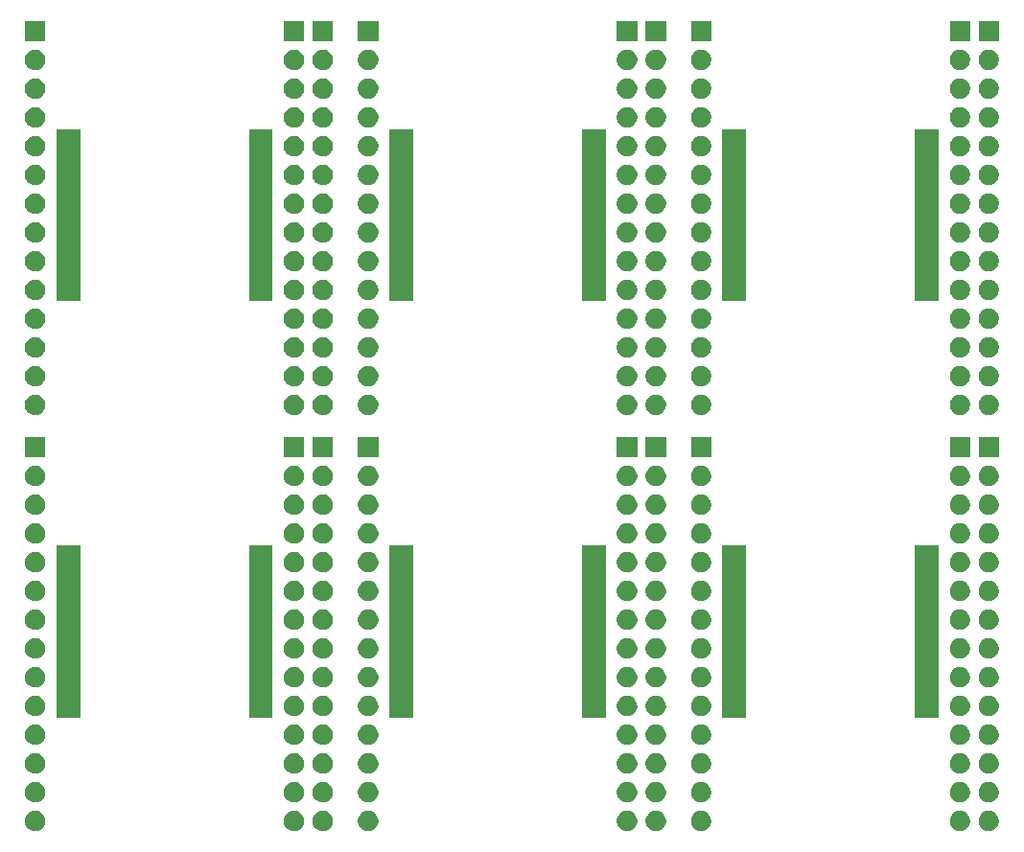
<source format=gbr>
G04 #@! TF.GenerationSoftware,KiCad,Pcbnew,5.1.5+dfsg1-2build2*
G04 #@! TF.CreationDate,2022-08-21T19:05:58-05:00*
G04 #@! TF.ProjectId,,58585858-5858-4585-9858-585858585858,rev?*
G04 #@! TF.SameCoordinates,Original*
G04 #@! TF.FileFunction,Soldermask,Top*
G04 #@! TF.FilePolarity,Negative*
%FSLAX46Y46*%
G04 Gerber Fmt 4.6, Leading zero omitted, Abs format (unit mm)*
G04 Created by KiCad (PCBNEW 5.1.5+dfsg1-2build2) date 2022-08-21 19:05:58*
%MOMM*%
%LPD*%
G04 APERTURE LIST*
%ADD10C,0.100000*%
G04 APERTURE END LIST*
D10*
G36*
X176877312Y-116989647D02*
G01*
X177026612Y-117019344D01*
X177190584Y-117087264D01*
X177338154Y-117185867D01*
X177463653Y-117311366D01*
X177562256Y-117458936D01*
X177630176Y-117622908D01*
X177664800Y-117796979D01*
X177664800Y-117974461D01*
X177630176Y-118148532D01*
X177562256Y-118312504D01*
X177463653Y-118460074D01*
X177338154Y-118585573D01*
X177190584Y-118684176D01*
X177026612Y-118752096D01*
X176877312Y-118781793D01*
X176852542Y-118786720D01*
X176675058Y-118786720D01*
X176650288Y-118781793D01*
X176500988Y-118752096D01*
X176337016Y-118684176D01*
X176189446Y-118585573D01*
X176063947Y-118460074D01*
X175965344Y-118312504D01*
X175897424Y-118148532D01*
X175862800Y-117974461D01*
X175862800Y-117796979D01*
X175897424Y-117622908D01*
X175965344Y-117458936D01*
X176063947Y-117311366D01*
X176189446Y-117185867D01*
X176337016Y-117087264D01*
X176500988Y-117019344D01*
X176650288Y-116989647D01*
X176675058Y-116984720D01*
X176852542Y-116984720D01*
X176877312Y-116989647D01*
G37*
G36*
X147477312Y-116989647D02*
G01*
X147626612Y-117019344D01*
X147790584Y-117087264D01*
X147938154Y-117185867D01*
X148063653Y-117311366D01*
X148162256Y-117458936D01*
X148230176Y-117622908D01*
X148264800Y-117796979D01*
X148264800Y-117974461D01*
X148230176Y-118148532D01*
X148162256Y-118312504D01*
X148063653Y-118460074D01*
X147938154Y-118585573D01*
X147790584Y-118684176D01*
X147626612Y-118752096D01*
X147477312Y-118781793D01*
X147452542Y-118786720D01*
X147275058Y-118786720D01*
X147250288Y-118781793D01*
X147100988Y-118752096D01*
X146937016Y-118684176D01*
X146789446Y-118585573D01*
X146663947Y-118460074D01*
X146565344Y-118312504D01*
X146497424Y-118148532D01*
X146462800Y-117974461D01*
X146462800Y-117796979D01*
X146497424Y-117622908D01*
X146565344Y-117458936D01*
X146663947Y-117311366D01*
X146789446Y-117185867D01*
X146937016Y-117087264D01*
X147100988Y-117019344D01*
X147250288Y-116989647D01*
X147275058Y-116984720D01*
X147452542Y-116984720D01*
X147477312Y-116989647D01*
G37*
G36*
X118077312Y-116989647D02*
G01*
X118226612Y-117019344D01*
X118390584Y-117087264D01*
X118538154Y-117185867D01*
X118663653Y-117311366D01*
X118762256Y-117458936D01*
X118830176Y-117622908D01*
X118864800Y-117796979D01*
X118864800Y-117974461D01*
X118830176Y-118148532D01*
X118762256Y-118312504D01*
X118663653Y-118460074D01*
X118538154Y-118585573D01*
X118390584Y-118684176D01*
X118226612Y-118752096D01*
X118077312Y-118781793D01*
X118052542Y-118786720D01*
X117875058Y-118786720D01*
X117850288Y-118781793D01*
X117700988Y-118752096D01*
X117537016Y-118684176D01*
X117389446Y-118585573D01*
X117263947Y-118460074D01*
X117165344Y-118312504D01*
X117097424Y-118148532D01*
X117062800Y-117974461D01*
X117062800Y-117796979D01*
X117097424Y-117622908D01*
X117165344Y-117458936D01*
X117263947Y-117311366D01*
X117389446Y-117185867D01*
X117537016Y-117087264D01*
X117700988Y-117019344D01*
X117850288Y-116989647D01*
X117875058Y-116984720D01*
X118052542Y-116984720D01*
X118077312Y-116989647D01*
G37*
G36*
X151477312Y-116989647D02*
G01*
X151626612Y-117019344D01*
X151790584Y-117087264D01*
X151938154Y-117185867D01*
X152063653Y-117311366D01*
X152162256Y-117458936D01*
X152230176Y-117622908D01*
X152264800Y-117796979D01*
X152264800Y-117974461D01*
X152230176Y-118148532D01*
X152162256Y-118312504D01*
X152063653Y-118460074D01*
X151938154Y-118585573D01*
X151790584Y-118684176D01*
X151626612Y-118752096D01*
X151477312Y-118781793D01*
X151452542Y-118786720D01*
X151275058Y-118786720D01*
X151250288Y-118781793D01*
X151100988Y-118752096D01*
X150937016Y-118684176D01*
X150789446Y-118585573D01*
X150663947Y-118460074D01*
X150565344Y-118312504D01*
X150497424Y-118148532D01*
X150462800Y-117974461D01*
X150462800Y-117796979D01*
X150497424Y-117622908D01*
X150565344Y-117458936D01*
X150663947Y-117311366D01*
X150789446Y-117185867D01*
X150937016Y-117087264D01*
X151100988Y-117019344D01*
X151250288Y-116989647D01*
X151275058Y-116984720D01*
X151452542Y-116984720D01*
X151477312Y-116989647D01*
G37*
G36*
X122077312Y-116989647D02*
G01*
X122226612Y-117019344D01*
X122390584Y-117087264D01*
X122538154Y-117185867D01*
X122663653Y-117311366D01*
X122762256Y-117458936D01*
X122830176Y-117622908D01*
X122864800Y-117796979D01*
X122864800Y-117974461D01*
X122830176Y-118148532D01*
X122762256Y-118312504D01*
X122663653Y-118460074D01*
X122538154Y-118585573D01*
X122390584Y-118684176D01*
X122226612Y-118752096D01*
X122077312Y-118781793D01*
X122052542Y-118786720D01*
X121875058Y-118786720D01*
X121850288Y-118781793D01*
X121700988Y-118752096D01*
X121537016Y-118684176D01*
X121389446Y-118585573D01*
X121263947Y-118460074D01*
X121165344Y-118312504D01*
X121097424Y-118148532D01*
X121062800Y-117974461D01*
X121062800Y-117796979D01*
X121097424Y-117622908D01*
X121165344Y-117458936D01*
X121263947Y-117311366D01*
X121389446Y-117185867D01*
X121537016Y-117087264D01*
X121700988Y-117019344D01*
X121850288Y-116989647D01*
X121875058Y-116984720D01*
X122052542Y-116984720D01*
X122077312Y-116989647D01*
G37*
G36*
X92677312Y-116989647D02*
G01*
X92826612Y-117019344D01*
X92990584Y-117087264D01*
X93138154Y-117185867D01*
X93263653Y-117311366D01*
X93362256Y-117458936D01*
X93430176Y-117622908D01*
X93464800Y-117796979D01*
X93464800Y-117974461D01*
X93430176Y-118148532D01*
X93362256Y-118312504D01*
X93263653Y-118460074D01*
X93138154Y-118585573D01*
X92990584Y-118684176D01*
X92826612Y-118752096D01*
X92677312Y-118781793D01*
X92652542Y-118786720D01*
X92475058Y-118786720D01*
X92450288Y-118781793D01*
X92300988Y-118752096D01*
X92137016Y-118684176D01*
X91989446Y-118585573D01*
X91863947Y-118460074D01*
X91765344Y-118312504D01*
X91697424Y-118148532D01*
X91662800Y-117974461D01*
X91662800Y-117796979D01*
X91697424Y-117622908D01*
X91765344Y-117458936D01*
X91863947Y-117311366D01*
X91989446Y-117185867D01*
X92137016Y-117087264D01*
X92300988Y-117019344D01*
X92450288Y-116989647D01*
X92475058Y-116984720D01*
X92652542Y-116984720D01*
X92677312Y-116989647D01*
G37*
G36*
X144937312Y-116989647D02*
G01*
X145086612Y-117019344D01*
X145250584Y-117087264D01*
X145398154Y-117185867D01*
X145523653Y-117311366D01*
X145622256Y-117458936D01*
X145690176Y-117622908D01*
X145724800Y-117796979D01*
X145724800Y-117974461D01*
X145690176Y-118148532D01*
X145622256Y-118312504D01*
X145523653Y-118460074D01*
X145398154Y-118585573D01*
X145250584Y-118684176D01*
X145086612Y-118752096D01*
X144937312Y-118781793D01*
X144912542Y-118786720D01*
X144735058Y-118786720D01*
X144710288Y-118781793D01*
X144560988Y-118752096D01*
X144397016Y-118684176D01*
X144249446Y-118585573D01*
X144123947Y-118460074D01*
X144025344Y-118312504D01*
X143957424Y-118148532D01*
X143922800Y-117974461D01*
X143922800Y-117796979D01*
X143957424Y-117622908D01*
X144025344Y-117458936D01*
X144123947Y-117311366D01*
X144249446Y-117185867D01*
X144397016Y-117087264D01*
X144560988Y-117019344D01*
X144710288Y-116989647D01*
X144735058Y-116984720D01*
X144912542Y-116984720D01*
X144937312Y-116989647D01*
G37*
G36*
X115537312Y-116989647D02*
G01*
X115686612Y-117019344D01*
X115850584Y-117087264D01*
X115998154Y-117185867D01*
X116123653Y-117311366D01*
X116222256Y-117458936D01*
X116290176Y-117622908D01*
X116324800Y-117796979D01*
X116324800Y-117974461D01*
X116290176Y-118148532D01*
X116222256Y-118312504D01*
X116123653Y-118460074D01*
X115998154Y-118585573D01*
X115850584Y-118684176D01*
X115686612Y-118752096D01*
X115537312Y-118781793D01*
X115512542Y-118786720D01*
X115335058Y-118786720D01*
X115310288Y-118781793D01*
X115160988Y-118752096D01*
X114997016Y-118684176D01*
X114849446Y-118585573D01*
X114723947Y-118460074D01*
X114625344Y-118312504D01*
X114557424Y-118148532D01*
X114522800Y-117974461D01*
X114522800Y-117796979D01*
X114557424Y-117622908D01*
X114625344Y-117458936D01*
X114723947Y-117311366D01*
X114849446Y-117185867D01*
X114997016Y-117087264D01*
X115160988Y-117019344D01*
X115310288Y-116989647D01*
X115335058Y-116984720D01*
X115512542Y-116984720D01*
X115537312Y-116989647D01*
G37*
G36*
X174337312Y-116989647D02*
G01*
X174486612Y-117019344D01*
X174650584Y-117087264D01*
X174798154Y-117185867D01*
X174923653Y-117311366D01*
X175022256Y-117458936D01*
X175090176Y-117622908D01*
X175124800Y-117796979D01*
X175124800Y-117974461D01*
X175090176Y-118148532D01*
X175022256Y-118312504D01*
X174923653Y-118460074D01*
X174798154Y-118585573D01*
X174650584Y-118684176D01*
X174486612Y-118752096D01*
X174337312Y-118781793D01*
X174312542Y-118786720D01*
X174135058Y-118786720D01*
X174110288Y-118781793D01*
X173960988Y-118752096D01*
X173797016Y-118684176D01*
X173649446Y-118585573D01*
X173523947Y-118460074D01*
X173425344Y-118312504D01*
X173357424Y-118148532D01*
X173322800Y-117974461D01*
X173322800Y-117796979D01*
X173357424Y-117622908D01*
X173425344Y-117458936D01*
X173523947Y-117311366D01*
X173649446Y-117185867D01*
X173797016Y-117087264D01*
X173960988Y-117019344D01*
X174110288Y-116989647D01*
X174135058Y-116984720D01*
X174312542Y-116984720D01*
X174337312Y-116989647D01*
G37*
G36*
X174337312Y-114449647D02*
G01*
X174486612Y-114479344D01*
X174650584Y-114547264D01*
X174798154Y-114645867D01*
X174923653Y-114771366D01*
X175022256Y-114918936D01*
X175090176Y-115082908D01*
X175124800Y-115256979D01*
X175124800Y-115434461D01*
X175090176Y-115608532D01*
X175022256Y-115772504D01*
X174923653Y-115920074D01*
X174798154Y-116045573D01*
X174650584Y-116144176D01*
X174486612Y-116212096D01*
X174337312Y-116241793D01*
X174312542Y-116246720D01*
X174135058Y-116246720D01*
X174110288Y-116241793D01*
X173960988Y-116212096D01*
X173797016Y-116144176D01*
X173649446Y-116045573D01*
X173523947Y-115920074D01*
X173425344Y-115772504D01*
X173357424Y-115608532D01*
X173322800Y-115434461D01*
X173322800Y-115256979D01*
X173357424Y-115082908D01*
X173425344Y-114918936D01*
X173523947Y-114771366D01*
X173649446Y-114645867D01*
X173797016Y-114547264D01*
X173960988Y-114479344D01*
X174110288Y-114449647D01*
X174135058Y-114444720D01*
X174312542Y-114444720D01*
X174337312Y-114449647D01*
G37*
G36*
X115537312Y-114449647D02*
G01*
X115686612Y-114479344D01*
X115850584Y-114547264D01*
X115998154Y-114645867D01*
X116123653Y-114771366D01*
X116222256Y-114918936D01*
X116290176Y-115082908D01*
X116324800Y-115256979D01*
X116324800Y-115434461D01*
X116290176Y-115608532D01*
X116222256Y-115772504D01*
X116123653Y-115920074D01*
X115998154Y-116045573D01*
X115850584Y-116144176D01*
X115686612Y-116212096D01*
X115537312Y-116241793D01*
X115512542Y-116246720D01*
X115335058Y-116246720D01*
X115310288Y-116241793D01*
X115160988Y-116212096D01*
X114997016Y-116144176D01*
X114849446Y-116045573D01*
X114723947Y-115920074D01*
X114625344Y-115772504D01*
X114557424Y-115608532D01*
X114522800Y-115434461D01*
X114522800Y-115256979D01*
X114557424Y-115082908D01*
X114625344Y-114918936D01*
X114723947Y-114771366D01*
X114849446Y-114645867D01*
X114997016Y-114547264D01*
X115160988Y-114479344D01*
X115310288Y-114449647D01*
X115335058Y-114444720D01*
X115512542Y-114444720D01*
X115537312Y-114449647D01*
G37*
G36*
X144937312Y-114449647D02*
G01*
X145086612Y-114479344D01*
X145250584Y-114547264D01*
X145398154Y-114645867D01*
X145523653Y-114771366D01*
X145622256Y-114918936D01*
X145690176Y-115082908D01*
X145724800Y-115256979D01*
X145724800Y-115434461D01*
X145690176Y-115608532D01*
X145622256Y-115772504D01*
X145523653Y-115920074D01*
X145398154Y-116045573D01*
X145250584Y-116144176D01*
X145086612Y-116212096D01*
X144937312Y-116241793D01*
X144912542Y-116246720D01*
X144735058Y-116246720D01*
X144710288Y-116241793D01*
X144560988Y-116212096D01*
X144397016Y-116144176D01*
X144249446Y-116045573D01*
X144123947Y-115920074D01*
X144025344Y-115772504D01*
X143957424Y-115608532D01*
X143922800Y-115434461D01*
X143922800Y-115256979D01*
X143957424Y-115082908D01*
X144025344Y-114918936D01*
X144123947Y-114771366D01*
X144249446Y-114645867D01*
X144397016Y-114547264D01*
X144560988Y-114479344D01*
X144710288Y-114449647D01*
X144735058Y-114444720D01*
X144912542Y-114444720D01*
X144937312Y-114449647D01*
G37*
G36*
X92677312Y-114449647D02*
G01*
X92826612Y-114479344D01*
X92990584Y-114547264D01*
X93138154Y-114645867D01*
X93263653Y-114771366D01*
X93362256Y-114918936D01*
X93430176Y-115082908D01*
X93464800Y-115256979D01*
X93464800Y-115434461D01*
X93430176Y-115608532D01*
X93362256Y-115772504D01*
X93263653Y-115920074D01*
X93138154Y-116045573D01*
X92990584Y-116144176D01*
X92826612Y-116212096D01*
X92677312Y-116241793D01*
X92652542Y-116246720D01*
X92475058Y-116246720D01*
X92450288Y-116241793D01*
X92300988Y-116212096D01*
X92137016Y-116144176D01*
X91989446Y-116045573D01*
X91863947Y-115920074D01*
X91765344Y-115772504D01*
X91697424Y-115608532D01*
X91662800Y-115434461D01*
X91662800Y-115256979D01*
X91697424Y-115082908D01*
X91765344Y-114918936D01*
X91863947Y-114771366D01*
X91989446Y-114645867D01*
X92137016Y-114547264D01*
X92300988Y-114479344D01*
X92450288Y-114449647D01*
X92475058Y-114444720D01*
X92652542Y-114444720D01*
X92677312Y-114449647D01*
G37*
G36*
X118077312Y-114449647D02*
G01*
X118226612Y-114479344D01*
X118390584Y-114547264D01*
X118538154Y-114645867D01*
X118663653Y-114771366D01*
X118762256Y-114918936D01*
X118830176Y-115082908D01*
X118864800Y-115256979D01*
X118864800Y-115434461D01*
X118830176Y-115608532D01*
X118762256Y-115772504D01*
X118663653Y-115920074D01*
X118538154Y-116045573D01*
X118390584Y-116144176D01*
X118226612Y-116212096D01*
X118077312Y-116241793D01*
X118052542Y-116246720D01*
X117875058Y-116246720D01*
X117850288Y-116241793D01*
X117700988Y-116212096D01*
X117537016Y-116144176D01*
X117389446Y-116045573D01*
X117263947Y-115920074D01*
X117165344Y-115772504D01*
X117097424Y-115608532D01*
X117062800Y-115434461D01*
X117062800Y-115256979D01*
X117097424Y-115082908D01*
X117165344Y-114918936D01*
X117263947Y-114771366D01*
X117389446Y-114645867D01*
X117537016Y-114547264D01*
X117700988Y-114479344D01*
X117850288Y-114449647D01*
X117875058Y-114444720D01*
X118052542Y-114444720D01*
X118077312Y-114449647D01*
G37*
G36*
X151477312Y-114449647D02*
G01*
X151626612Y-114479344D01*
X151790584Y-114547264D01*
X151938154Y-114645867D01*
X152063653Y-114771366D01*
X152162256Y-114918936D01*
X152230176Y-115082908D01*
X152264800Y-115256979D01*
X152264800Y-115434461D01*
X152230176Y-115608532D01*
X152162256Y-115772504D01*
X152063653Y-115920074D01*
X151938154Y-116045573D01*
X151790584Y-116144176D01*
X151626612Y-116212096D01*
X151477312Y-116241793D01*
X151452542Y-116246720D01*
X151275058Y-116246720D01*
X151250288Y-116241793D01*
X151100988Y-116212096D01*
X150937016Y-116144176D01*
X150789446Y-116045573D01*
X150663947Y-115920074D01*
X150565344Y-115772504D01*
X150497424Y-115608532D01*
X150462800Y-115434461D01*
X150462800Y-115256979D01*
X150497424Y-115082908D01*
X150565344Y-114918936D01*
X150663947Y-114771366D01*
X150789446Y-114645867D01*
X150937016Y-114547264D01*
X151100988Y-114479344D01*
X151250288Y-114449647D01*
X151275058Y-114444720D01*
X151452542Y-114444720D01*
X151477312Y-114449647D01*
G37*
G36*
X147477312Y-114449647D02*
G01*
X147626612Y-114479344D01*
X147790584Y-114547264D01*
X147938154Y-114645867D01*
X148063653Y-114771366D01*
X148162256Y-114918936D01*
X148230176Y-115082908D01*
X148264800Y-115256979D01*
X148264800Y-115434461D01*
X148230176Y-115608532D01*
X148162256Y-115772504D01*
X148063653Y-115920074D01*
X147938154Y-116045573D01*
X147790584Y-116144176D01*
X147626612Y-116212096D01*
X147477312Y-116241793D01*
X147452542Y-116246720D01*
X147275058Y-116246720D01*
X147250288Y-116241793D01*
X147100988Y-116212096D01*
X146937016Y-116144176D01*
X146789446Y-116045573D01*
X146663947Y-115920074D01*
X146565344Y-115772504D01*
X146497424Y-115608532D01*
X146462800Y-115434461D01*
X146462800Y-115256979D01*
X146497424Y-115082908D01*
X146565344Y-114918936D01*
X146663947Y-114771366D01*
X146789446Y-114645867D01*
X146937016Y-114547264D01*
X147100988Y-114479344D01*
X147250288Y-114449647D01*
X147275058Y-114444720D01*
X147452542Y-114444720D01*
X147477312Y-114449647D01*
G37*
G36*
X176877312Y-114449647D02*
G01*
X177026612Y-114479344D01*
X177190584Y-114547264D01*
X177338154Y-114645867D01*
X177463653Y-114771366D01*
X177562256Y-114918936D01*
X177630176Y-115082908D01*
X177664800Y-115256979D01*
X177664800Y-115434461D01*
X177630176Y-115608532D01*
X177562256Y-115772504D01*
X177463653Y-115920074D01*
X177338154Y-116045573D01*
X177190584Y-116144176D01*
X177026612Y-116212096D01*
X176877312Y-116241793D01*
X176852542Y-116246720D01*
X176675058Y-116246720D01*
X176650288Y-116241793D01*
X176500988Y-116212096D01*
X176337016Y-116144176D01*
X176189446Y-116045573D01*
X176063947Y-115920074D01*
X175965344Y-115772504D01*
X175897424Y-115608532D01*
X175862800Y-115434461D01*
X175862800Y-115256979D01*
X175897424Y-115082908D01*
X175965344Y-114918936D01*
X176063947Y-114771366D01*
X176189446Y-114645867D01*
X176337016Y-114547264D01*
X176500988Y-114479344D01*
X176650288Y-114449647D01*
X176675058Y-114444720D01*
X176852542Y-114444720D01*
X176877312Y-114449647D01*
G37*
G36*
X122077312Y-114449647D02*
G01*
X122226612Y-114479344D01*
X122390584Y-114547264D01*
X122538154Y-114645867D01*
X122663653Y-114771366D01*
X122762256Y-114918936D01*
X122830176Y-115082908D01*
X122864800Y-115256979D01*
X122864800Y-115434461D01*
X122830176Y-115608532D01*
X122762256Y-115772504D01*
X122663653Y-115920074D01*
X122538154Y-116045573D01*
X122390584Y-116144176D01*
X122226612Y-116212096D01*
X122077312Y-116241793D01*
X122052542Y-116246720D01*
X121875058Y-116246720D01*
X121850288Y-116241793D01*
X121700988Y-116212096D01*
X121537016Y-116144176D01*
X121389446Y-116045573D01*
X121263947Y-115920074D01*
X121165344Y-115772504D01*
X121097424Y-115608532D01*
X121062800Y-115434461D01*
X121062800Y-115256979D01*
X121097424Y-115082908D01*
X121165344Y-114918936D01*
X121263947Y-114771366D01*
X121389446Y-114645867D01*
X121537016Y-114547264D01*
X121700988Y-114479344D01*
X121850288Y-114449647D01*
X121875058Y-114444720D01*
X122052542Y-114444720D01*
X122077312Y-114449647D01*
G37*
G36*
X118077312Y-111909647D02*
G01*
X118226612Y-111939344D01*
X118390584Y-112007264D01*
X118538154Y-112105867D01*
X118663653Y-112231366D01*
X118762256Y-112378936D01*
X118830176Y-112542908D01*
X118864800Y-112716979D01*
X118864800Y-112894461D01*
X118830176Y-113068532D01*
X118762256Y-113232504D01*
X118663653Y-113380074D01*
X118538154Y-113505573D01*
X118390584Y-113604176D01*
X118226612Y-113672096D01*
X118077312Y-113701793D01*
X118052542Y-113706720D01*
X117875058Y-113706720D01*
X117850288Y-113701793D01*
X117700988Y-113672096D01*
X117537016Y-113604176D01*
X117389446Y-113505573D01*
X117263947Y-113380074D01*
X117165344Y-113232504D01*
X117097424Y-113068532D01*
X117062800Y-112894461D01*
X117062800Y-112716979D01*
X117097424Y-112542908D01*
X117165344Y-112378936D01*
X117263947Y-112231366D01*
X117389446Y-112105867D01*
X117537016Y-112007264D01*
X117700988Y-111939344D01*
X117850288Y-111909647D01*
X117875058Y-111904720D01*
X118052542Y-111904720D01*
X118077312Y-111909647D01*
G37*
G36*
X176877312Y-111909647D02*
G01*
X177026612Y-111939344D01*
X177190584Y-112007264D01*
X177338154Y-112105867D01*
X177463653Y-112231366D01*
X177562256Y-112378936D01*
X177630176Y-112542908D01*
X177664800Y-112716979D01*
X177664800Y-112894461D01*
X177630176Y-113068532D01*
X177562256Y-113232504D01*
X177463653Y-113380074D01*
X177338154Y-113505573D01*
X177190584Y-113604176D01*
X177026612Y-113672096D01*
X176877312Y-113701793D01*
X176852542Y-113706720D01*
X176675058Y-113706720D01*
X176650288Y-113701793D01*
X176500988Y-113672096D01*
X176337016Y-113604176D01*
X176189446Y-113505573D01*
X176063947Y-113380074D01*
X175965344Y-113232504D01*
X175897424Y-113068532D01*
X175862800Y-112894461D01*
X175862800Y-112716979D01*
X175897424Y-112542908D01*
X175965344Y-112378936D01*
X176063947Y-112231366D01*
X176189446Y-112105867D01*
X176337016Y-112007264D01*
X176500988Y-111939344D01*
X176650288Y-111909647D01*
X176675058Y-111904720D01*
X176852542Y-111904720D01*
X176877312Y-111909647D01*
G37*
G36*
X174337312Y-111909647D02*
G01*
X174486612Y-111939344D01*
X174650584Y-112007264D01*
X174798154Y-112105867D01*
X174923653Y-112231366D01*
X175022256Y-112378936D01*
X175090176Y-112542908D01*
X175124800Y-112716979D01*
X175124800Y-112894461D01*
X175090176Y-113068532D01*
X175022256Y-113232504D01*
X174923653Y-113380074D01*
X174798154Y-113505573D01*
X174650584Y-113604176D01*
X174486612Y-113672096D01*
X174337312Y-113701793D01*
X174312542Y-113706720D01*
X174135058Y-113706720D01*
X174110288Y-113701793D01*
X173960988Y-113672096D01*
X173797016Y-113604176D01*
X173649446Y-113505573D01*
X173523947Y-113380074D01*
X173425344Y-113232504D01*
X173357424Y-113068532D01*
X173322800Y-112894461D01*
X173322800Y-112716979D01*
X173357424Y-112542908D01*
X173425344Y-112378936D01*
X173523947Y-112231366D01*
X173649446Y-112105867D01*
X173797016Y-112007264D01*
X173960988Y-111939344D01*
X174110288Y-111909647D01*
X174135058Y-111904720D01*
X174312542Y-111904720D01*
X174337312Y-111909647D01*
G37*
G36*
X144937312Y-111909647D02*
G01*
X145086612Y-111939344D01*
X145250584Y-112007264D01*
X145398154Y-112105867D01*
X145523653Y-112231366D01*
X145622256Y-112378936D01*
X145690176Y-112542908D01*
X145724800Y-112716979D01*
X145724800Y-112894461D01*
X145690176Y-113068532D01*
X145622256Y-113232504D01*
X145523653Y-113380074D01*
X145398154Y-113505573D01*
X145250584Y-113604176D01*
X145086612Y-113672096D01*
X144937312Y-113701793D01*
X144912542Y-113706720D01*
X144735058Y-113706720D01*
X144710288Y-113701793D01*
X144560988Y-113672096D01*
X144397016Y-113604176D01*
X144249446Y-113505573D01*
X144123947Y-113380074D01*
X144025344Y-113232504D01*
X143957424Y-113068532D01*
X143922800Y-112894461D01*
X143922800Y-112716979D01*
X143957424Y-112542908D01*
X144025344Y-112378936D01*
X144123947Y-112231366D01*
X144249446Y-112105867D01*
X144397016Y-112007264D01*
X144560988Y-111939344D01*
X144710288Y-111909647D01*
X144735058Y-111904720D01*
X144912542Y-111904720D01*
X144937312Y-111909647D01*
G37*
G36*
X115537312Y-111909647D02*
G01*
X115686612Y-111939344D01*
X115850584Y-112007264D01*
X115998154Y-112105867D01*
X116123653Y-112231366D01*
X116222256Y-112378936D01*
X116290176Y-112542908D01*
X116324800Y-112716979D01*
X116324800Y-112894461D01*
X116290176Y-113068532D01*
X116222256Y-113232504D01*
X116123653Y-113380074D01*
X115998154Y-113505573D01*
X115850584Y-113604176D01*
X115686612Y-113672096D01*
X115537312Y-113701793D01*
X115512542Y-113706720D01*
X115335058Y-113706720D01*
X115310288Y-113701793D01*
X115160988Y-113672096D01*
X114997016Y-113604176D01*
X114849446Y-113505573D01*
X114723947Y-113380074D01*
X114625344Y-113232504D01*
X114557424Y-113068532D01*
X114522800Y-112894461D01*
X114522800Y-112716979D01*
X114557424Y-112542908D01*
X114625344Y-112378936D01*
X114723947Y-112231366D01*
X114849446Y-112105867D01*
X114997016Y-112007264D01*
X115160988Y-111939344D01*
X115310288Y-111909647D01*
X115335058Y-111904720D01*
X115512542Y-111904720D01*
X115537312Y-111909647D01*
G37*
G36*
X151477312Y-111909647D02*
G01*
X151626612Y-111939344D01*
X151790584Y-112007264D01*
X151938154Y-112105867D01*
X152063653Y-112231366D01*
X152162256Y-112378936D01*
X152230176Y-112542908D01*
X152264800Y-112716979D01*
X152264800Y-112894461D01*
X152230176Y-113068532D01*
X152162256Y-113232504D01*
X152063653Y-113380074D01*
X151938154Y-113505573D01*
X151790584Y-113604176D01*
X151626612Y-113672096D01*
X151477312Y-113701793D01*
X151452542Y-113706720D01*
X151275058Y-113706720D01*
X151250288Y-113701793D01*
X151100988Y-113672096D01*
X150937016Y-113604176D01*
X150789446Y-113505573D01*
X150663947Y-113380074D01*
X150565344Y-113232504D01*
X150497424Y-113068532D01*
X150462800Y-112894461D01*
X150462800Y-112716979D01*
X150497424Y-112542908D01*
X150565344Y-112378936D01*
X150663947Y-112231366D01*
X150789446Y-112105867D01*
X150937016Y-112007264D01*
X151100988Y-111939344D01*
X151250288Y-111909647D01*
X151275058Y-111904720D01*
X151452542Y-111904720D01*
X151477312Y-111909647D01*
G37*
G36*
X92677312Y-111909647D02*
G01*
X92826612Y-111939344D01*
X92990584Y-112007264D01*
X93138154Y-112105867D01*
X93263653Y-112231366D01*
X93362256Y-112378936D01*
X93430176Y-112542908D01*
X93464800Y-112716979D01*
X93464800Y-112894461D01*
X93430176Y-113068532D01*
X93362256Y-113232504D01*
X93263653Y-113380074D01*
X93138154Y-113505573D01*
X92990584Y-113604176D01*
X92826612Y-113672096D01*
X92677312Y-113701793D01*
X92652542Y-113706720D01*
X92475058Y-113706720D01*
X92450288Y-113701793D01*
X92300988Y-113672096D01*
X92137016Y-113604176D01*
X91989446Y-113505573D01*
X91863947Y-113380074D01*
X91765344Y-113232504D01*
X91697424Y-113068532D01*
X91662800Y-112894461D01*
X91662800Y-112716979D01*
X91697424Y-112542908D01*
X91765344Y-112378936D01*
X91863947Y-112231366D01*
X91989446Y-112105867D01*
X92137016Y-112007264D01*
X92300988Y-111939344D01*
X92450288Y-111909647D01*
X92475058Y-111904720D01*
X92652542Y-111904720D01*
X92677312Y-111909647D01*
G37*
G36*
X122077312Y-111909647D02*
G01*
X122226612Y-111939344D01*
X122390584Y-112007264D01*
X122538154Y-112105867D01*
X122663653Y-112231366D01*
X122762256Y-112378936D01*
X122830176Y-112542908D01*
X122864800Y-112716979D01*
X122864800Y-112894461D01*
X122830176Y-113068532D01*
X122762256Y-113232504D01*
X122663653Y-113380074D01*
X122538154Y-113505573D01*
X122390584Y-113604176D01*
X122226612Y-113672096D01*
X122077312Y-113701793D01*
X122052542Y-113706720D01*
X121875058Y-113706720D01*
X121850288Y-113701793D01*
X121700988Y-113672096D01*
X121537016Y-113604176D01*
X121389446Y-113505573D01*
X121263947Y-113380074D01*
X121165344Y-113232504D01*
X121097424Y-113068532D01*
X121062800Y-112894461D01*
X121062800Y-112716979D01*
X121097424Y-112542908D01*
X121165344Y-112378936D01*
X121263947Y-112231366D01*
X121389446Y-112105867D01*
X121537016Y-112007264D01*
X121700988Y-111939344D01*
X121850288Y-111909647D01*
X121875058Y-111904720D01*
X122052542Y-111904720D01*
X122077312Y-111909647D01*
G37*
G36*
X147477312Y-111909647D02*
G01*
X147626612Y-111939344D01*
X147790584Y-112007264D01*
X147938154Y-112105867D01*
X148063653Y-112231366D01*
X148162256Y-112378936D01*
X148230176Y-112542908D01*
X148264800Y-112716979D01*
X148264800Y-112894461D01*
X148230176Y-113068532D01*
X148162256Y-113232504D01*
X148063653Y-113380074D01*
X147938154Y-113505573D01*
X147790584Y-113604176D01*
X147626612Y-113672096D01*
X147477312Y-113701793D01*
X147452542Y-113706720D01*
X147275058Y-113706720D01*
X147250288Y-113701793D01*
X147100988Y-113672096D01*
X146937016Y-113604176D01*
X146789446Y-113505573D01*
X146663947Y-113380074D01*
X146565344Y-113232504D01*
X146497424Y-113068532D01*
X146462800Y-112894461D01*
X146462800Y-112716979D01*
X146497424Y-112542908D01*
X146565344Y-112378936D01*
X146663947Y-112231366D01*
X146789446Y-112105867D01*
X146937016Y-112007264D01*
X147100988Y-111939344D01*
X147250288Y-111909647D01*
X147275058Y-111904720D01*
X147452542Y-111904720D01*
X147477312Y-111909647D01*
G37*
G36*
X147477312Y-109369647D02*
G01*
X147626612Y-109399344D01*
X147790584Y-109467264D01*
X147938154Y-109565867D01*
X148063653Y-109691366D01*
X148162256Y-109838936D01*
X148230176Y-110002908D01*
X148264800Y-110176979D01*
X148264800Y-110354461D01*
X148230176Y-110528532D01*
X148162256Y-110692504D01*
X148063653Y-110840074D01*
X147938154Y-110965573D01*
X147790584Y-111064176D01*
X147626612Y-111132096D01*
X147477312Y-111161793D01*
X147452542Y-111166720D01*
X147275058Y-111166720D01*
X147250288Y-111161793D01*
X147100988Y-111132096D01*
X146937016Y-111064176D01*
X146789446Y-110965573D01*
X146663947Y-110840074D01*
X146565344Y-110692504D01*
X146497424Y-110528532D01*
X146462800Y-110354461D01*
X146462800Y-110176979D01*
X146497424Y-110002908D01*
X146565344Y-109838936D01*
X146663947Y-109691366D01*
X146789446Y-109565867D01*
X146937016Y-109467264D01*
X147100988Y-109399344D01*
X147250288Y-109369647D01*
X147275058Y-109364720D01*
X147452542Y-109364720D01*
X147477312Y-109369647D01*
G37*
G36*
X176877312Y-109369647D02*
G01*
X177026612Y-109399344D01*
X177190584Y-109467264D01*
X177338154Y-109565867D01*
X177463653Y-109691366D01*
X177562256Y-109838936D01*
X177630176Y-110002908D01*
X177664800Y-110176979D01*
X177664800Y-110354461D01*
X177630176Y-110528532D01*
X177562256Y-110692504D01*
X177463653Y-110840074D01*
X177338154Y-110965573D01*
X177190584Y-111064176D01*
X177026612Y-111132096D01*
X176877312Y-111161793D01*
X176852542Y-111166720D01*
X176675058Y-111166720D01*
X176650288Y-111161793D01*
X176500988Y-111132096D01*
X176337016Y-111064176D01*
X176189446Y-110965573D01*
X176063947Y-110840074D01*
X175965344Y-110692504D01*
X175897424Y-110528532D01*
X175862800Y-110354461D01*
X175862800Y-110176979D01*
X175897424Y-110002908D01*
X175965344Y-109838936D01*
X176063947Y-109691366D01*
X176189446Y-109565867D01*
X176337016Y-109467264D01*
X176500988Y-109399344D01*
X176650288Y-109369647D01*
X176675058Y-109364720D01*
X176852542Y-109364720D01*
X176877312Y-109369647D01*
G37*
G36*
X118077312Y-109369647D02*
G01*
X118226612Y-109399344D01*
X118390584Y-109467264D01*
X118538154Y-109565867D01*
X118663653Y-109691366D01*
X118762256Y-109838936D01*
X118830176Y-110002908D01*
X118864800Y-110176979D01*
X118864800Y-110354461D01*
X118830176Y-110528532D01*
X118762256Y-110692504D01*
X118663653Y-110840074D01*
X118538154Y-110965573D01*
X118390584Y-111064176D01*
X118226612Y-111132096D01*
X118077312Y-111161793D01*
X118052542Y-111166720D01*
X117875058Y-111166720D01*
X117850288Y-111161793D01*
X117700988Y-111132096D01*
X117537016Y-111064176D01*
X117389446Y-110965573D01*
X117263947Y-110840074D01*
X117165344Y-110692504D01*
X117097424Y-110528532D01*
X117062800Y-110354461D01*
X117062800Y-110176979D01*
X117097424Y-110002908D01*
X117165344Y-109838936D01*
X117263947Y-109691366D01*
X117389446Y-109565867D01*
X117537016Y-109467264D01*
X117700988Y-109399344D01*
X117850288Y-109369647D01*
X117875058Y-109364720D01*
X118052542Y-109364720D01*
X118077312Y-109369647D01*
G37*
G36*
X122077312Y-109369647D02*
G01*
X122226612Y-109399344D01*
X122390584Y-109467264D01*
X122538154Y-109565867D01*
X122663653Y-109691366D01*
X122762256Y-109838936D01*
X122830176Y-110002908D01*
X122864800Y-110176979D01*
X122864800Y-110354461D01*
X122830176Y-110528532D01*
X122762256Y-110692504D01*
X122663653Y-110840074D01*
X122538154Y-110965573D01*
X122390584Y-111064176D01*
X122226612Y-111132096D01*
X122077312Y-111161793D01*
X122052542Y-111166720D01*
X121875058Y-111166720D01*
X121850288Y-111161793D01*
X121700988Y-111132096D01*
X121537016Y-111064176D01*
X121389446Y-110965573D01*
X121263947Y-110840074D01*
X121165344Y-110692504D01*
X121097424Y-110528532D01*
X121062800Y-110354461D01*
X121062800Y-110176979D01*
X121097424Y-110002908D01*
X121165344Y-109838936D01*
X121263947Y-109691366D01*
X121389446Y-109565867D01*
X121537016Y-109467264D01*
X121700988Y-109399344D01*
X121850288Y-109369647D01*
X121875058Y-109364720D01*
X122052542Y-109364720D01*
X122077312Y-109369647D01*
G37*
G36*
X151477312Y-109369647D02*
G01*
X151626612Y-109399344D01*
X151790584Y-109467264D01*
X151938154Y-109565867D01*
X152063653Y-109691366D01*
X152162256Y-109838936D01*
X152230176Y-110002908D01*
X152264800Y-110176979D01*
X152264800Y-110354461D01*
X152230176Y-110528532D01*
X152162256Y-110692504D01*
X152063653Y-110840074D01*
X151938154Y-110965573D01*
X151790584Y-111064176D01*
X151626612Y-111132096D01*
X151477312Y-111161793D01*
X151452542Y-111166720D01*
X151275058Y-111166720D01*
X151250288Y-111161793D01*
X151100988Y-111132096D01*
X150937016Y-111064176D01*
X150789446Y-110965573D01*
X150663947Y-110840074D01*
X150565344Y-110692504D01*
X150497424Y-110528532D01*
X150462800Y-110354461D01*
X150462800Y-110176979D01*
X150497424Y-110002908D01*
X150565344Y-109838936D01*
X150663947Y-109691366D01*
X150789446Y-109565867D01*
X150937016Y-109467264D01*
X151100988Y-109399344D01*
X151250288Y-109369647D01*
X151275058Y-109364720D01*
X151452542Y-109364720D01*
X151477312Y-109369647D01*
G37*
G36*
X115537312Y-109369647D02*
G01*
X115686612Y-109399344D01*
X115850584Y-109467264D01*
X115998154Y-109565867D01*
X116123653Y-109691366D01*
X116222256Y-109838936D01*
X116290176Y-110002908D01*
X116324800Y-110176979D01*
X116324800Y-110354461D01*
X116290176Y-110528532D01*
X116222256Y-110692504D01*
X116123653Y-110840074D01*
X115998154Y-110965573D01*
X115850584Y-111064176D01*
X115686612Y-111132096D01*
X115537312Y-111161793D01*
X115512542Y-111166720D01*
X115335058Y-111166720D01*
X115310288Y-111161793D01*
X115160988Y-111132096D01*
X114997016Y-111064176D01*
X114849446Y-110965573D01*
X114723947Y-110840074D01*
X114625344Y-110692504D01*
X114557424Y-110528532D01*
X114522800Y-110354461D01*
X114522800Y-110176979D01*
X114557424Y-110002908D01*
X114625344Y-109838936D01*
X114723947Y-109691366D01*
X114849446Y-109565867D01*
X114997016Y-109467264D01*
X115160988Y-109399344D01*
X115310288Y-109369647D01*
X115335058Y-109364720D01*
X115512542Y-109364720D01*
X115537312Y-109369647D01*
G37*
G36*
X144937312Y-109369647D02*
G01*
X145086612Y-109399344D01*
X145250584Y-109467264D01*
X145398154Y-109565867D01*
X145523653Y-109691366D01*
X145622256Y-109838936D01*
X145690176Y-110002908D01*
X145724800Y-110176979D01*
X145724800Y-110354461D01*
X145690176Y-110528532D01*
X145622256Y-110692504D01*
X145523653Y-110840074D01*
X145398154Y-110965573D01*
X145250584Y-111064176D01*
X145086612Y-111132096D01*
X144937312Y-111161793D01*
X144912542Y-111166720D01*
X144735058Y-111166720D01*
X144710288Y-111161793D01*
X144560988Y-111132096D01*
X144397016Y-111064176D01*
X144249446Y-110965573D01*
X144123947Y-110840074D01*
X144025344Y-110692504D01*
X143957424Y-110528532D01*
X143922800Y-110354461D01*
X143922800Y-110176979D01*
X143957424Y-110002908D01*
X144025344Y-109838936D01*
X144123947Y-109691366D01*
X144249446Y-109565867D01*
X144397016Y-109467264D01*
X144560988Y-109399344D01*
X144710288Y-109369647D01*
X144735058Y-109364720D01*
X144912542Y-109364720D01*
X144937312Y-109369647D01*
G37*
G36*
X174337312Y-109369647D02*
G01*
X174486612Y-109399344D01*
X174650584Y-109467264D01*
X174798154Y-109565867D01*
X174923653Y-109691366D01*
X175022256Y-109838936D01*
X175090176Y-110002908D01*
X175124800Y-110176979D01*
X175124800Y-110354461D01*
X175090176Y-110528532D01*
X175022256Y-110692504D01*
X174923653Y-110840074D01*
X174798154Y-110965573D01*
X174650584Y-111064176D01*
X174486612Y-111132096D01*
X174337312Y-111161793D01*
X174312542Y-111166720D01*
X174135058Y-111166720D01*
X174110288Y-111161793D01*
X173960988Y-111132096D01*
X173797016Y-111064176D01*
X173649446Y-110965573D01*
X173523947Y-110840074D01*
X173425344Y-110692504D01*
X173357424Y-110528532D01*
X173322800Y-110354461D01*
X173322800Y-110176979D01*
X173357424Y-110002908D01*
X173425344Y-109838936D01*
X173523947Y-109691366D01*
X173649446Y-109565867D01*
X173797016Y-109467264D01*
X173960988Y-109399344D01*
X174110288Y-109369647D01*
X174135058Y-109364720D01*
X174312542Y-109364720D01*
X174337312Y-109369647D01*
G37*
G36*
X92677312Y-109369647D02*
G01*
X92826612Y-109399344D01*
X92990584Y-109467264D01*
X93138154Y-109565867D01*
X93263653Y-109691366D01*
X93362256Y-109838936D01*
X93430176Y-110002908D01*
X93464800Y-110176979D01*
X93464800Y-110354461D01*
X93430176Y-110528532D01*
X93362256Y-110692504D01*
X93263653Y-110840074D01*
X93138154Y-110965573D01*
X92990584Y-111064176D01*
X92826612Y-111132096D01*
X92677312Y-111161793D01*
X92652542Y-111166720D01*
X92475058Y-111166720D01*
X92450288Y-111161793D01*
X92300988Y-111132096D01*
X92137016Y-111064176D01*
X91989446Y-110965573D01*
X91863947Y-110840074D01*
X91765344Y-110692504D01*
X91697424Y-110528532D01*
X91662800Y-110354461D01*
X91662800Y-110176979D01*
X91697424Y-110002908D01*
X91765344Y-109838936D01*
X91863947Y-109691366D01*
X91989446Y-109565867D01*
X92137016Y-109467264D01*
X92300988Y-109399344D01*
X92450288Y-109369647D01*
X92475058Y-109364720D01*
X92652542Y-109364720D01*
X92677312Y-109369647D01*
G37*
G36*
X113543700Y-108736720D02*
G01*
X111441700Y-108736720D01*
X111441700Y-93534720D01*
X113543700Y-93534720D01*
X113543700Y-108736720D01*
G37*
G36*
X96543700Y-108736720D02*
G01*
X94441700Y-108736720D01*
X94441700Y-93534720D01*
X96543700Y-93534720D01*
X96543700Y-108736720D01*
G37*
G36*
X142943700Y-108736720D02*
G01*
X140841700Y-108736720D01*
X140841700Y-93534720D01*
X142943700Y-93534720D01*
X142943700Y-108736720D01*
G37*
G36*
X125943700Y-108736720D02*
G01*
X123841700Y-108736720D01*
X123841700Y-93534720D01*
X125943700Y-93534720D01*
X125943700Y-108736720D01*
G37*
G36*
X172343700Y-108736720D02*
G01*
X170241700Y-108736720D01*
X170241700Y-93534720D01*
X172343700Y-93534720D01*
X172343700Y-108736720D01*
G37*
G36*
X155343700Y-108736720D02*
G01*
X153241700Y-108736720D01*
X153241700Y-93534720D01*
X155343700Y-93534720D01*
X155343700Y-108736720D01*
G37*
G36*
X115537312Y-106829647D02*
G01*
X115686612Y-106859344D01*
X115850584Y-106927264D01*
X115998154Y-107025867D01*
X116123653Y-107151366D01*
X116222256Y-107298936D01*
X116290176Y-107462908D01*
X116319873Y-107612208D01*
X116324749Y-107636720D01*
X116324800Y-107636979D01*
X116324800Y-107814461D01*
X116290176Y-107988532D01*
X116222256Y-108152504D01*
X116123653Y-108300074D01*
X115998154Y-108425573D01*
X115850584Y-108524176D01*
X115686612Y-108592096D01*
X115537312Y-108621793D01*
X115512542Y-108626720D01*
X115335058Y-108626720D01*
X115310288Y-108621793D01*
X115160988Y-108592096D01*
X114997016Y-108524176D01*
X114849446Y-108425573D01*
X114723947Y-108300074D01*
X114625344Y-108152504D01*
X114557424Y-107988532D01*
X114522800Y-107814461D01*
X114522800Y-107636979D01*
X114522852Y-107636720D01*
X114527727Y-107612208D01*
X114557424Y-107462908D01*
X114625344Y-107298936D01*
X114723947Y-107151366D01*
X114849446Y-107025867D01*
X114997016Y-106927264D01*
X115160988Y-106859344D01*
X115310288Y-106829647D01*
X115335058Y-106824720D01*
X115512542Y-106824720D01*
X115537312Y-106829647D01*
G37*
G36*
X176877312Y-106829647D02*
G01*
X177026612Y-106859344D01*
X177190584Y-106927264D01*
X177338154Y-107025867D01*
X177463653Y-107151366D01*
X177562256Y-107298936D01*
X177630176Y-107462908D01*
X177659873Y-107612208D01*
X177664749Y-107636720D01*
X177664800Y-107636979D01*
X177664800Y-107814461D01*
X177630176Y-107988532D01*
X177562256Y-108152504D01*
X177463653Y-108300074D01*
X177338154Y-108425573D01*
X177190584Y-108524176D01*
X177026612Y-108592096D01*
X176877312Y-108621793D01*
X176852542Y-108626720D01*
X176675058Y-108626720D01*
X176650288Y-108621793D01*
X176500988Y-108592096D01*
X176337016Y-108524176D01*
X176189446Y-108425573D01*
X176063947Y-108300074D01*
X175965344Y-108152504D01*
X175897424Y-107988532D01*
X175862800Y-107814461D01*
X175862800Y-107636979D01*
X175862852Y-107636720D01*
X175867727Y-107612208D01*
X175897424Y-107462908D01*
X175965344Y-107298936D01*
X176063947Y-107151366D01*
X176189446Y-107025867D01*
X176337016Y-106927264D01*
X176500988Y-106859344D01*
X176650288Y-106829647D01*
X176675058Y-106824720D01*
X176852542Y-106824720D01*
X176877312Y-106829647D01*
G37*
G36*
X174337312Y-106829647D02*
G01*
X174486612Y-106859344D01*
X174650584Y-106927264D01*
X174798154Y-107025867D01*
X174923653Y-107151366D01*
X175022256Y-107298936D01*
X175090176Y-107462908D01*
X175119873Y-107612208D01*
X175124749Y-107636720D01*
X175124800Y-107636979D01*
X175124800Y-107814461D01*
X175090176Y-107988532D01*
X175022256Y-108152504D01*
X174923653Y-108300074D01*
X174798154Y-108425573D01*
X174650584Y-108524176D01*
X174486612Y-108592096D01*
X174337312Y-108621793D01*
X174312542Y-108626720D01*
X174135058Y-108626720D01*
X174110288Y-108621793D01*
X173960988Y-108592096D01*
X173797016Y-108524176D01*
X173649446Y-108425573D01*
X173523947Y-108300074D01*
X173425344Y-108152504D01*
X173357424Y-107988532D01*
X173322800Y-107814461D01*
X173322800Y-107636979D01*
X173322852Y-107636720D01*
X173327727Y-107612208D01*
X173357424Y-107462908D01*
X173425344Y-107298936D01*
X173523947Y-107151366D01*
X173649446Y-107025867D01*
X173797016Y-106927264D01*
X173960988Y-106859344D01*
X174110288Y-106829647D01*
X174135058Y-106824720D01*
X174312542Y-106824720D01*
X174337312Y-106829647D01*
G37*
G36*
X147477312Y-106829647D02*
G01*
X147626612Y-106859344D01*
X147790584Y-106927264D01*
X147938154Y-107025867D01*
X148063653Y-107151366D01*
X148162256Y-107298936D01*
X148230176Y-107462908D01*
X148259873Y-107612208D01*
X148264749Y-107636720D01*
X148264800Y-107636979D01*
X148264800Y-107814461D01*
X148230176Y-107988532D01*
X148162256Y-108152504D01*
X148063653Y-108300074D01*
X147938154Y-108425573D01*
X147790584Y-108524176D01*
X147626612Y-108592096D01*
X147477312Y-108621793D01*
X147452542Y-108626720D01*
X147275058Y-108626720D01*
X147250288Y-108621793D01*
X147100988Y-108592096D01*
X146937016Y-108524176D01*
X146789446Y-108425573D01*
X146663947Y-108300074D01*
X146565344Y-108152504D01*
X146497424Y-107988532D01*
X146462800Y-107814461D01*
X146462800Y-107636979D01*
X146462852Y-107636720D01*
X146467727Y-107612208D01*
X146497424Y-107462908D01*
X146565344Y-107298936D01*
X146663947Y-107151366D01*
X146789446Y-107025867D01*
X146937016Y-106927264D01*
X147100988Y-106859344D01*
X147250288Y-106829647D01*
X147275058Y-106824720D01*
X147452542Y-106824720D01*
X147477312Y-106829647D01*
G37*
G36*
X144937312Y-106829647D02*
G01*
X145086612Y-106859344D01*
X145250584Y-106927264D01*
X145398154Y-107025867D01*
X145523653Y-107151366D01*
X145622256Y-107298936D01*
X145690176Y-107462908D01*
X145719873Y-107612208D01*
X145724749Y-107636720D01*
X145724800Y-107636979D01*
X145724800Y-107814461D01*
X145690176Y-107988532D01*
X145622256Y-108152504D01*
X145523653Y-108300074D01*
X145398154Y-108425573D01*
X145250584Y-108524176D01*
X145086612Y-108592096D01*
X144937312Y-108621793D01*
X144912542Y-108626720D01*
X144735058Y-108626720D01*
X144710288Y-108621793D01*
X144560988Y-108592096D01*
X144397016Y-108524176D01*
X144249446Y-108425573D01*
X144123947Y-108300074D01*
X144025344Y-108152504D01*
X143957424Y-107988532D01*
X143922800Y-107814461D01*
X143922800Y-107636979D01*
X143922852Y-107636720D01*
X143927727Y-107612208D01*
X143957424Y-107462908D01*
X144025344Y-107298936D01*
X144123947Y-107151366D01*
X144249446Y-107025867D01*
X144397016Y-106927264D01*
X144560988Y-106859344D01*
X144710288Y-106829647D01*
X144735058Y-106824720D01*
X144912542Y-106824720D01*
X144937312Y-106829647D01*
G37*
G36*
X118077312Y-106829647D02*
G01*
X118226612Y-106859344D01*
X118390584Y-106927264D01*
X118538154Y-107025867D01*
X118663653Y-107151366D01*
X118762256Y-107298936D01*
X118830176Y-107462908D01*
X118859873Y-107612208D01*
X118864749Y-107636720D01*
X118864800Y-107636979D01*
X118864800Y-107814461D01*
X118830176Y-107988532D01*
X118762256Y-108152504D01*
X118663653Y-108300074D01*
X118538154Y-108425573D01*
X118390584Y-108524176D01*
X118226612Y-108592096D01*
X118077312Y-108621793D01*
X118052542Y-108626720D01*
X117875058Y-108626720D01*
X117850288Y-108621793D01*
X117700988Y-108592096D01*
X117537016Y-108524176D01*
X117389446Y-108425573D01*
X117263947Y-108300074D01*
X117165344Y-108152504D01*
X117097424Y-107988532D01*
X117062800Y-107814461D01*
X117062800Y-107636979D01*
X117062852Y-107636720D01*
X117067727Y-107612208D01*
X117097424Y-107462908D01*
X117165344Y-107298936D01*
X117263947Y-107151366D01*
X117389446Y-107025867D01*
X117537016Y-106927264D01*
X117700988Y-106859344D01*
X117850288Y-106829647D01*
X117875058Y-106824720D01*
X118052542Y-106824720D01*
X118077312Y-106829647D01*
G37*
G36*
X151477312Y-106829647D02*
G01*
X151626612Y-106859344D01*
X151790584Y-106927264D01*
X151938154Y-107025867D01*
X152063653Y-107151366D01*
X152162256Y-107298936D01*
X152230176Y-107462908D01*
X152259873Y-107612208D01*
X152264749Y-107636720D01*
X152264800Y-107636979D01*
X152264800Y-107814461D01*
X152230176Y-107988532D01*
X152162256Y-108152504D01*
X152063653Y-108300074D01*
X151938154Y-108425573D01*
X151790584Y-108524176D01*
X151626612Y-108592096D01*
X151477312Y-108621793D01*
X151452542Y-108626720D01*
X151275058Y-108626720D01*
X151250288Y-108621793D01*
X151100988Y-108592096D01*
X150937016Y-108524176D01*
X150789446Y-108425573D01*
X150663947Y-108300074D01*
X150565344Y-108152504D01*
X150497424Y-107988532D01*
X150462800Y-107814461D01*
X150462800Y-107636979D01*
X150462852Y-107636720D01*
X150467727Y-107612208D01*
X150497424Y-107462908D01*
X150565344Y-107298936D01*
X150663947Y-107151366D01*
X150789446Y-107025867D01*
X150937016Y-106927264D01*
X151100988Y-106859344D01*
X151250288Y-106829647D01*
X151275058Y-106824720D01*
X151452542Y-106824720D01*
X151477312Y-106829647D01*
G37*
G36*
X122077312Y-106829647D02*
G01*
X122226612Y-106859344D01*
X122390584Y-106927264D01*
X122538154Y-107025867D01*
X122663653Y-107151366D01*
X122762256Y-107298936D01*
X122830176Y-107462908D01*
X122859873Y-107612208D01*
X122864749Y-107636720D01*
X122864800Y-107636979D01*
X122864800Y-107814461D01*
X122830176Y-107988532D01*
X122762256Y-108152504D01*
X122663653Y-108300074D01*
X122538154Y-108425573D01*
X122390584Y-108524176D01*
X122226612Y-108592096D01*
X122077312Y-108621793D01*
X122052542Y-108626720D01*
X121875058Y-108626720D01*
X121850288Y-108621793D01*
X121700988Y-108592096D01*
X121537016Y-108524176D01*
X121389446Y-108425573D01*
X121263947Y-108300074D01*
X121165344Y-108152504D01*
X121097424Y-107988532D01*
X121062800Y-107814461D01*
X121062800Y-107636979D01*
X121062852Y-107636720D01*
X121067727Y-107612208D01*
X121097424Y-107462908D01*
X121165344Y-107298936D01*
X121263947Y-107151366D01*
X121389446Y-107025867D01*
X121537016Y-106927264D01*
X121700988Y-106859344D01*
X121850288Y-106829647D01*
X121875058Y-106824720D01*
X122052542Y-106824720D01*
X122077312Y-106829647D01*
G37*
G36*
X92677312Y-106829647D02*
G01*
X92826612Y-106859344D01*
X92990584Y-106927264D01*
X93138154Y-107025867D01*
X93263653Y-107151366D01*
X93362256Y-107298936D01*
X93430176Y-107462908D01*
X93459873Y-107612208D01*
X93464749Y-107636720D01*
X93464800Y-107636979D01*
X93464800Y-107814461D01*
X93430176Y-107988532D01*
X93362256Y-108152504D01*
X93263653Y-108300074D01*
X93138154Y-108425573D01*
X92990584Y-108524176D01*
X92826612Y-108592096D01*
X92677312Y-108621793D01*
X92652542Y-108626720D01*
X92475058Y-108626720D01*
X92450288Y-108621793D01*
X92300988Y-108592096D01*
X92137016Y-108524176D01*
X91989446Y-108425573D01*
X91863947Y-108300074D01*
X91765344Y-108152504D01*
X91697424Y-107988532D01*
X91662800Y-107814461D01*
X91662800Y-107636979D01*
X91662852Y-107636720D01*
X91667727Y-107612208D01*
X91697424Y-107462908D01*
X91765344Y-107298936D01*
X91863947Y-107151366D01*
X91989446Y-107025867D01*
X92137016Y-106927264D01*
X92300988Y-106859344D01*
X92450288Y-106829647D01*
X92475058Y-106824720D01*
X92652542Y-106824720D01*
X92677312Y-106829647D01*
G37*
G36*
X144937312Y-104289647D02*
G01*
X145086612Y-104319344D01*
X145250584Y-104387264D01*
X145398154Y-104485867D01*
X145523653Y-104611366D01*
X145622256Y-104758936D01*
X145690176Y-104922908D01*
X145724800Y-105096979D01*
X145724800Y-105274461D01*
X145690176Y-105448532D01*
X145622256Y-105612504D01*
X145523653Y-105760074D01*
X145398154Y-105885573D01*
X145250584Y-105984176D01*
X145086612Y-106052096D01*
X144937312Y-106081793D01*
X144912542Y-106086720D01*
X144735058Y-106086720D01*
X144710288Y-106081793D01*
X144560988Y-106052096D01*
X144397016Y-105984176D01*
X144249446Y-105885573D01*
X144123947Y-105760074D01*
X144025344Y-105612504D01*
X143957424Y-105448532D01*
X143922800Y-105274461D01*
X143922800Y-105096979D01*
X143957424Y-104922908D01*
X144025344Y-104758936D01*
X144123947Y-104611366D01*
X144249446Y-104485867D01*
X144397016Y-104387264D01*
X144560988Y-104319344D01*
X144710288Y-104289647D01*
X144735058Y-104284720D01*
X144912542Y-104284720D01*
X144937312Y-104289647D01*
G37*
G36*
X147477312Y-104289647D02*
G01*
X147626612Y-104319344D01*
X147790584Y-104387264D01*
X147938154Y-104485867D01*
X148063653Y-104611366D01*
X148162256Y-104758936D01*
X148230176Y-104922908D01*
X148264800Y-105096979D01*
X148264800Y-105274461D01*
X148230176Y-105448532D01*
X148162256Y-105612504D01*
X148063653Y-105760074D01*
X147938154Y-105885573D01*
X147790584Y-105984176D01*
X147626612Y-106052096D01*
X147477312Y-106081793D01*
X147452542Y-106086720D01*
X147275058Y-106086720D01*
X147250288Y-106081793D01*
X147100988Y-106052096D01*
X146937016Y-105984176D01*
X146789446Y-105885573D01*
X146663947Y-105760074D01*
X146565344Y-105612504D01*
X146497424Y-105448532D01*
X146462800Y-105274461D01*
X146462800Y-105096979D01*
X146497424Y-104922908D01*
X146565344Y-104758936D01*
X146663947Y-104611366D01*
X146789446Y-104485867D01*
X146937016Y-104387264D01*
X147100988Y-104319344D01*
X147250288Y-104289647D01*
X147275058Y-104284720D01*
X147452542Y-104284720D01*
X147477312Y-104289647D01*
G37*
G36*
X118077312Y-104289647D02*
G01*
X118226612Y-104319344D01*
X118390584Y-104387264D01*
X118538154Y-104485867D01*
X118663653Y-104611366D01*
X118762256Y-104758936D01*
X118830176Y-104922908D01*
X118864800Y-105096979D01*
X118864800Y-105274461D01*
X118830176Y-105448532D01*
X118762256Y-105612504D01*
X118663653Y-105760074D01*
X118538154Y-105885573D01*
X118390584Y-105984176D01*
X118226612Y-106052096D01*
X118077312Y-106081793D01*
X118052542Y-106086720D01*
X117875058Y-106086720D01*
X117850288Y-106081793D01*
X117700988Y-106052096D01*
X117537016Y-105984176D01*
X117389446Y-105885573D01*
X117263947Y-105760074D01*
X117165344Y-105612504D01*
X117097424Y-105448532D01*
X117062800Y-105274461D01*
X117062800Y-105096979D01*
X117097424Y-104922908D01*
X117165344Y-104758936D01*
X117263947Y-104611366D01*
X117389446Y-104485867D01*
X117537016Y-104387264D01*
X117700988Y-104319344D01*
X117850288Y-104289647D01*
X117875058Y-104284720D01*
X118052542Y-104284720D01*
X118077312Y-104289647D01*
G37*
G36*
X115537312Y-104289647D02*
G01*
X115686612Y-104319344D01*
X115850584Y-104387264D01*
X115998154Y-104485867D01*
X116123653Y-104611366D01*
X116222256Y-104758936D01*
X116290176Y-104922908D01*
X116324800Y-105096979D01*
X116324800Y-105274461D01*
X116290176Y-105448532D01*
X116222256Y-105612504D01*
X116123653Y-105760074D01*
X115998154Y-105885573D01*
X115850584Y-105984176D01*
X115686612Y-106052096D01*
X115537312Y-106081793D01*
X115512542Y-106086720D01*
X115335058Y-106086720D01*
X115310288Y-106081793D01*
X115160988Y-106052096D01*
X114997016Y-105984176D01*
X114849446Y-105885573D01*
X114723947Y-105760074D01*
X114625344Y-105612504D01*
X114557424Y-105448532D01*
X114522800Y-105274461D01*
X114522800Y-105096979D01*
X114557424Y-104922908D01*
X114625344Y-104758936D01*
X114723947Y-104611366D01*
X114849446Y-104485867D01*
X114997016Y-104387264D01*
X115160988Y-104319344D01*
X115310288Y-104289647D01*
X115335058Y-104284720D01*
X115512542Y-104284720D01*
X115537312Y-104289647D01*
G37*
G36*
X176877312Y-104289647D02*
G01*
X177026612Y-104319344D01*
X177190584Y-104387264D01*
X177338154Y-104485867D01*
X177463653Y-104611366D01*
X177562256Y-104758936D01*
X177630176Y-104922908D01*
X177664800Y-105096979D01*
X177664800Y-105274461D01*
X177630176Y-105448532D01*
X177562256Y-105612504D01*
X177463653Y-105760074D01*
X177338154Y-105885573D01*
X177190584Y-105984176D01*
X177026612Y-106052096D01*
X176877312Y-106081793D01*
X176852542Y-106086720D01*
X176675058Y-106086720D01*
X176650288Y-106081793D01*
X176500988Y-106052096D01*
X176337016Y-105984176D01*
X176189446Y-105885573D01*
X176063947Y-105760074D01*
X175965344Y-105612504D01*
X175897424Y-105448532D01*
X175862800Y-105274461D01*
X175862800Y-105096979D01*
X175897424Y-104922908D01*
X175965344Y-104758936D01*
X176063947Y-104611366D01*
X176189446Y-104485867D01*
X176337016Y-104387264D01*
X176500988Y-104319344D01*
X176650288Y-104289647D01*
X176675058Y-104284720D01*
X176852542Y-104284720D01*
X176877312Y-104289647D01*
G37*
G36*
X174337312Y-104289647D02*
G01*
X174486612Y-104319344D01*
X174650584Y-104387264D01*
X174798154Y-104485867D01*
X174923653Y-104611366D01*
X175022256Y-104758936D01*
X175090176Y-104922908D01*
X175124800Y-105096979D01*
X175124800Y-105274461D01*
X175090176Y-105448532D01*
X175022256Y-105612504D01*
X174923653Y-105760074D01*
X174798154Y-105885573D01*
X174650584Y-105984176D01*
X174486612Y-106052096D01*
X174337312Y-106081793D01*
X174312542Y-106086720D01*
X174135058Y-106086720D01*
X174110288Y-106081793D01*
X173960988Y-106052096D01*
X173797016Y-105984176D01*
X173649446Y-105885573D01*
X173523947Y-105760074D01*
X173425344Y-105612504D01*
X173357424Y-105448532D01*
X173322800Y-105274461D01*
X173322800Y-105096979D01*
X173357424Y-104922908D01*
X173425344Y-104758936D01*
X173523947Y-104611366D01*
X173649446Y-104485867D01*
X173797016Y-104387264D01*
X173960988Y-104319344D01*
X174110288Y-104289647D01*
X174135058Y-104284720D01*
X174312542Y-104284720D01*
X174337312Y-104289647D01*
G37*
G36*
X151477312Y-104289647D02*
G01*
X151626612Y-104319344D01*
X151790584Y-104387264D01*
X151938154Y-104485867D01*
X152063653Y-104611366D01*
X152162256Y-104758936D01*
X152230176Y-104922908D01*
X152264800Y-105096979D01*
X152264800Y-105274461D01*
X152230176Y-105448532D01*
X152162256Y-105612504D01*
X152063653Y-105760074D01*
X151938154Y-105885573D01*
X151790584Y-105984176D01*
X151626612Y-106052096D01*
X151477312Y-106081793D01*
X151452542Y-106086720D01*
X151275058Y-106086720D01*
X151250288Y-106081793D01*
X151100988Y-106052096D01*
X150937016Y-105984176D01*
X150789446Y-105885573D01*
X150663947Y-105760074D01*
X150565344Y-105612504D01*
X150497424Y-105448532D01*
X150462800Y-105274461D01*
X150462800Y-105096979D01*
X150497424Y-104922908D01*
X150565344Y-104758936D01*
X150663947Y-104611366D01*
X150789446Y-104485867D01*
X150937016Y-104387264D01*
X151100988Y-104319344D01*
X151250288Y-104289647D01*
X151275058Y-104284720D01*
X151452542Y-104284720D01*
X151477312Y-104289647D01*
G37*
G36*
X92677312Y-104289647D02*
G01*
X92826612Y-104319344D01*
X92990584Y-104387264D01*
X93138154Y-104485867D01*
X93263653Y-104611366D01*
X93362256Y-104758936D01*
X93430176Y-104922908D01*
X93464800Y-105096979D01*
X93464800Y-105274461D01*
X93430176Y-105448532D01*
X93362256Y-105612504D01*
X93263653Y-105760074D01*
X93138154Y-105885573D01*
X92990584Y-105984176D01*
X92826612Y-106052096D01*
X92677312Y-106081793D01*
X92652542Y-106086720D01*
X92475058Y-106086720D01*
X92450288Y-106081793D01*
X92300988Y-106052096D01*
X92137016Y-105984176D01*
X91989446Y-105885573D01*
X91863947Y-105760074D01*
X91765344Y-105612504D01*
X91697424Y-105448532D01*
X91662800Y-105274461D01*
X91662800Y-105096979D01*
X91697424Y-104922908D01*
X91765344Y-104758936D01*
X91863947Y-104611366D01*
X91989446Y-104485867D01*
X92137016Y-104387264D01*
X92300988Y-104319344D01*
X92450288Y-104289647D01*
X92475058Y-104284720D01*
X92652542Y-104284720D01*
X92677312Y-104289647D01*
G37*
G36*
X122077312Y-104289647D02*
G01*
X122226612Y-104319344D01*
X122390584Y-104387264D01*
X122538154Y-104485867D01*
X122663653Y-104611366D01*
X122762256Y-104758936D01*
X122830176Y-104922908D01*
X122864800Y-105096979D01*
X122864800Y-105274461D01*
X122830176Y-105448532D01*
X122762256Y-105612504D01*
X122663653Y-105760074D01*
X122538154Y-105885573D01*
X122390584Y-105984176D01*
X122226612Y-106052096D01*
X122077312Y-106081793D01*
X122052542Y-106086720D01*
X121875058Y-106086720D01*
X121850288Y-106081793D01*
X121700988Y-106052096D01*
X121537016Y-105984176D01*
X121389446Y-105885573D01*
X121263947Y-105760074D01*
X121165344Y-105612504D01*
X121097424Y-105448532D01*
X121062800Y-105274461D01*
X121062800Y-105096979D01*
X121097424Y-104922908D01*
X121165344Y-104758936D01*
X121263947Y-104611366D01*
X121389446Y-104485867D01*
X121537016Y-104387264D01*
X121700988Y-104319344D01*
X121850288Y-104289647D01*
X121875058Y-104284720D01*
X122052542Y-104284720D01*
X122077312Y-104289647D01*
G37*
G36*
X122077312Y-101749647D02*
G01*
X122226612Y-101779344D01*
X122390584Y-101847264D01*
X122538154Y-101945867D01*
X122663653Y-102071366D01*
X122762256Y-102218936D01*
X122830176Y-102382908D01*
X122864800Y-102556979D01*
X122864800Y-102734461D01*
X122830176Y-102908532D01*
X122762256Y-103072504D01*
X122663653Y-103220074D01*
X122538154Y-103345573D01*
X122390584Y-103444176D01*
X122226612Y-103512096D01*
X122077312Y-103541793D01*
X122052542Y-103546720D01*
X121875058Y-103546720D01*
X121850288Y-103541793D01*
X121700988Y-103512096D01*
X121537016Y-103444176D01*
X121389446Y-103345573D01*
X121263947Y-103220074D01*
X121165344Y-103072504D01*
X121097424Y-102908532D01*
X121062800Y-102734461D01*
X121062800Y-102556979D01*
X121097424Y-102382908D01*
X121165344Y-102218936D01*
X121263947Y-102071366D01*
X121389446Y-101945867D01*
X121537016Y-101847264D01*
X121700988Y-101779344D01*
X121850288Y-101749647D01*
X121875058Y-101744720D01*
X122052542Y-101744720D01*
X122077312Y-101749647D01*
G37*
G36*
X118077312Y-101749647D02*
G01*
X118226612Y-101779344D01*
X118390584Y-101847264D01*
X118538154Y-101945867D01*
X118663653Y-102071366D01*
X118762256Y-102218936D01*
X118830176Y-102382908D01*
X118864800Y-102556979D01*
X118864800Y-102734461D01*
X118830176Y-102908532D01*
X118762256Y-103072504D01*
X118663653Y-103220074D01*
X118538154Y-103345573D01*
X118390584Y-103444176D01*
X118226612Y-103512096D01*
X118077312Y-103541793D01*
X118052542Y-103546720D01*
X117875058Y-103546720D01*
X117850288Y-103541793D01*
X117700988Y-103512096D01*
X117537016Y-103444176D01*
X117389446Y-103345573D01*
X117263947Y-103220074D01*
X117165344Y-103072504D01*
X117097424Y-102908532D01*
X117062800Y-102734461D01*
X117062800Y-102556979D01*
X117097424Y-102382908D01*
X117165344Y-102218936D01*
X117263947Y-102071366D01*
X117389446Y-101945867D01*
X117537016Y-101847264D01*
X117700988Y-101779344D01*
X117850288Y-101749647D01*
X117875058Y-101744720D01*
X118052542Y-101744720D01*
X118077312Y-101749647D01*
G37*
G36*
X92677312Y-101749647D02*
G01*
X92826612Y-101779344D01*
X92990584Y-101847264D01*
X93138154Y-101945867D01*
X93263653Y-102071366D01*
X93362256Y-102218936D01*
X93430176Y-102382908D01*
X93464800Y-102556979D01*
X93464800Y-102734461D01*
X93430176Y-102908532D01*
X93362256Y-103072504D01*
X93263653Y-103220074D01*
X93138154Y-103345573D01*
X92990584Y-103444176D01*
X92826612Y-103512096D01*
X92677312Y-103541793D01*
X92652542Y-103546720D01*
X92475058Y-103546720D01*
X92450288Y-103541793D01*
X92300988Y-103512096D01*
X92137016Y-103444176D01*
X91989446Y-103345573D01*
X91863947Y-103220074D01*
X91765344Y-103072504D01*
X91697424Y-102908532D01*
X91662800Y-102734461D01*
X91662800Y-102556979D01*
X91697424Y-102382908D01*
X91765344Y-102218936D01*
X91863947Y-102071366D01*
X91989446Y-101945867D01*
X92137016Y-101847264D01*
X92300988Y-101779344D01*
X92450288Y-101749647D01*
X92475058Y-101744720D01*
X92652542Y-101744720D01*
X92677312Y-101749647D01*
G37*
G36*
X147477312Y-101749647D02*
G01*
X147626612Y-101779344D01*
X147790584Y-101847264D01*
X147938154Y-101945867D01*
X148063653Y-102071366D01*
X148162256Y-102218936D01*
X148230176Y-102382908D01*
X148264800Y-102556979D01*
X148264800Y-102734461D01*
X148230176Y-102908532D01*
X148162256Y-103072504D01*
X148063653Y-103220074D01*
X147938154Y-103345573D01*
X147790584Y-103444176D01*
X147626612Y-103512096D01*
X147477312Y-103541793D01*
X147452542Y-103546720D01*
X147275058Y-103546720D01*
X147250288Y-103541793D01*
X147100988Y-103512096D01*
X146937016Y-103444176D01*
X146789446Y-103345573D01*
X146663947Y-103220074D01*
X146565344Y-103072504D01*
X146497424Y-102908532D01*
X146462800Y-102734461D01*
X146462800Y-102556979D01*
X146497424Y-102382908D01*
X146565344Y-102218936D01*
X146663947Y-102071366D01*
X146789446Y-101945867D01*
X146937016Y-101847264D01*
X147100988Y-101779344D01*
X147250288Y-101749647D01*
X147275058Y-101744720D01*
X147452542Y-101744720D01*
X147477312Y-101749647D01*
G37*
G36*
X151477312Y-101749647D02*
G01*
X151626612Y-101779344D01*
X151790584Y-101847264D01*
X151938154Y-101945867D01*
X152063653Y-102071366D01*
X152162256Y-102218936D01*
X152230176Y-102382908D01*
X152264800Y-102556979D01*
X152264800Y-102734461D01*
X152230176Y-102908532D01*
X152162256Y-103072504D01*
X152063653Y-103220074D01*
X151938154Y-103345573D01*
X151790584Y-103444176D01*
X151626612Y-103512096D01*
X151477312Y-103541793D01*
X151452542Y-103546720D01*
X151275058Y-103546720D01*
X151250288Y-103541793D01*
X151100988Y-103512096D01*
X150937016Y-103444176D01*
X150789446Y-103345573D01*
X150663947Y-103220074D01*
X150565344Y-103072504D01*
X150497424Y-102908532D01*
X150462800Y-102734461D01*
X150462800Y-102556979D01*
X150497424Y-102382908D01*
X150565344Y-102218936D01*
X150663947Y-102071366D01*
X150789446Y-101945867D01*
X150937016Y-101847264D01*
X151100988Y-101779344D01*
X151250288Y-101749647D01*
X151275058Y-101744720D01*
X151452542Y-101744720D01*
X151477312Y-101749647D01*
G37*
G36*
X115537312Y-101749647D02*
G01*
X115686612Y-101779344D01*
X115850584Y-101847264D01*
X115998154Y-101945867D01*
X116123653Y-102071366D01*
X116222256Y-102218936D01*
X116290176Y-102382908D01*
X116324800Y-102556979D01*
X116324800Y-102734461D01*
X116290176Y-102908532D01*
X116222256Y-103072504D01*
X116123653Y-103220074D01*
X115998154Y-103345573D01*
X115850584Y-103444176D01*
X115686612Y-103512096D01*
X115537312Y-103541793D01*
X115512542Y-103546720D01*
X115335058Y-103546720D01*
X115310288Y-103541793D01*
X115160988Y-103512096D01*
X114997016Y-103444176D01*
X114849446Y-103345573D01*
X114723947Y-103220074D01*
X114625344Y-103072504D01*
X114557424Y-102908532D01*
X114522800Y-102734461D01*
X114522800Y-102556979D01*
X114557424Y-102382908D01*
X114625344Y-102218936D01*
X114723947Y-102071366D01*
X114849446Y-101945867D01*
X114997016Y-101847264D01*
X115160988Y-101779344D01*
X115310288Y-101749647D01*
X115335058Y-101744720D01*
X115512542Y-101744720D01*
X115537312Y-101749647D01*
G37*
G36*
X176877312Y-101749647D02*
G01*
X177026612Y-101779344D01*
X177190584Y-101847264D01*
X177338154Y-101945867D01*
X177463653Y-102071366D01*
X177562256Y-102218936D01*
X177630176Y-102382908D01*
X177664800Y-102556979D01*
X177664800Y-102734461D01*
X177630176Y-102908532D01*
X177562256Y-103072504D01*
X177463653Y-103220074D01*
X177338154Y-103345573D01*
X177190584Y-103444176D01*
X177026612Y-103512096D01*
X176877312Y-103541793D01*
X176852542Y-103546720D01*
X176675058Y-103546720D01*
X176650288Y-103541793D01*
X176500988Y-103512096D01*
X176337016Y-103444176D01*
X176189446Y-103345573D01*
X176063947Y-103220074D01*
X175965344Y-103072504D01*
X175897424Y-102908532D01*
X175862800Y-102734461D01*
X175862800Y-102556979D01*
X175897424Y-102382908D01*
X175965344Y-102218936D01*
X176063947Y-102071366D01*
X176189446Y-101945867D01*
X176337016Y-101847264D01*
X176500988Y-101779344D01*
X176650288Y-101749647D01*
X176675058Y-101744720D01*
X176852542Y-101744720D01*
X176877312Y-101749647D01*
G37*
G36*
X144937312Y-101749647D02*
G01*
X145086612Y-101779344D01*
X145250584Y-101847264D01*
X145398154Y-101945867D01*
X145523653Y-102071366D01*
X145622256Y-102218936D01*
X145690176Y-102382908D01*
X145724800Y-102556979D01*
X145724800Y-102734461D01*
X145690176Y-102908532D01*
X145622256Y-103072504D01*
X145523653Y-103220074D01*
X145398154Y-103345573D01*
X145250584Y-103444176D01*
X145086612Y-103512096D01*
X144937312Y-103541793D01*
X144912542Y-103546720D01*
X144735058Y-103546720D01*
X144710288Y-103541793D01*
X144560988Y-103512096D01*
X144397016Y-103444176D01*
X144249446Y-103345573D01*
X144123947Y-103220074D01*
X144025344Y-103072504D01*
X143957424Y-102908532D01*
X143922800Y-102734461D01*
X143922800Y-102556979D01*
X143957424Y-102382908D01*
X144025344Y-102218936D01*
X144123947Y-102071366D01*
X144249446Y-101945867D01*
X144397016Y-101847264D01*
X144560988Y-101779344D01*
X144710288Y-101749647D01*
X144735058Y-101744720D01*
X144912542Y-101744720D01*
X144937312Y-101749647D01*
G37*
G36*
X174337312Y-101749647D02*
G01*
X174486612Y-101779344D01*
X174650584Y-101847264D01*
X174798154Y-101945867D01*
X174923653Y-102071366D01*
X175022256Y-102218936D01*
X175090176Y-102382908D01*
X175124800Y-102556979D01*
X175124800Y-102734461D01*
X175090176Y-102908532D01*
X175022256Y-103072504D01*
X174923653Y-103220074D01*
X174798154Y-103345573D01*
X174650584Y-103444176D01*
X174486612Y-103512096D01*
X174337312Y-103541793D01*
X174312542Y-103546720D01*
X174135058Y-103546720D01*
X174110288Y-103541793D01*
X173960988Y-103512096D01*
X173797016Y-103444176D01*
X173649446Y-103345573D01*
X173523947Y-103220074D01*
X173425344Y-103072504D01*
X173357424Y-102908532D01*
X173322800Y-102734461D01*
X173322800Y-102556979D01*
X173357424Y-102382908D01*
X173425344Y-102218936D01*
X173523947Y-102071366D01*
X173649446Y-101945867D01*
X173797016Y-101847264D01*
X173960988Y-101779344D01*
X174110288Y-101749647D01*
X174135058Y-101744720D01*
X174312542Y-101744720D01*
X174337312Y-101749647D01*
G37*
G36*
X147477312Y-99209647D02*
G01*
X147626612Y-99239344D01*
X147790584Y-99307264D01*
X147938154Y-99405867D01*
X148063653Y-99531366D01*
X148162256Y-99678936D01*
X148230176Y-99842908D01*
X148264800Y-100016979D01*
X148264800Y-100194461D01*
X148230176Y-100368532D01*
X148162256Y-100532504D01*
X148063653Y-100680074D01*
X147938154Y-100805573D01*
X147790584Y-100904176D01*
X147626612Y-100972096D01*
X147477312Y-101001793D01*
X147452542Y-101006720D01*
X147275058Y-101006720D01*
X147250288Y-101001793D01*
X147100988Y-100972096D01*
X146937016Y-100904176D01*
X146789446Y-100805573D01*
X146663947Y-100680074D01*
X146565344Y-100532504D01*
X146497424Y-100368532D01*
X146462800Y-100194461D01*
X146462800Y-100016979D01*
X146497424Y-99842908D01*
X146565344Y-99678936D01*
X146663947Y-99531366D01*
X146789446Y-99405867D01*
X146937016Y-99307264D01*
X147100988Y-99239344D01*
X147250288Y-99209647D01*
X147275058Y-99204720D01*
X147452542Y-99204720D01*
X147477312Y-99209647D01*
G37*
G36*
X174337312Y-99209647D02*
G01*
X174486612Y-99239344D01*
X174650584Y-99307264D01*
X174798154Y-99405867D01*
X174923653Y-99531366D01*
X175022256Y-99678936D01*
X175090176Y-99842908D01*
X175124800Y-100016979D01*
X175124800Y-100194461D01*
X175090176Y-100368532D01*
X175022256Y-100532504D01*
X174923653Y-100680074D01*
X174798154Y-100805573D01*
X174650584Y-100904176D01*
X174486612Y-100972096D01*
X174337312Y-101001793D01*
X174312542Y-101006720D01*
X174135058Y-101006720D01*
X174110288Y-101001793D01*
X173960988Y-100972096D01*
X173797016Y-100904176D01*
X173649446Y-100805573D01*
X173523947Y-100680074D01*
X173425344Y-100532504D01*
X173357424Y-100368532D01*
X173322800Y-100194461D01*
X173322800Y-100016979D01*
X173357424Y-99842908D01*
X173425344Y-99678936D01*
X173523947Y-99531366D01*
X173649446Y-99405867D01*
X173797016Y-99307264D01*
X173960988Y-99239344D01*
X174110288Y-99209647D01*
X174135058Y-99204720D01*
X174312542Y-99204720D01*
X174337312Y-99209647D01*
G37*
G36*
X115537312Y-99209647D02*
G01*
X115686612Y-99239344D01*
X115850584Y-99307264D01*
X115998154Y-99405867D01*
X116123653Y-99531366D01*
X116222256Y-99678936D01*
X116290176Y-99842908D01*
X116324800Y-100016979D01*
X116324800Y-100194461D01*
X116290176Y-100368532D01*
X116222256Y-100532504D01*
X116123653Y-100680074D01*
X115998154Y-100805573D01*
X115850584Y-100904176D01*
X115686612Y-100972096D01*
X115537312Y-101001793D01*
X115512542Y-101006720D01*
X115335058Y-101006720D01*
X115310288Y-101001793D01*
X115160988Y-100972096D01*
X114997016Y-100904176D01*
X114849446Y-100805573D01*
X114723947Y-100680074D01*
X114625344Y-100532504D01*
X114557424Y-100368532D01*
X114522800Y-100194461D01*
X114522800Y-100016979D01*
X114557424Y-99842908D01*
X114625344Y-99678936D01*
X114723947Y-99531366D01*
X114849446Y-99405867D01*
X114997016Y-99307264D01*
X115160988Y-99239344D01*
X115310288Y-99209647D01*
X115335058Y-99204720D01*
X115512542Y-99204720D01*
X115537312Y-99209647D01*
G37*
G36*
X118077312Y-99209647D02*
G01*
X118226612Y-99239344D01*
X118390584Y-99307264D01*
X118538154Y-99405867D01*
X118663653Y-99531366D01*
X118762256Y-99678936D01*
X118830176Y-99842908D01*
X118864800Y-100016979D01*
X118864800Y-100194461D01*
X118830176Y-100368532D01*
X118762256Y-100532504D01*
X118663653Y-100680074D01*
X118538154Y-100805573D01*
X118390584Y-100904176D01*
X118226612Y-100972096D01*
X118077312Y-101001793D01*
X118052542Y-101006720D01*
X117875058Y-101006720D01*
X117850288Y-101001793D01*
X117700988Y-100972096D01*
X117537016Y-100904176D01*
X117389446Y-100805573D01*
X117263947Y-100680074D01*
X117165344Y-100532504D01*
X117097424Y-100368532D01*
X117062800Y-100194461D01*
X117062800Y-100016979D01*
X117097424Y-99842908D01*
X117165344Y-99678936D01*
X117263947Y-99531366D01*
X117389446Y-99405867D01*
X117537016Y-99307264D01*
X117700988Y-99239344D01*
X117850288Y-99209647D01*
X117875058Y-99204720D01*
X118052542Y-99204720D01*
X118077312Y-99209647D01*
G37*
G36*
X122077312Y-99209647D02*
G01*
X122226612Y-99239344D01*
X122390584Y-99307264D01*
X122538154Y-99405867D01*
X122663653Y-99531366D01*
X122762256Y-99678936D01*
X122830176Y-99842908D01*
X122864800Y-100016979D01*
X122864800Y-100194461D01*
X122830176Y-100368532D01*
X122762256Y-100532504D01*
X122663653Y-100680074D01*
X122538154Y-100805573D01*
X122390584Y-100904176D01*
X122226612Y-100972096D01*
X122077312Y-101001793D01*
X122052542Y-101006720D01*
X121875058Y-101006720D01*
X121850288Y-101001793D01*
X121700988Y-100972096D01*
X121537016Y-100904176D01*
X121389446Y-100805573D01*
X121263947Y-100680074D01*
X121165344Y-100532504D01*
X121097424Y-100368532D01*
X121062800Y-100194461D01*
X121062800Y-100016979D01*
X121097424Y-99842908D01*
X121165344Y-99678936D01*
X121263947Y-99531366D01*
X121389446Y-99405867D01*
X121537016Y-99307264D01*
X121700988Y-99239344D01*
X121850288Y-99209647D01*
X121875058Y-99204720D01*
X122052542Y-99204720D01*
X122077312Y-99209647D01*
G37*
G36*
X144937312Y-99209647D02*
G01*
X145086612Y-99239344D01*
X145250584Y-99307264D01*
X145398154Y-99405867D01*
X145523653Y-99531366D01*
X145622256Y-99678936D01*
X145690176Y-99842908D01*
X145724800Y-100016979D01*
X145724800Y-100194461D01*
X145690176Y-100368532D01*
X145622256Y-100532504D01*
X145523653Y-100680074D01*
X145398154Y-100805573D01*
X145250584Y-100904176D01*
X145086612Y-100972096D01*
X144937312Y-101001793D01*
X144912542Y-101006720D01*
X144735058Y-101006720D01*
X144710288Y-101001793D01*
X144560988Y-100972096D01*
X144397016Y-100904176D01*
X144249446Y-100805573D01*
X144123947Y-100680074D01*
X144025344Y-100532504D01*
X143957424Y-100368532D01*
X143922800Y-100194461D01*
X143922800Y-100016979D01*
X143957424Y-99842908D01*
X144025344Y-99678936D01*
X144123947Y-99531366D01*
X144249446Y-99405867D01*
X144397016Y-99307264D01*
X144560988Y-99239344D01*
X144710288Y-99209647D01*
X144735058Y-99204720D01*
X144912542Y-99204720D01*
X144937312Y-99209647D01*
G37*
G36*
X151477312Y-99209647D02*
G01*
X151626612Y-99239344D01*
X151790584Y-99307264D01*
X151938154Y-99405867D01*
X152063653Y-99531366D01*
X152162256Y-99678936D01*
X152230176Y-99842908D01*
X152264800Y-100016979D01*
X152264800Y-100194461D01*
X152230176Y-100368532D01*
X152162256Y-100532504D01*
X152063653Y-100680074D01*
X151938154Y-100805573D01*
X151790584Y-100904176D01*
X151626612Y-100972096D01*
X151477312Y-101001793D01*
X151452542Y-101006720D01*
X151275058Y-101006720D01*
X151250288Y-101001793D01*
X151100988Y-100972096D01*
X150937016Y-100904176D01*
X150789446Y-100805573D01*
X150663947Y-100680074D01*
X150565344Y-100532504D01*
X150497424Y-100368532D01*
X150462800Y-100194461D01*
X150462800Y-100016979D01*
X150497424Y-99842908D01*
X150565344Y-99678936D01*
X150663947Y-99531366D01*
X150789446Y-99405867D01*
X150937016Y-99307264D01*
X151100988Y-99239344D01*
X151250288Y-99209647D01*
X151275058Y-99204720D01*
X151452542Y-99204720D01*
X151477312Y-99209647D01*
G37*
G36*
X176877312Y-99209647D02*
G01*
X177026612Y-99239344D01*
X177190584Y-99307264D01*
X177338154Y-99405867D01*
X177463653Y-99531366D01*
X177562256Y-99678936D01*
X177630176Y-99842908D01*
X177664800Y-100016979D01*
X177664800Y-100194461D01*
X177630176Y-100368532D01*
X177562256Y-100532504D01*
X177463653Y-100680074D01*
X177338154Y-100805573D01*
X177190584Y-100904176D01*
X177026612Y-100972096D01*
X176877312Y-101001793D01*
X176852542Y-101006720D01*
X176675058Y-101006720D01*
X176650288Y-101001793D01*
X176500988Y-100972096D01*
X176337016Y-100904176D01*
X176189446Y-100805573D01*
X176063947Y-100680074D01*
X175965344Y-100532504D01*
X175897424Y-100368532D01*
X175862800Y-100194461D01*
X175862800Y-100016979D01*
X175897424Y-99842908D01*
X175965344Y-99678936D01*
X176063947Y-99531366D01*
X176189446Y-99405867D01*
X176337016Y-99307264D01*
X176500988Y-99239344D01*
X176650288Y-99209647D01*
X176675058Y-99204720D01*
X176852542Y-99204720D01*
X176877312Y-99209647D01*
G37*
G36*
X92677312Y-99209647D02*
G01*
X92826612Y-99239344D01*
X92990584Y-99307264D01*
X93138154Y-99405867D01*
X93263653Y-99531366D01*
X93362256Y-99678936D01*
X93430176Y-99842908D01*
X93464800Y-100016979D01*
X93464800Y-100194461D01*
X93430176Y-100368532D01*
X93362256Y-100532504D01*
X93263653Y-100680074D01*
X93138154Y-100805573D01*
X92990584Y-100904176D01*
X92826612Y-100972096D01*
X92677312Y-101001793D01*
X92652542Y-101006720D01*
X92475058Y-101006720D01*
X92450288Y-101001793D01*
X92300988Y-100972096D01*
X92137016Y-100904176D01*
X91989446Y-100805573D01*
X91863947Y-100680074D01*
X91765344Y-100532504D01*
X91697424Y-100368532D01*
X91662800Y-100194461D01*
X91662800Y-100016979D01*
X91697424Y-99842908D01*
X91765344Y-99678936D01*
X91863947Y-99531366D01*
X91989446Y-99405867D01*
X92137016Y-99307264D01*
X92300988Y-99239344D01*
X92450288Y-99209647D01*
X92475058Y-99204720D01*
X92652542Y-99204720D01*
X92677312Y-99209647D01*
G37*
G36*
X176877312Y-96669647D02*
G01*
X177026612Y-96699344D01*
X177190584Y-96767264D01*
X177338154Y-96865867D01*
X177463653Y-96991366D01*
X177562256Y-97138936D01*
X177630176Y-97302908D01*
X177664800Y-97476979D01*
X177664800Y-97654461D01*
X177630176Y-97828532D01*
X177562256Y-97992504D01*
X177463653Y-98140074D01*
X177338154Y-98265573D01*
X177190584Y-98364176D01*
X177026612Y-98432096D01*
X176877312Y-98461793D01*
X176852542Y-98466720D01*
X176675058Y-98466720D01*
X176650288Y-98461793D01*
X176500988Y-98432096D01*
X176337016Y-98364176D01*
X176189446Y-98265573D01*
X176063947Y-98140074D01*
X175965344Y-97992504D01*
X175897424Y-97828532D01*
X175862800Y-97654461D01*
X175862800Y-97476979D01*
X175897424Y-97302908D01*
X175965344Y-97138936D01*
X176063947Y-96991366D01*
X176189446Y-96865867D01*
X176337016Y-96767264D01*
X176500988Y-96699344D01*
X176650288Y-96669647D01*
X176675058Y-96664720D01*
X176852542Y-96664720D01*
X176877312Y-96669647D01*
G37*
G36*
X115537312Y-96669647D02*
G01*
X115686612Y-96699344D01*
X115850584Y-96767264D01*
X115998154Y-96865867D01*
X116123653Y-96991366D01*
X116222256Y-97138936D01*
X116290176Y-97302908D01*
X116324800Y-97476979D01*
X116324800Y-97654461D01*
X116290176Y-97828532D01*
X116222256Y-97992504D01*
X116123653Y-98140074D01*
X115998154Y-98265573D01*
X115850584Y-98364176D01*
X115686612Y-98432096D01*
X115537312Y-98461793D01*
X115512542Y-98466720D01*
X115335058Y-98466720D01*
X115310288Y-98461793D01*
X115160988Y-98432096D01*
X114997016Y-98364176D01*
X114849446Y-98265573D01*
X114723947Y-98140074D01*
X114625344Y-97992504D01*
X114557424Y-97828532D01*
X114522800Y-97654461D01*
X114522800Y-97476979D01*
X114557424Y-97302908D01*
X114625344Y-97138936D01*
X114723947Y-96991366D01*
X114849446Y-96865867D01*
X114997016Y-96767264D01*
X115160988Y-96699344D01*
X115310288Y-96669647D01*
X115335058Y-96664720D01*
X115512542Y-96664720D01*
X115537312Y-96669647D01*
G37*
G36*
X118077312Y-96669647D02*
G01*
X118226612Y-96699344D01*
X118390584Y-96767264D01*
X118538154Y-96865867D01*
X118663653Y-96991366D01*
X118762256Y-97138936D01*
X118830176Y-97302908D01*
X118864800Y-97476979D01*
X118864800Y-97654461D01*
X118830176Y-97828532D01*
X118762256Y-97992504D01*
X118663653Y-98140074D01*
X118538154Y-98265573D01*
X118390584Y-98364176D01*
X118226612Y-98432096D01*
X118077312Y-98461793D01*
X118052542Y-98466720D01*
X117875058Y-98466720D01*
X117850288Y-98461793D01*
X117700988Y-98432096D01*
X117537016Y-98364176D01*
X117389446Y-98265573D01*
X117263947Y-98140074D01*
X117165344Y-97992504D01*
X117097424Y-97828532D01*
X117062800Y-97654461D01*
X117062800Y-97476979D01*
X117097424Y-97302908D01*
X117165344Y-97138936D01*
X117263947Y-96991366D01*
X117389446Y-96865867D01*
X117537016Y-96767264D01*
X117700988Y-96699344D01*
X117850288Y-96669647D01*
X117875058Y-96664720D01*
X118052542Y-96664720D01*
X118077312Y-96669647D01*
G37*
G36*
X151477312Y-96669647D02*
G01*
X151626612Y-96699344D01*
X151790584Y-96767264D01*
X151938154Y-96865867D01*
X152063653Y-96991366D01*
X152162256Y-97138936D01*
X152230176Y-97302908D01*
X152264800Y-97476979D01*
X152264800Y-97654461D01*
X152230176Y-97828532D01*
X152162256Y-97992504D01*
X152063653Y-98140074D01*
X151938154Y-98265573D01*
X151790584Y-98364176D01*
X151626612Y-98432096D01*
X151477312Y-98461793D01*
X151452542Y-98466720D01*
X151275058Y-98466720D01*
X151250288Y-98461793D01*
X151100988Y-98432096D01*
X150937016Y-98364176D01*
X150789446Y-98265573D01*
X150663947Y-98140074D01*
X150565344Y-97992504D01*
X150497424Y-97828532D01*
X150462800Y-97654461D01*
X150462800Y-97476979D01*
X150497424Y-97302908D01*
X150565344Y-97138936D01*
X150663947Y-96991366D01*
X150789446Y-96865867D01*
X150937016Y-96767264D01*
X151100988Y-96699344D01*
X151250288Y-96669647D01*
X151275058Y-96664720D01*
X151452542Y-96664720D01*
X151477312Y-96669647D01*
G37*
G36*
X122077312Y-96669647D02*
G01*
X122226612Y-96699344D01*
X122390584Y-96767264D01*
X122538154Y-96865867D01*
X122663653Y-96991366D01*
X122762256Y-97138936D01*
X122830176Y-97302908D01*
X122864800Y-97476979D01*
X122864800Y-97654461D01*
X122830176Y-97828532D01*
X122762256Y-97992504D01*
X122663653Y-98140074D01*
X122538154Y-98265573D01*
X122390584Y-98364176D01*
X122226612Y-98432096D01*
X122077312Y-98461793D01*
X122052542Y-98466720D01*
X121875058Y-98466720D01*
X121850288Y-98461793D01*
X121700988Y-98432096D01*
X121537016Y-98364176D01*
X121389446Y-98265573D01*
X121263947Y-98140074D01*
X121165344Y-97992504D01*
X121097424Y-97828532D01*
X121062800Y-97654461D01*
X121062800Y-97476979D01*
X121097424Y-97302908D01*
X121165344Y-97138936D01*
X121263947Y-96991366D01*
X121389446Y-96865867D01*
X121537016Y-96767264D01*
X121700988Y-96699344D01*
X121850288Y-96669647D01*
X121875058Y-96664720D01*
X122052542Y-96664720D01*
X122077312Y-96669647D01*
G37*
G36*
X92677312Y-96669647D02*
G01*
X92826612Y-96699344D01*
X92990584Y-96767264D01*
X93138154Y-96865867D01*
X93263653Y-96991366D01*
X93362256Y-97138936D01*
X93430176Y-97302908D01*
X93464800Y-97476979D01*
X93464800Y-97654461D01*
X93430176Y-97828532D01*
X93362256Y-97992504D01*
X93263653Y-98140074D01*
X93138154Y-98265573D01*
X92990584Y-98364176D01*
X92826612Y-98432096D01*
X92677312Y-98461793D01*
X92652542Y-98466720D01*
X92475058Y-98466720D01*
X92450288Y-98461793D01*
X92300988Y-98432096D01*
X92137016Y-98364176D01*
X91989446Y-98265573D01*
X91863947Y-98140074D01*
X91765344Y-97992504D01*
X91697424Y-97828532D01*
X91662800Y-97654461D01*
X91662800Y-97476979D01*
X91697424Y-97302908D01*
X91765344Y-97138936D01*
X91863947Y-96991366D01*
X91989446Y-96865867D01*
X92137016Y-96767264D01*
X92300988Y-96699344D01*
X92450288Y-96669647D01*
X92475058Y-96664720D01*
X92652542Y-96664720D01*
X92677312Y-96669647D01*
G37*
G36*
X144937312Y-96669647D02*
G01*
X145086612Y-96699344D01*
X145250584Y-96767264D01*
X145398154Y-96865867D01*
X145523653Y-96991366D01*
X145622256Y-97138936D01*
X145690176Y-97302908D01*
X145724800Y-97476979D01*
X145724800Y-97654461D01*
X145690176Y-97828532D01*
X145622256Y-97992504D01*
X145523653Y-98140074D01*
X145398154Y-98265573D01*
X145250584Y-98364176D01*
X145086612Y-98432096D01*
X144937312Y-98461793D01*
X144912542Y-98466720D01*
X144735058Y-98466720D01*
X144710288Y-98461793D01*
X144560988Y-98432096D01*
X144397016Y-98364176D01*
X144249446Y-98265573D01*
X144123947Y-98140074D01*
X144025344Y-97992504D01*
X143957424Y-97828532D01*
X143922800Y-97654461D01*
X143922800Y-97476979D01*
X143957424Y-97302908D01*
X144025344Y-97138936D01*
X144123947Y-96991366D01*
X144249446Y-96865867D01*
X144397016Y-96767264D01*
X144560988Y-96699344D01*
X144710288Y-96669647D01*
X144735058Y-96664720D01*
X144912542Y-96664720D01*
X144937312Y-96669647D01*
G37*
G36*
X147477312Y-96669647D02*
G01*
X147626612Y-96699344D01*
X147790584Y-96767264D01*
X147938154Y-96865867D01*
X148063653Y-96991366D01*
X148162256Y-97138936D01*
X148230176Y-97302908D01*
X148264800Y-97476979D01*
X148264800Y-97654461D01*
X148230176Y-97828532D01*
X148162256Y-97992504D01*
X148063653Y-98140074D01*
X147938154Y-98265573D01*
X147790584Y-98364176D01*
X147626612Y-98432096D01*
X147477312Y-98461793D01*
X147452542Y-98466720D01*
X147275058Y-98466720D01*
X147250288Y-98461793D01*
X147100988Y-98432096D01*
X146937016Y-98364176D01*
X146789446Y-98265573D01*
X146663947Y-98140074D01*
X146565344Y-97992504D01*
X146497424Y-97828532D01*
X146462800Y-97654461D01*
X146462800Y-97476979D01*
X146497424Y-97302908D01*
X146565344Y-97138936D01*
X146663947Y-96991366D01*
X146789446Y-96865867D01*
X146937016Y-96767264D01*
X147100988Y-96699344D01*
X147250288Y-96669647D01*
X147275058Y-96664720D01*
X147452542Y-96664720D01*
X147477312Y-96669647D01*
G37*
G36*
X174337312Y-96669647D02*
G01*
X174486612Y-96699344D01*
X174650584Y-96767264D01*
X174798154Y-96865867D01*
X174923653Y-96991366D01*
X175022256Y-97138936D01*
X175090176Y-97302908D01*
X175124800Y-97476979D01*
X175124800Y-97654461D01*
X175090176Y-97828532D01*
X175022256Y-97992504D01*
X174923653Y-98140074D01*
X174798154Y-98265573D01*
X174650584Y-98364176D01*
X174486612Y-98432096D01*
X174337312Y-98461793D01*
X174312542Y-98466720D01*
X174135058Y-98466720D01*
X174110288Y-98461793D01*
X173960988Y-98432096D01*
X173797016Y-98364176D01*
X173649446Y-98265573D01*
X173523947Y-98140074D01*
X173425344Y-97992504D01*
X173357424Y-97828532D01*
X173322800Y-97654461D01*
X173322800Y-97476979D01*
X173357424Y-97302908D01*
X173425344Y-97138936D01*
X173523947Y-96991366D01*
X173649446Y-96865867D01*
X173797016Y-96767264D01*
X173960988Y-96699344D01*
X174110288Y-96669647D01*
X174135058Y-96664720D01*
X174312542Y-96664720D01*
X174337312Y-96669647D01*
G37*
G36*
X122077312Y-94129647D02*
G01*
X122226612Y-94159344D01*
X122390584Y-94227264D01*
X122538154Y-94325867D01*
X122663653Y-94451366D01*
X122762256Y-94598936D01*
X122830176Y-94762908D01*
X122864800Y-94936979D01*
X122864800Y-95114461D01*
X122830176Y-95288532D01*
X122762256Y-95452504D01*
X122663653Y-95600074D01*
X122538154Y-95725573D01*
X122390584Y-95824176D01*
X122226612Y-95892096D01*
X122077312Y-95921793D01*
X122052542Y-95926720D01*
X121875058Y-95926720D01*
X121850288Y-95921793D01*
X121700988Y-95892096D01*
X121537016Y-95824176D01*
X121389446Y-95725573D01*
X121263947Y-95600074D01*
X121165344Y-95452504D01*
X121097424Y-95288532D01*
X121062800Y-95114461D01*
X121062800Y-94936979D01*
X121097424Y-94762908D01*
X121165344Y-94598936D01*
X121263947Y-94451366D01*
X121389446Y-94325867D01*
X121537016Y-94227264D01*
X121700988Y-94159344D01*
X121850288Y-94129647D01*
X121875058Y-94124720D01*
X122052542Y-94124720D01*
X122077312Y-94129647D01*
G37*
G36*
X147477312Y-94129647D02*
G01*
X147626612Y-94159344D01*
X147790584Y-94227264D01*
X147938154Y-94325867D01*
X148063653Y-94451366D01*
X148162256Y-94598936D01*
X148230176Y-94762908D01*
X148264800Y-94936979D01*
X148264800Y-95114461D01*
X148230176Y-95288532D01*
X148162256Y-95452504D01*
X148063653Y-95600074D01*
X147938154Y-95725573D01*
X147790584Y-95824176D01*
X147626612Y-95892096D01*
X147477312Y-95921793D01*
X147452542Y-95926720D01*
X147275058Y-95926720D01*
X147250288Y-95921793D01*
X147100988Y-95892096D01*
X146937016Y-95824176D01*
X146789446Y-95725573D01*
X146663947Y-95600074D01*
X146565344Y-95452504D01*
X146497424Y-95288532D01*
X146462800Y-95114461D01*
X146462800Y-94936979D01*
X146497424Y-94762908D01*
X146565344Y-94598936D01*
X146663947Y-94451366D01*
X146789446Y-94325867D01*
X146937016Y-94227264D01*
X147100988Y-94159344D01*
X147250288Y-94129647D01*
X147275058Y-94124720D01*
X147452542Y-94124720D01*
X147477312Y-94129647D01*
G37*
G36*
X174337312Y-94129647D02*
G01*
X174486612Y-94159344D01*
X174650584Y-94227264D01*
X174798154Y-94325867D01*
X174923653Y-94451366D01*
X175022256Y-94598936D01*
X175090176Y-94762908D01*
X175124800Y-94936979D01*
X175124800Y-95114461D01*
X175090176Y-95288532D01*
X175022256Y-95452504D01*
X174923653Y-95600074D01*
X174798154Y-95725573D01*
X174650584Y-95824176D01*
X174486612Y-95892096D01*
X174337312Y-95921793D01*
X174312542Y-95926720D01*
X174135058Y-95926720D01*
X174110288Y-95921793D01*
X173960988Y-95892096D01*
X173797016Y-95824176D01*
X173649446Y-95725573D01*
X173523947Y-95600074D01*
X173425344Y-95452504D01*
X173357424Y-95288532D01*
X173322800Y-95114461D01*
X173322800Y-94936979D01*
X173357424Y-94762908D01*
X173425344Y-94598936D01*
X173523947Y-94451366D01*
X173649446Y-94325867D01*
X173797016Y-94227264D01*
X173960988Y-94159344D01*
X174110288Y-94129647D01*
X174135058Y-94124720D01*
X174312542Y-94124720D01*
X174337312Y-94129647D01*
G37*
G36*
X144937312Y-94129647D02*
G01*
X145086612Y-94159344D01*
X145250584Y-94227264D01*
X145398154Y-94325867D01*
X145523653Y-94451366D01*
X145622256Y-94598936D01*
X145690176Y-94762908D01*
X145724800Y-94936979D01*
X145724800Y-95114461D01*
X145690176Y-95288532D01*
X145622256Y-95452504D01*
X145523653Y-95600074D01*
X145398154Y-95725573D01*
X145250584Y-95824176D01*
X145086612Y-95892096D01*
X144937312Y-95921793D01*
X144912542Y-95926720D01*
X144735058Y-95926720D01*
X144710288Y-95921793D01*
X144560988Y-95892096D01*
X144397016Y-95824176D01*
X144249446Y-95725573D01*
X144123947Y-95600074D01*
X144025344Y-95452504D01*
X143957424Y-95288532D01*
X143922800Y-95114461D01*
X143922800Y-94936979D01*
X143957424Y-94762908D01*
X144025344Y-94598936D01*
X144123947Y-94451366D01*
X144249446Y-94325867D01*
X144397016Y-94227264D01*
X144560988Y-94159344D01*
X144710288Y-94129647D01*
X144735058Y-94124720D01*
X144912542Y-94124720D01*
X144937312Y-94129647D01*
G37*
G36*
X151477312Y-94129647D02*
G01*
X151626612Y-94159344D01*
X151790584Y-94227264D01*
X151938154Y-94325867D01*
X152063653Y-94451366D01*
X152162256Y-94598936D01*
X152230176Y-94762908D01*
X152264800Y-94936979D01*
X152264800Y-95114461D01*
X152230176Y-95288532D01*
X152162256Y-95452504D01*
X152063653Y-95600074D01*
X151938154Y-95725573D01*
X151790584Y-95824176D01*
X151626612Y-95892096D01*
X151477312Y-95921793D01*
X151452542Y-95926720D01*
X151275058Y-95926720D01*
X151250288Y-95921793D01*
X151100988Y-95892096D01*
X150937016Y-95824176D01*
X150789446Y-95725573D01*
X150663947Y-95600074D01*
X150565344Y-95452504D01*
X150497424Y-95288532D01*
X150462800Y-95114461D01*
X150462800Y-94936979D01*
X150497424Y-94762908D01*
X150565344Y-94598936D01*
X150663947Y-94451366D01*
X150789446Y-94325867D01*
X150937016Y-94227264D01*
X151100988Y-94159344D01*
X151250288Y-94129647D01*
X151275058Y-94124720D01*
X151452542Y-94124720D01*
X151477312Y-94129647D01*
G37*
G36*
X115537312Y-94129647D02*
G01*
X115686612Y-94159344D01*
X115850584Y-94227264D01*
X115998154Y-94325867D01*
X116123653Y-94451366D01*
X116222256Y-94598936D01*
X116290176Y-94762908D01*
X116324800Y-94936979D01*
X116324800Y-95114461D01*
X116290176Y-95288532D01*
X116222256Y-95452504D01*
X116123653Y-95600074D01*
X115998154Y-95725573D01*
X115850584Y-95824176D01*
X115686612Y-95892096D01*
X115537312Y-95921793D01*
X115512542Y-95926720D01*
X115335058Y-95926720D01*
X115310288Y-95921793D01*
X115160988Y-95892096D01*
X114997016Y-95824176D01*
X114849446Y-95725573D01*
X114723947Y-95600074D01*
X114625344Y-95452504D01*
X114557424Y-95288532D01*
X114522800Y-95114461D01*
X114522800Y-94936979D01*
X114557424Y-94762908D01*
X114625344Y-94598936D01*
X114723947Y-94451366D01*
X114849446Y-94325867D01*
X114997016Y-94227264D01*
X115160988Y-94159344D01*
X115310288Y-94129647D01*
X115335058Y-94124720D01*
X115512542Y-94124720D01*
X115537312Y-94129647D01*
G37*
G36*
X92677312Y-94129647D02*
G01*
X92826612Y-94159344D01*
X92990584Y-94227264D01*
X93138154Y-94325867D01*
X93263653Y-94451366D01*
X93362256Y-94598936D01*
X93430176Y-94762908D01*
X93464800Y-94936979D01*
X93464800Y-95114461D01*
X93430176Y-95288532D01*
X93362256Y-95452504D01*
X93263653Y-95600074D01*
X93138154Y-95725573D01*
X92990584Y-95824176D01*
X92826612Y-95892096D01*
X92677312Y-95921793D01*
X92652542Y-95926720D01*
X92475058Y-95926720D01*
X92450288Y-95921793D01*
X92300988Y-95892096D01*
X92137016Y-95824176D01*
X91989446Y-95725573D01*
X91863947Y-95600074D01*
X91765344Y-95452504D01*
X91697424Y-95288532D01*
X91662800Y-95114461D01*
X91662800Y-94936979D01*
X91697424Y-94762908D01*
X91765344Y-94598936D01*
X91863947Y-94451366D01*
X91989446Y-94325867D01*
X92137016Y-94227264D01*
X92300988Y-94159344D01*
X92450288Y-94129647D01*
X92475058Y-94124720D01*
X92652542Y-94124720D01*
X92677312Y-94129647D01*
G37*
G36*
X176877312Y-94129647D02*
G01*
X177026612Y-94159344D01*
X177190584Y-94227264D01*
X177338154Y-94325867D01*
X177463653Y-94451366D01*
X177562256Y-94598936D01*
X177630176Y-94762908D01*
X177664800Y-94936979D01*
X177664800Y-95114461D01*
X177630176Y-95288532D01*
X177562256Y-95452504D01*
X177463653Y-95600074D01*
X177338154Y-95725573D01*
X177190584Y-95824176D01*
X177026612Y-95892096D01*
X176877312Y-95921793D01*
X176852542Y-95926720D01*
X176675058Y-95926720D01*
X176650288Y-95921793D01*
X176500988Y-95892096D01*
X176337016Y-95824176D01*
X176189446Y-95725573D01*
X176063947Y-95600074D01*
X175965344Y-95452504D01*
X175897424Y-95288532D01*
X175862800Y-95114461D01*
X175862800Y-94936979D01*
X175897424Y-94762908D01*
X175965344Y-94598936D01*
X176063947Y-94451366D01*
X176189446Y-94325867D01*
X176337016Y-94227264D01*
X176500988Y-94159344D01*
X176650288Y-94129647D01*
X176675058Y-94124720D01*
X176852542Y-94124720D01*
X176877312Y-94129647D01*
G37*
G36*
X118077312Y-94129647D02*
G01*
X118226612Y-94159344D01*
X118390584Y-94227264D01*
X118538154Y-94325867D01*
X118663653Y-94451366D01*
X118762256Y-94598936D01*
X118830176Y-94762908D01*
X118864800Y-94936979D01*
X118864800Y-95114461D01*
X118830176Y-95288532D01*
X118762256Y-95452504D01*
X118663653Y-95600074D01*
X118538154Y-95725573D01*
X118390584Y-95824176D01*
X118226612Y-95892096D01*
X118077312Y-95921793D01*
X118052542Y-95926720D01*
X117875058Y-95926720D01*
X117850288Y-95921793D01*
X117700988Y-95892096D01*
X117537016Y-95824176D01*
X117389446Y-95725573D01*
X117263947Y-95600074D01*
X117165344Y-95452504D01*
X117097424Y-95288532D01*
X117062800Y-95114461D01*
X117062800Y-94936979D01*
X117097424Y-94762908D01*
X117165344Y-94598936D01*
X117263947Y-94451366D01*
X117389446Y-94325867D01*
X117537016Y-94227264D01*
X117700988Y-94159344D01*
X117850288Y-94129647D01*
X117875058Y-94124720D01*
X118052542Y-94124720D01*
X118077312Y-94129647D01*
G37*
G36*
X92677312Y-91589647D02*
G01*
X92826612Y-91619344D01*
X92990584Y-91687264D01*
X93138154Y-91785867D01*
X93263653Y-91911366D01*
X93362256Y-92058936D01*
X93430176Y-92222908D01*
X93464800Y-92396979D01*
X93464800Y-92574461D01*
X93430176Y-92748532D01*
X93362256Y-92912504D01*
X93263653Y-93060074D01*
X93138154Y-93185573D01*
X92990584Y-93284176D01*
X92826612Y-93352096D01*
X92677312Y-93381793D01*
X92652542Y-93386720D01*
X92475058Y-93386720D01*
X92450288Y-93381793D01*
X92300988Y-93352096D01*
X92137016Y-93284176D01*
X91989446Y-93185573D01*
X91863947Y-93060074D01*
X91765344Y-92912504D01*
X91697424Y-92748532D01*
X91662800Y-92574461D01*
X91662800Y-92396979D01*
X91697424Y-92222908D01*
X91765344Y-92058936D01*
X91863947Y-91911366D01*
X91989446Y-91785867D01*
X92137016Y-91687264D01*
X92300988Y-91619344D01*
X92450288Y-91589647D01*
X92475058Y-91584720D01*
X92652542Y-91584720D01*
X92677312Y-91589647D01*
G37*
G36*
X118077312Y-91589647D02*
G01*
X118226612Y-91619344D01*
X118390584Y-91687264D01*
X118538154Y-91785867D01*
X118663653Y-91911366D01*
X118762256Y-92058936D01*
X118830176Y-92222908D01*
X118864800Y-92396979D01*
X118864800Y-92574461D01*
X118830176Y-92748532D01*
X118762256Y-92912504D01*
X118663653Y-93060074D01*
X118538154Y-93185573D01*
X118390584Y-93284176D01*
X118226612Y-93352096D01*
X118077312Y-93381793D01*
X118052542Y-93386720D01*
X117875058Y-93386720D01*
X117850288Y-93381793D01*
X117700988Y-93352096D01*
X117537016Y-93284176D01*
X117389446Y-93185573D01*
X117263947Y-93060074D01*
X117165344Y-92912504D01*
X117097424Y-92748532D01*
X117062800Y-92574461D01*
X117062800Y-92396979D01*
X117097424Y-92222908D01*
X117165344Y-92058936D01*
X117263947Y-91911366D01*
X117389446Y-91785867D01*
X117537016Y-91687264D01*
X117700988Y-91619344D01*
X117850288Y-91589647D01*
X117875058Y-91584720D01*
X118052542Y-91584720D01*
X118077312Y-91589647D01*
G37*
G36*
X174337312Y-91589647D02*
G01*
X174486612Y-91619344D01*
X174650584Y-91687264D01*
X174798154Y-91785867D01*
X174923653Y-91911366D01*
X175022256Y-92058936D01*
X175090176Y-92222908D01*
X175124800Y-92396979D01*
X175124800Y-92574461D01*
X175090176Y-92748532D01*
X175022256Y-92912504D01*
X174923653Y-93060074D01*
X174798154Y-93185573D01*
X174650584Y-93284176D01*
X174486612Y-93352096D01*
X174337312Y-93381793D01*
X174312542Y-93386720D01*
X174135058Y-93386720D01*
X174110288Y-93381793D01*
X173960988Y-93352096D01*
X173797016Y-93284176D01*
X173649446Y-93185573D01*
X173523947Y-93060074D01*
X173425344Y-92912504D01*
X173357424Y-92748532D01*
X173322800Y-92574461D01*
X173322800Y-92396979D01*
X173357424Y-92222908D01*
X173425344Y-92058936D01*
X173523947Y-91911366D01*
X173649446Y-91785867D01*
X173797016Y-91687264D01*
X173960988Y-91619344D01*
X174110288Y-91589647D01*
X174135058Y-91584720D01*
X174312542Y-91584720D01*
X174337312Y-91589647D01*
G37*
G36*
X122077312Y-91589647D02*
G01*
X122226612Y-91619344D01*
X122390584Y-91687264D01*
X122538154Y-91785867D01*
X122663653Y-91911366D01*
X122762256Y-92058936D01*
X122830176Y-92222908D01*
X122864800Y-92396979D01*
X122864800Y-92574461D01*
X122830176Y-92748532D01*
X122762256Y-92912504D01*
X122663653Y-93060074D01*
X122538154Y-93185573D01*
X122390584Y-93284176D01*
X122226612Y-93352096D01*
X122077312Y-93381793D01*
X122052542Y-93386720D01*
X121875058Y-93386720D01*
X121850288Y-93381793D01*
X121700988Y-93352096D01*
X121537016Y-93284176D01*
X121389446Y-93185573D01*
X121263947Y-93060074D01*
X121165344Y-92912504D01*
X121097424Y-92748532D01*
X121062800Y-92574461D01*
X121062800Y-92396979D01*
X121097424Y-92222908D01*
X121165344Y-92058936D01*
X121263947Y-91911366D01*
X121389446Y-91785867D01*
X121537016Y-91687264D01*
X121700988Y-91619344D01*
X121850288Y-91589647D01*
X121875058Y-91584720D01*
X122052542Y-91584720D01*
X122077312Y-91589647D01*
G37*
G36*
X115537312Y-91589647D02*
G01*
X115686612Y-91619344D01*
X115850584Y-91687264D01*
X115998154Y-91785867D01*
X116123653Y-91911366D01*
X116222256Y-92058936D01*
X116290176Y-92222908D01*
X116324800Y-92396979D01*
X116324800Y-92574461D01*
X116290176Y-92748532D01*
X116222256Y-92912504D01*
X116123653Y-93060074D01*
X115998154Y-93185573D01*
X115850584Y-93284176D01*
X115686612Y-93352096D01*
X115537312Y-93381793D01*
X115512542Y-93386720D01*
X115335058Y-93386720D01*
X115310288Y-93381793D01*
X115160988Y-93352096D01*
X114997016Y-93284176D01*
X114849446Y-93185573D01*
X114723947Y-93060074D01*
X114625344Y-92912504D01*
X114557424Y-92748532D01*
X114522800Y-92574461D01*
X114522800Y-92396979D01*
X114557424Y-92222908D01*
X114625344Y-92058936D01*
X114723947Y-91911366D01*
X114849446Y-91785867D01*
X114997016Y-91687264D01*
X115160988Y-91619344D01*
X115310288Y-91589647D01*
X115335058Y-91584720D01*
X115512542Y-91584720D01*
X115537312Y-91589647D01*
G37*
G36*
X147477312Y-91589647D02*
G01*
X147626612Y-91619344D01*
X147790584Y-91687264D01*
X147938154Y-91785867D01*
X148063653Y-91911366D01*
X148162256Y-92058936D01*
X148230176Y-92222908D01*
X148264800Y-92396979D01*
X148264800Y-92574461D01*
X148230176Y-92748532D01*
X148162256Y-92912504D01*
X148063653Y-93060074D01*
X147938154Y-93185573D01*
X147790584Y-93284176D01*
X147626612Y-93352096D01*
X147477312Y-93381793D01*
X147452542Y-93386720D01*
X147275058Y-93386720D01*
X147250288Y-93381793D01*
X147100988Y-93352096D01*
X146937016Y-93284176D01*
X146789446Y-93185573D01*
X146663947Y-93060074D01*
X146565344Y-92912504D01*
X146497424Y-92748532D01*
X146462800Y-92574461D01*
X146462800Y-92396979D01*
X146497424Y-92222908D01*
X146565344Y-92058936D01*
X146663947Y-91911366D01*
X146789446Y-91785867D01*
X146937016Y-91687264D01*
X147100988Y-91619344D01*
X147250288Y-91589647D01*
X147275058Y-91584720D01*
X147452542Y-91584720D01*
X147477312Y-91589647D01*
G37*
G36*
X151477312Y-91589647D02*
G01*
X151626612Y-91619344D01*
X151790584Y-91687264D01*
X151938154Y-91785867D01*
X152063653Y-91911366D01*
X152162256Y-92058936D01*
X152230176Y-92222908D01*
X152264800Y-92396979D01*
X152264800Y-92574461D01*
X152230176Y-92748532D01*
X152162256Y-92912504D01*
X152063653Y-93060074D01*
X151938154Y-93185573D01*
X151790584Y-93284176D01*
X151626612Y-93352096D01*
X151477312Y-93381793D01*
X151452542Y-93386720D01*
X151275058Y-93386720D01*
X151250288Y-93381793D01*
X151100988Y-93352096D01*
X150937016Y-93284176D01*
X150789446Y-93185573D01*
X150663947Y-93060074D01*
X150565344Y-92912504D01*
X150497424Y-92748532D01*
X150462800Y-92574461D01*
X150462800Y-92396979D01*
X150497424Y-92222908D01*
X150565344Y-92058936D01*
X150663947Y-91911366D01*
X150789446Y-91785867D01*
X150937016Y-91687264D01*
X151100988Y-91619344D01*
X151250288Y-91589647D01*
X151275058Y-91584720D01*
X151452542Y-91584720D01*
X151477312Y-91589647D01*
G37*
G36*
X176877312Y-91589647D02*
G01*
X177026612Y-91619344D01*
X177190584Y-91687264D01*
X177338154Y-91785867D01*
X177463653Y-91911366D01*
X177562256Y-92058936D01*
X177630176Y-92222908D01*
X177664800Y-92396979D01*
X177664800Y-92574461D01*
X177630176Y-92748532D01*
X177562256Y-92912504D01*
X177463653Y-93060074D01*
X177338154Y-93185573D01*
X177190584Y-93284176D01*
X177026612Y-93352096D01*
X176877312Y-93381793D01*
X176852542Y-93386720D01*
X176675058Y-93386720D01*
X176650288Y-93381793D01*
X176500988Y-93352096D01*
X176337016Y-93284176D01*
X176189446Y-93185573D01*
X176063947Y-93060074D01*
X175965344Y-92912504D01*
X175897424Y-92748532D01*
X175862800Y-92574461D01*
X175862800Y-92396979D01*
X175897424Y-92222908D01*
X175965344Y-92058936D01*
X176063947Y-91911366D01*
X176189446Y-91785867D01*
X176337016Y-91687264D01*
X176500988Y-91619344D01*
X176650288Y-91589647D01*
X176675058Y-91584720D01*
X176852542Y-91584720D01*
X176877312Y-91589647D01*
G37*
G36*
X144937312Y-91589647D02*
G01*
X145086612Y-91619344D01*
X145250584Y-91687264D01*
X145398154Y-91785867D01*
X145523653Y-91911366D01*
X145622256Y-92058936D01*
X145690176Y-92222908D01*
X145724800Y-92396979D01*
X145724800Y-92574461D01*
X145690176Y-92748532D01*
X145622256Y-92912504D01*
X145523653Y-93060074D01*
X145398154Y-93185573D01*
X145250584Y-93284176D01*
X145086612Y-93352096D01*
X144937312Y-93381793D01*
X144912542Y-93386720D01*
X144735058Y-93386720D01*
X144710288Y-93381793D01*
X144560988Y-93352096D01*
X144397016Y-93284176D01*
X144249446Y-93185573D01*
X144123947Y-93060074D01*
X144025344Y-92912504D01*
X143957424Y-92748532D01*
X143922800Y-92574461D01*
X143922800Y-92396979D01*
X143957424Y-92222908D01*
X144025344Y-92058936D01*
X144123947Y-91911366D01*
X144249446Y-91785867D01*
X144397016Y-91687264D01*
X144560988Y-91619344D01*
X144710288Y-91589647D01*
X144735058Y-91584720D01*
X144912542Y-91584720D01*
X144937312Y-91589647D01*
G37*
G36*
X147477312Y-89049647D02*
G01*
X147626612Y-89079344D01*
X147790584Y-89147264D01*
X147938154Y-89245867D01*
X148063653Y-89371366D01*
X148162256Y-89518936D01*
X148230176Y-89682908D01*
X148264800Y-89856979D01*
X148264800Y-90034461D01*
X148230176Y-90208532D01*
X148162256Y-90372504D01*
X148063653Y-90520074D01*
X147938154Y-90645573D01*
X147790584Y-90744176D01*
X147626612Y-90812096D01*
X147477312Y-90841793D01*
X147452542Y-90846720D01*
X147275058Y-90846720D01*
X147250288Y-90841793D01*
X147100988Y-90812096D01*
X146937016Y-90744176D01*
X146789446Y-90645573D01*
X146663947Y-90520074D01*
X146565344Y-90372504D01*
X146497424Y-90208532D01*
X146462800Y-90034461D01*
X146462800Y-89856979D01*
X146497424Y-89682908D01*
X146565344Y-89518936D01*
X146663947Y-89371366D01*
X146789446Y-89245867D01*
X146937016Y-89147264D01*
X147100988Y-89079344D01*
X147250288Y-89049647D01*
X147275058Y-89044720D01*
X147452542Y-89044720D01*
X147477312Y-89049647D01*
G37*
G36*
X174337312Y-89049647D02*
G01*
X174486612Y-89079344D01*
X174650584Y-89147264D01*
X174798154Y-89245867D01*
X174923653Y-89371366D01*
X175022256Y-89518936D01*
X175090176Y-89682908D01*
X175124800Y-89856979D01*
X175124800Y-90034461D01*
X175090176Y-90208532D01*
X175022256Y-90372504D01*
X174923653Y-90520074D01*
X174798154Y-90645573D01*
X174650584Y-90744176D01*
X174486612Y-90812096D01*
X174337312Y-90841793D01*
X174312542Y-90846720D01*
X174135058Y-90846720D01*
X174110288Y-90841793D01*
X173960988Y-90812096D01*
X173797016Y-90744176D01*
X173649446Y-90645573D01*
X173523947Y-90520074D01*
X173425344Y-90372504D01*
X173357424Y-90208532D01*
X173322800Y-90034461D01*
X173322800Y-89856979D01*
X173357424Y-89682908D01*
X173425344Y-89518936D01*
X173523947Y-89371366D01*
X173649446Y-89245867D01*
X173797016Y-89147264D01*
X173960988Y-89079344D01*
X174110288Y-89049647D01*
X174135058Y-89044720D01*
X174312542Y-89044720D01*
X174337312Y-89049647D01*
G37*
G36*
X115537312Y-89049647D02*
G01*
X115686612Y-89079344D01*
X115850584Y-89147264D01*
X115998154Y-89245867D01*
X116123653Y-89371366D01*
X116222256Y-89518936D01*
X116290176Y-89682908D01*
X116324800Y-89856979D01*
X116324800Y-90034461D01*
X116290176Y-90208532D01*
X116222256Y-90372504D01*
X116123653Y-90520074D01*
X115998154Y-90645573D01*
X115850584Y-90744176D01*
X115686612Y-90812096D01*
X115537312Y-90841793D01*
X115512542Y-90846720D01*
X115335058Y-90846720D01*
X115310288Y-90841793D01*
X115160988Y-90812096D01*
X114997016Y-90744176D01*
X114849446Y-90645573D01*
X114723947Y-90520074D01*
X114625344Y-90372504D01*
X114557424Y-90208532D01*
X114522800Y-90034461D01*
X114522800Y-89856979D01*
X114557424Y-89682908D01*
X114625344Y-89518936D01*
X114723947Y-89371366D01*
X114849446Y-89245867D01*
X114997016Y-89147264D01*
X115160988Y-89079344D01*
X115310288Y-89049647D01*
X115335058Y-89044720D01*
X115512542Y-89044720D01*
X115537312Y-89049647D01*
G37*
G36*
X151477312Y-89049647D02*
G01*
X151626612Y-89079344D01*
X151790584Y-89147264D01*
X151938154Y-89245867D01*
X152063653Y-89371366D01*
X152162256Y-89518936D01*
X152230176Y-89682908D01*
X152264800Y-89856979D01*
X152264800Y-90034461D01*
X152230176Y-90208532D01*
X152162256Y-90372504D01*
X152063653Y-90520074D01*
X151938154Y-90645573D01*
X151790584Y-90744176D01*
X151626612Y-90812096D01*
X151477312Y-90841793D01*
X151452542Y-90846720D01*
X151275058Y-90846720D01*
X151250288Y-90841793D01*
X151100988Y-90812096D01*
X150937016Y-90744176D01*
X150789446Y-90645573D01*
X150663947Y-90520074D01*
X150565344Y-90372504D01*
X150497424Y-90208532D01*
X150462800Y-90034461D01*
X150462800Y-89856979D01*
X150497424Y-89682908D01*
X150565344Y-89518936D01*
X150663947Y-89371366D01*
X150789446Y-89245867D01*
X150937016Y-89147264D01*
X151100988Y-89079344D01*
X151250288Y-89049647D01*
X151275058Y-89044720D01*
X151452542Y-89044720D01*
X151477312Y-89049647D01*
G37*
G36*
X176877312Y-89049647D02*
G01*
X177026612Y-89079344D01*
X177190584Y-89147264D01*
X177338154Y-89245867D01*
X177463653Y-89371366D01*
X177562256Y-89518936D01*
X177630176Y-89682908D01*
X177664800Y-89856979D01*
X177664800Y-90034461D01*
X177630176Y-90208532D01*
X177562256Y-90372504D01*
X177463653Y-90520074D01*
X177338154Y-90645573D01*
X177190584Y-90744176D01*
X177026612Y-90812096D01*
X176877312Y-90841793D01*
X176852542Y-90846720D01*
X176675058Y-90846720D01*
X176650288Y-90841793D01*
X176500988Y-90812096D01*
X176337016Y-90744176D01*
X176189446Y-90645573D01*
X176063947Y-90520074D01*
X175965344Y-90372504D01*
X175897424Y-90208532D01*
X175862800Y-90034461D01*
X175862800Y-89856979D01*
X175897424Y-89682908D01*
X175965344Y-89518936D01*
X176063947Y-89371366D01*
X176189446Y-89245867D01*
X176337016Y-89147264D01*
X176500988Y-89079344D01*
X176650288Y-89049647D01*
X176675058Y-89044720D01*
X176852542Y-89044720D01*
X176877312Y-89049647D01*
G37*
G36*
X122077312Y-89049647D02*
G01*
X122226612Y-89079344D01*
X122390584Y-89147264D01*
X122538154Y-89245867D01*
X122663653Y-89371366D01*
X122762256Y-89518936D01*
X122830176Y-89682908D01*
X122864800Y-89856979D01*
X122864800Y-90034461D01*
X122830176Y-90208532D01*
X122762256Y-90372504D01*
X122663653Y-90520074D01*
X122538154Y-90645573D01*
X122390584Y-90744176D01*
X122226612Y-90812096D01*
X122077312Y-90841793D01*
X122052542Y-90846720D01*
X121875058Y-90846720D01*
X121850288Y-90841793D01*
X121700988Y-90812096D01*
X121537016Y-90744176D01*
X121389446Y-90645573D01*
X121263947Y-90520074D01*
X121165344Y-90372504D01*
X121097424Y-90208532D01*
X121062800Y-90034461D01*
X121062800Y-89856979D01*
X121097424Y-89682908D01*
X121165344Y-89518936D01*
X121263947Y-89371366D01*
X121389446Y-89245867D01*
X121537016Y-89147264D01*
X121700988Y-89079344D01*
X121850288Y-89049647D01*
X121875058Y-89044720D01*
X122052542Y-89044720D01*
X122077312Y-89049647D01*
G37*
G36*
X144937312Y-89049647D02*
G01*
X145086612Y-89079344D01*
X145250584Y-89147264D01*
X145398154Y-89245867D01*
X145523653Y-89371366D01*
X145622256Y-89518936D01*
X145690176Y-89682908D01*
X145724800Y-89856979D01*
X145724800Y-90034461D01*
X145690176Y-90208532D01*
X145622256Y-90372504D01*
X145523653Y-90520074D01*
X145398154Y-90645573D01*
X145250584Y-90744176D01*
X145086612Y-90812096D01*
X144937312Y-90841793D01*
X144912542Y-90846720D01*
X144735058Y-90846720D01*
X144710288Y-90841793D01*
X144560988Y-90812096D01*
X144397016Y-90744176D01*
X144249446Y-90645573D01*
X144123947Y-90520074D01*
X144025344Y-90372504D01*
X143957424Y-90208532D01*
X143922800Y-90034461D01*
X143922800Y-89856979D01*
X143957424Y-89682908D01*
X144025344Y-89518936D01*
X144123947Y-89371366D01*
X144249446Y-89245867D01*
X144397016Y-89147264D01*
X144560988Y-89079344D01*
X144710288Y-89049647D01*
X144735058Y-89044720D01*
X144912542Y-89044720D01*
X144937312Y-89049647D01*
G37*
G36*
X92677312Y-89049647D02*
G01*
X92826612Y-89079344D01*
X92990584Y-89147264D01*
X93138154Y-89245867D01*
X93263653Y-89371366D01*
X93362256Y-89518936D01*
X93430176Y-89682908D01*
X93464800Y-89856979D01*
X93464800Y-90034461D01*
X93430176Y-90208532D01*
X93362256Y-90372504D01*
X93263653Y-90520074D01*
X93138154Y-90645573D01*
X92990584Y-90744176D01*
X92826612Y-90812096D01*
X92677312Y-90841793D01*
X92652542Y-90846720D01*
X92475058Y-90846720D01*
X92450288Y-90841793D01*
X92300988Y-90812096D01*
X92137016Y-90744176D01*
X91989446Y-90645573D01*
X91863947Y-90520074D01*
X91765344Y-90372504D01*
X91697424Y-90208532D01*
X91662800Y-90034461D01*
X91662800Y-89856979D01*
X91697424Y-89682908D01*
X91765344Y-89518936D01*
X91863947Y-89371366D01*
X91989446Y-89245867D01*
X92137016Y-89147264D01*
X92300988Y-89079344D01*
X92450288Y-89049647D01*
X92475058Y-89044720D01*
X92652542Y-89044720D01*
X92677312Y-89049647D01*
G37*
G36*
X118077312Y-89049647D02*
G01*
X118226612Y-89079344D01*
X118390584Y-89147264D01*
X118538154Y-89245867D01*
X118663653Y-89371366D01*
X118762256Y-89518936D01*
X118830176Y-89682908D01*
X118864800Y-89856979D01*
X118864800Y-90034461D01*
X118830176Y-90208532D01*
X118762256Y-90372504D01*
X118663653Y-90520074D01*
X118538154Y-90645573D01*
X118390584Y-90744176D01*
X118226612Y-90812096D01*
X118077312Y-90841793D01*
X118052542Y-90846720D01*
X117875058Y-90846720D01*
X117850288Y-90841793D01*
X117700988Y-90812096D01*
X117537016Y-90744176D01*
X117389446Y-90645573D01*
X117263947Y-90520074D01*
X117165344Y-90372504D01*
X117097424Y-90208532D01*
X117062800Y-90034461D01*
X117062800Y-89856979D01*
X117097424Y-89682908D01*
X117165344Y-89518936D01*
X117263947Y-89371366D01*
X117389446Y-89245867D01*
X117537016Y-89147264D01*
X117700988Y-89079344D01*
X117850288Y-89049647D01*
X117875058Y-89044720D01*
X118052542Y-89044720D01*
X118077312Y-89049647D01*
G37*
G36*
X147477312Y-86509647D02*
G01*
X147626612Y-86539344D01*
X147790584Y-86607264D01*
X147938154Y-86705867D01*
X148063653Y-86831366D01*
X148162256Y-86978936D01*
X148230176Y-87142908D01*
X148264800Y-87316979D01*
X148264800Y-87494461D01*
X148230176Y-87668532D01*
X148162256Y-87832504D01*
X148063653Y-87980074D01*
X147938154Y-88105573D01*
X147790584Y-88204176D01*
X147626612Y-88272096D01*
X147477312Y-88301793D01*
X147452542Y-88306720D01*
X147275058Y-88306720D01*
X147250288Y-88301793D01*
X147100988Y-88272096D01*
X146937016Y-88204176D01*
X146789446Y-88105573D01*
X146663947Y-87980074D01*
X146565344Y-87832504D01*
X146497424Y-87668532D01*
X146462800Y-87494461D01*
X146462800Y-87316979D01*
X146497424Y-87142908D01*
X146565344Y-86978936D01*
X146663947Y-86831366D01*
X146789446Y-86705867D01*
X146937016Y-86607264D01*
X147100988Y-86539344D01*
X147250288Y-86509647D01*
X147275058Y-86504720D01*
X147452542Y-86504720D01*
X147477312Y-86509647D01*
G37*
G36*
X151477312Y-86509647D02*
G01*
X151626612Y-86539344D01*
X151790584Y-86607264D01*
X151938154Y-86705867D01*
X152063653Y-86831366D01*
X152162256Y-86978936D01*
X152230176Y-87142908D01*
X152264800Y-87316979D01*
X152264800Y-87494461D01*
X152230176Y-87668532D01*
X152162256Y-87832504D01*
X152063653Y-87980074D01*
X151938154Y-88105573D01*
X151790584Y-88204176D01*
X151626612Y-88272096D01*
X151477312Y-88301793D01*
X151452542Y-88306720D01*
X151275058Y-88306720D01*
X151250288Y-88301793D01*
X151100988Y-88272096D01*
X150937016Y-88204176D01*
X150789446Y-88105573D01*
X150663947Y-87980074D01*
X150565344Y-87832504D01*
X150497424Y-87668532D01*
X150462800Y-87494461D01*
X150462800Y-87316979D01*
X150497424Y-87142908D01*
X150565344Y-86978936D01*
X150663947Y-86831366D01*
X150789446Y-86705867D01*
X150937016Y-86607264D01*
X151100988Y-86539344D01*
X151250288Y-86509647D01*
X151275058Y-86504720D01*
X151452542Y-86504720D01*
X151477312Y-86509647D01*
G37*
G36*
X174337312Y-86509647D02*
G01*
X174486612Y-86539344D01*
X174650584Y-86607264D01*
X174798154Y-86705867D01*
X174923653Y-86831366D01*
X175022256Y-86978936D01*
X175090176Y-87142908D01*
X175124800Y-87316979D01*
X175124800Y-87494461D01*
X175090176Y-87668532D01*
X175022256Y-87832504D01*
X174923653Y-87980074D01*
X174798154Y-88105573D01*
X174650584Y-88204176D01*
X174486612Y-88272096D01*
X174337312Y-88301793D01*
X174312542Y-88306720D01*
X174135058Y-88306720D01*
X174110288Y-88301793D01*
X173960988Y-88272096D01*
X173797016Y-88204176D01*
X173649446Y-88105573D01*
X173523947Y-87980074D01*
X173425344Y-87832504D01*
X173357424Y-87668532D01*
X173322800Y-87494461D01*
X173322800Y-87316979D01*
X173357424Y-87142908D01*
X173425344Y-86978936D01*
X173523947Y-86831366D01*
X173649446Y-86705867D01*
X173797016Y-86607264D01*
X173960988Y-86539344D01*
X174110288Y-86509647D01*
X174135058Y-86504720D01*
X174312542Y-86504720D01*
X174337312Y-86509647D01*
G37*
G36*
X115537312Y-86509647D02*
G01*
X115686612Y-86539344D01*
X115850584Y-86607264D01*
X115998154Y-86705867D01*
X116123653Y-86831366D01*
X116222256Y-86978936D01*
X116290176Y-87142908D01*
X116324800Y-87316979D01*
X116324800Y-87494461D01*
X116290176Y-87668532D01*
X116222256Y-87832504D01*
X116123653Y-87980074D01*
X115998154Y-88105573D01*
X115850584Y-88204176D01*
X115686612Y-88272096D01*
X115537312Y-88301793D01*
X115512542Y-88306720D01*
X115335058Y-88306720D01*
X115310288Y-88301793D01*
X115160988Y-88272096D01*
X114997016Y-88204176D01*
X114849446Y-88105573D01*
X114723947Y-87980074D01*
X114625344Y-87832504D01*
X114557424Y-87668532D01*
X114522800Y-87494461D01*
X114522800Y-87316979D01*
X114557424Y-87142908D01*
X114625344Y-86978936D01*
X114723947Y-86831366D01*
X114849446Y-86705867D01*
X114997016Y-86607264D01*
X115160988Y-86539344D01*
X115310288Y-86509647D01*
X115335058Y-86504720D01*
X115512542Y-86504720D01*
X115537312Y-86509647D01*
G37*
G36*
X176877312Y-86509647D02*
G01*
X177026612Y-86539344D01*
X177190584Y-86607264D01*
X177338154Y-86705867D01*
X177463653Y-86831366D01*
X177562256Y-86978936D01*
X177630176Y-87142908D01*
X177664800Y-87316979D01*
X177664800Y-87494461D01*
X177630176Y-87668532D01*
X177562256Y-87832504D01*
X177463653Y-87980074D01*
X177338154Y-88105573D01*
X177190584Y-88204176D01*
X177026612Y-88272096D01*
X176877312Y-88301793D01*
X176852542Y-88306720D01*
X176675058Y-88306720D01*
X176650288Y-88301793D01*
X176500988Y-88272096D01*
X176337016Y-88204176D01*
X176189446Y-88105573D01*
X176063947Y-87980074D01*
X175965344Y-87832504D01*
X175897424Y-87668532D01*
X175862800Y-87494461D01*
X175862800Y-87316979D01*
X175897424Y-87142908D01*
X175965344Y-86978936D01*
X176063947Y-86831366D01*
X176189446Y-86705867D01*
X176337016Y-86607264D01*
X176500988Y-86539344D01*
X176650288Y-86509647D01*
X176675058Y-86504720D01*
X176852542Y-86504720D01*
X176877312Y-86509647D01*
G37*
G36*
X144937312Y-86509647D02*
G01*
X145086612Y-86539344D01*
X145250584Y-86607264D01*
X145398154Y-86705867D01*
X145523653Y-86831366D01*
X145622256Y-86978936D01*
X145690176Y-87142908D01*
X145724800Y-87316979D01*
X145724800Y-87494461D01*
X145690176Y-87668532D01*
X145622256Y-87832504D01*
X145523653Y-87980074D01*
X145398154Y-88105573D01*
X145250584Y-88204176D01*
X145086612Y-88272096D01*
X144937312Y-88301793D01*
X144912542Y-88306720D01*
X144735058Y-88306720D01*
X144710288Y-88301793D01*
X144560988Y-88272096D01*
X144397016Y-88204176D01*
X144249446Y-88105573D01*
X144123947Y-87980074D01*
X144025344Y-87832504D01*
X143957424Y-87668532D01*
X143922800Y-87494461D01*
X143922800Y-87316979D01*
X143957424Y-87142908D01*
X144025344Y-86978936D01*
X144123947Y-86831366D01*
X144249446Y-86705867D01*
X144397016Y-86607264D01*
X144560988Y-86539344D01*
X144710288Y-86509647D01*
X144735058Y-86504720D01*
X144912542Y-86504720D01*
X144937312Y-86509647D01*
G37*
G36*
X122077312Y-86509647D02*
G01*
X122226612Y-86539344D01*
X122390584Y-86607264D01*
X122538154Y-86705867D01*
X122663653Y-86831366D01*
X122762256Y-86978936D01*
X122830176Y-87142908D01*
X122864800Y-87316979D01*
X122864800Y-87494461D01*
X122830176Y-87668532D01*
X122762256Y-87832504D01*
X122663653Y-87980074D01*
X122538154Y-88105573D01*
X122390584Y-88204176D01*
X122226612Y-88272096D01*
X122077312Y-88301793D01*
X122052542Y-88306720D01*
X121875058Y-88306720D01*
X121850288Y-88301793D01*
X121700988Y-88272096D01*
X121537016Y-88204176D01*
X121389446Y-88105573D01*
X121263947Y-87980074D01*
X121165344Y-87832504D01*
X121097424Y-87668532D01*
X121062800Y-87494461D01*
X121062800Y-87316979D01*
X121097424Y-87142908D01*
X121165344Y-86978936D01*
X121263947Y-86831366D01*
X121389446Y-86705867D01*
X121537016Y-86607264D01*
X121700988Y-86539344D01*
X121850288Y-86509647D01*
X121875058Y-86504720D01*
X122052542Y-86504720D01*
X122077312Y-86509647D01*
G37*
G36*
X92677312Y-86509647D02*
G01*
X92826612Y-86539344D01*
X92990584Y-86607264D01*
X93138154Y-86705867D01*
X93263653Y-86831366D01*
X93362256Y-86978936D01*
X93430176Y-87142908D01*
X93464800Y-87316979D01*
X93464800Y-87494461D01*
X93430176Y-87668532D01*
X93362256Y-87832504D01*
X93263653Y-87980074D01*
X93138154Y-88105573D01*
X92990584Y-88204176D01*
X92826612Y-88272096D01*
X92677312Y-88301793D01*
X92652542Y-88306720D01*
X92475058Y-88306720D01*
X92450288Y-88301793D01*
X92300988Y-88272096D01*
X92137016Y-88204176D01*
X91989446Y-88105573D01*
X91863947Y-87980074D01*
X91765344Y-87832504D01*
X91697424Y-87668532D01*
X91662800Y-87494461D01*
X91662800Y-87316979D01*
X91697424Y-87142908D01*
X91765344Y-86978936D01*
X91863947Y-86831366D01*
X91989446Y-86705867D01*
X92137016Y-86607264D01*
X92300988Y-86539344D01*
X92450288Y-86509647D01*
X92475058Y-86504720D01*
X92652542Y-86504720D01*
X92677312Y-86509647D01*
G37*
G36*
X118077312Y-86509647D02*
G01*
X118226612Y-86539344D01*
X118390584Y-86607264D01*
X118538154Y-86705867D01*
X118663653Y-86831366D01*
X118762256Y-86978936D01*
X118830176Y-87142908D01*
X118864800Y-87316979D01*
X118864800Y-87494461D01*
X118830176Y-87668532D01*
X118762256Y-87832504D01*
X118663653Y-87980074D01*
X118538154Y-88105573D01*
X118390584Y-88204176D01*
X118226612Y-88272096D01*
X118077312Y-88301793D01*
X118052542Y-88306720D01*
X117875058Y-88306720D01*
X117850288Y-88301793D01*
X117700988Y-88272096D01*
X117537016Y-88204176D01*
X117389446Y-88105573D01*
X117263947Y-87980074D01*
X117165344Y-87832504D01*
X117097424Y-87668532D01*
X117062800Y-87494461D01*
X117062800Y-87316979D01*
X117097424Y-87142908D01*
X117165344Y-86978936D01*
X117263947Y-86831366D01*
X117389446Y-86705867D01*
X117537016Y-86607264D01*
X117700988Y-86539344D01*
X117850288Y-86509647D01*
X117875058Y-86504720D01*
X118052542Y-86504720D01*
X118077312Y-86509647D01*
G37*
G36*
X122864800Y-85766720D02*
G01*
X121062800Y-85766720D01*
X121062800Y-83964720D01*
X122864800Y-83964720D01*
X122864800Y-85766720D01*
G37*
G36*
X177664800Y-85766720D02*
G01*
X175862800Y-85766720D01*
X175862800Y-83964720D01*
X177664800Y-83964720D01*
X177664800Y-85766720D01*
G37*
G36*
X175124800Y-85766720D02*
G01*
X173322800Y-85766720D01*
X173322800Y-83964720D01*
X175124800Y-83964720D01*
X175124800Y-85766720D01*
G37*
G36*
X93464800Y-85766720D02*
G01*
X91662800Y-85766720D01*
X91662800Y-83964720D01*
X93464800Y-83964720D01*
X93464800Y-85766720D01*
G37*
G36*
X118864800Y-85766720D02*
G01*
X117062800Y-85766720D01*
X117062800Y-83964720D01*
X118864800Y-83964720D01*
X118864800Y-85766720D01*
G37*
G36*
X145724800Y-85766720D02*
G01*
X143922800Y-85766720D01*
X143922800Y-83964720D01*
X145724800Y-83964720D01*
X145724800Y-85766720D01*
G37*
G36*
X148264800Y-85766720D02*
G01*
X146462800Y-85766720D01*
X146462800Y-83964720D01*
X148264800Y-83964720D01*
X148264800Y-85766720D01*
G37*
G36*
X116324800Y-85766720D02*
G01*
X114522800Y-85766720D01*
X114522800Y-83964720D01*
X116324800Y-83964720D01*
X116324800Y-85766720D01*
G37*
G36*
X152264800Y-85766720D02*
G01*
X150462800Y-85766720D01*
X150462800Y-83964720D01*
X152264800Y-83964720D01*
X152264800Y-85766720D01*
G37*
G36*
X176877312Y-80229647D02*
G01*
X177026612Y-80259344D01*
X177190584Y-80327264D01*
X177338154Y-80425867D01*
X177463653Y-80551366D01*
X177562256Y-80698936D01*
X177630176Y-80862908D01*
X177664800Y-81036979D01*
X177664800Y-81214461D01*
X177630176Y-81388532D01*
X177562256Y-81552504D01*
X177463653Y-81700074D01*
X177338154Y-81825573D01*
X177190584Y-81924176D01*
X177026612Y-81992096D01*
X176877312Y-82021793D01*
X176852542Y-82026720D01*
X176675058Y-82026720D01*
X176650288Y-82021793D01*
X176500988Y-81992096D01*
X176337016Y-81924176D01*
X176189446Y-81825573D01*
X176063947Y-81700074D01*
X175965344Y-81552504D01*
X175897424Y-81388532D01*
X175862800Y-81214461D01*
X175862800Y-81036979D01*
X175897424Y-80862908D01*
X175965344Y-80698936D01*
X176063947Y-80551366D01*
X176189446Y-80425867D01*
X176337016Y-80327264D01*
X176500988Y-80259344D01*
X176650288Y-80229647D01*
X176675058Y-80224720D01*
X176852542Y-80224720D01*
X176877312Y-80229647D01*
G37*
G36*
X147477312Y-80229647D02*
G01*
X147626612Y-80259344D01*
X147790584Y-80327264D01*
X147938154Y-80425867D01*
X148063653Y-80551366D01*
X148162256Y-80698936D01*
X148230176Y-80862908D01*
X148264800Y-81036979D01*
X148264800Y-81214461D01*
X148230176Y-81388532D01*
X148162256Y-81552504D01*
X148063653Y-81700074D01*
X147938154Y-81825573D01*
X147790584Y-81924176D01*
X147626612Y-81992096D01*
X147477312Y-82021793D01*
X147452542Y-82026720D01*
X147275058Y-82026720D01*
X147250288Y-82021793D01*
X147100988Y-81992096D01*
X146937016Y-81924176D01*
X146789446Y-81825573D01*
X146663947Y-81700074D01*
X146565344Y-81552504D01*
X146497424Y-81388532D01*
X146462800Y-81214461D01*
X146462800Y-81036979D01*
X146497424Y-80862908D01*
X146565344Y-80698936D01*
X146663947Y-80551366D01*
X146789446Y-80425867D01*
X146937016Y-80327264D01*
X147100988Y-80259344D01*
X147250288Y-80229647D01*
X147275058Y-80224720D01*
X147452542Y-80224720D01*
X147477312Y-80229647D01*
G37*
G36*
X144937312Y-80229647D02*
G01*
X145086612Y-80259344D01*
X145250584Y-80327264D01*
X145398154Y-80425867D01*
X145523653Y-80551366D01*
X145622256Y-80698936D01*
X145690176Y-80862908D01*
X145724800Y-81036979D01*
X145724800Y-81214461D01*
X145690176Y-81388532D01*
X145622256Y-81552504D01*
X145523653Y-81700074D01*
X145398154Y-81825573D01*
X145250584Y-81924176D01*
X145086612Y-81992096D01*
X144937312Y-82021793D01*
X144912542Y-82026720D01*
X144735058Y-82026720D01*
X144710288Y-82021793D01*
X144560988Y-81992096D01*
X144397016Y-81924176D01*
X144249446Y-81825573D01*
X144123947Y-81700074D01*
X144025344Y-81552504D01*
X143957424Y-81388532D01*
X143922800Y-81214461D01*
X143922800Y-81036979D01*
X143957424Y-80862908D01*
X144025344Y-80698936D01*
X144123947Y-80551366D01*
X144249446Y-80425867D01*
X144397016Y-80327264D01*
X144560988Y-80259344D01*
X144710288Y-80229647D01*
X144735058Y-80224720D01*
X144912542Y-80224720D01*
X144937312Y-80229647D01*
G37*
G36*
X122077312Y-80229647D02*
G01*
X122226612Y-80259344D01*
X122390584Y-80327264D01*
X122538154Y-80425867D01*
X122663653Y-80551366D01*
X122762256Y-80698936D01*
X122830176Y-80862908D01*
X122864800Y-81036979D01*
X122864800Y-81214461D01*
X122830176Y-81388532D01*
X122762256Y-81552504D01*
X122663653Y-81700074D01*
X122538154Y-81825573D01*
X122390584Y-81924176D01*
X122226612Y-81992096D01*
X122077312Y-82021793D01*
X122052542Y-82026720D01*
X121875058Y-82026720D01*
X121850288Y-82021793D01*
X121700988Y-81992096D01*
X121537016Y-81924176D01*
X121389446Y-81825573D01*
X121263947Y-81700074D01*
X121165344Y-81552504D01*
X121097424Y-81388532D01*
X121062800Y-81214461D01*
X121062800Y-81036979D01*
X121097424Y-80862908D01*
X121165344Y-80698936D01*
X121263947Y-80551366D01*
X121389446Y-80425867D01*
X121537016Y-80327264D01*
X121700988Y-80259344D01*
X121850288Y-80229647D01*
X121875058Y-80224720D01*
X122052542Y-80224720D01*
X122077312Y-80229647D01*
G37*
G36*
X92677312Y-80229647D02*
G01*
X92826612Y-80259344D01*
X92990584Y-80327264D01*
X93138154Y-80425867D01*
X93263653Y-80551366D01*
X93362256Y-80698936D01*
X93430176Y-80862908D01*
X93464800Y-81036979D01*
X93464800Y-81214461D01*
X93430176Y-81388532D01*
X93362256Y-81552504D01*
X93263653Y-81700074D01*
X93138154Y-81825573D01*
X92990584Y-81924176D01*
X92826612Y-81992096D01*
X92677312Y-82021793D01*
X92652542Y-82026720D01*
X92475058Y-82026720D01*
X92450288Y-82021793D01*
X92300988Y-81992096D01*
X92137016Y-81924176D01*
X91989446Y-81825573D01*
X91863947Y-81700074D01*
X91765344Y-81552504D01*
X91697424Y-81388532D01*
X91662800Y-81214461D01*
X91662800Y-81036979D01*
X91697424Y-80862908D01*
X91765344Y-80698936D01*
X91863947Y-80551366D01*
X91989446Y-80425867D01*
X92137016Y-80327264D01*
X92300988Y-80259344D01*
X92450288Y-80229647D01*
X92475058Y-80224720D01*
X92652542Y-80224720D01*
X92677312Y-80229647D01*
G37*
G36*
X151477312Y-80229647D02*
G01*
X151626612Y-80259344D01*
X151790584Y-80327264D01*
X151938154Y-80425867D01*
X152063653Y-80551366D01*
X152162256Y-80698936D01*
X152230176Y-80862908D01*
X152264800Y-81036979D01*
X152264800Y-81214461D01*
X152230176Y-81388532D01*
X152162256Y-81552504D01*
X152063653Y-81700074D01*
X151938154Y-81825573D01*
X151790584Y-81924176D01*
X151626612Y-81992096D01*
X151477312Y-82021793D01*
X151452542Y-82026720D01*
X151275058Y-82026720D01*
X151250288Y-82021793D01*
X151100988Y-81992096D01*
X150937016Y-81924176D01*
X150789446Y-81825573D01*
X150663947Y-81700074D01*
X150565344Y-81552504D01*
X150497424Y-81388532D01*
X150462800Y-81214461D01*
X150462800Y-81036979D01*
X150497424Y-80862908D01*
X150565344Y-80698936D01*
X150663947Y-80551366D01*
X150789446Y-80425867D01*
X150937016Y-80327264D01*
X151100988Y-80259344D01*
X151250288Y-80229647D01*
X151275058Y-80224720D01*
X151452542Y-80224720D01*
X151477312Y-80229647D01*
G37*
G36*
X118077312Y-80229647D02*
G01*
X118226612Y-80259344D01*
X118390584Y-80327264D01*
X118538154Y-80425867D01*
X118663653Y-80551366D01*
X118762256Y-80698936D01*
X118830176Y-80862908D01*
X118864800Y-81036979D01*
X118864800Y-81214461D01*
X118830176Y-81388532D01*
X118762256Y-81552504D01*
X118663653Y-81700074D01*
X118538154Y-81825573D01*
X118390584Y-81924176D01*
X118226612Y-81992096D01*
X118077312Y-82021793D01*
X118052542Y-82026720D01*
X117875058Y-82026720D01*
X117850288Y-82021793D01*
X117700988Y-81992096D01*
X117537016Y-81924176D01*
X117389446Y-81825573D01*
X117263947Y-81700074D01*
X117165344Y-81552504D01*
X117097424Y-81388532D01*
X117062800Y-81214461D01*
X117062800Y-81036979D01*
X117097424Y-80862908D01*
X117165344Y-80698936D01*
X117263947Y-80551366D01*
X117389446Y-80425867D01*
X117537016Y-80327264D01*
X117700988Y-80259344D01*
X117850288Y-80229647D01*
X117875058Y-80224720D01*
X118052542Y-80224720D01*
X118077312Y-80229647D01*
G37*
G36*
X115537312Y-80229647D02*
G01*
X115686612Y-80259344D01*
X115850584Y-80327264D01*
X115998154Y-80425867D01*
X116123653Y-80551366D01*
X116222256Y-80698936D01*
X116290176Y-80862908D01*
X116324800Y-81036979D01*
X116324800Y-81214461D01*
X116290176Y-81388532D01*
X116222256Y-81552504D01*
X116123653Y-81700074D01*
X115998154Y-81825573D01*
X115850584Y-81924176D01*
X115686612Y-81992096D01*
X115537312Y-82021793D01*
X115512542Y-82026720D01*
X115335058Y-82026720D01*
X115310288Y-82021793D01*
X115160988Y-81992096D01*
X114997016Y-81924176D01*
X114849446Y-81825573D01*
X114723947Y-81700074D01*
X114625344Y-81552504D01*
X114557424Y-81388532D01*
X114522800Y-81214461D01*
X114522800Y-81036979D01*
X114557424Y-80862908D01*
X114625344Y-80698936D01*
X114723947Y-80551366D01*
X114849446Y-80425867D01*
X114997016Y-80327264D01*
X115160988Y-80259344D01*
X115310288Y-80229647D01*
X115335058Y-80224720D01*
X115512542Y-80224720D01*
X115537312Y-80229647D01*
G37*
G36*
X174337312Y-80229647D02*
G01*
X174486612Y-80259344D01*
X174650584Y-80327264D01*
X174798154Y-80425867D01*
X174923653Y-80551366D01*
X175022256Y-80698936D01*
X175090176Y-80862908D01*
X175124800Y-81036979D01*
X175124800Y-81214461D01*
X175090176Y-81388532D01*
X175022256Y-81552504D01*
X174923653Y-81700074D01*
X174798154Y-81825573D01*
X174650584Y-81924176D01*
X174486612Y-81992096D01*
X174337312Y-82021793D01*
X174312542Y-82026720D01*
X174135058Y-82026720D01*
X174110288Y-82021793D01*
X173960988Y-81992096D01*
X173797016Y-81924176D01*
X173649446Y-81825573D01*
X173523947Y-81700074D01*
X173425344Y-81552504D01*
X173357424Y-81388532D01*
X173322800Y-81214461D01*
X173322800Y-81036979D01*
X173357424Y-80862908D01*
X173425344Y-80698936D01*
X173523947Y-80551366D01*
X173649446Y-80425867D01*
X173797016Y-80327264D01*
X173960988Y-80259344D01*
X174110288Y-80229647D01*
X174135058Y-80224720D01*
X174312542Y-80224720D01*
X174337312Y-80229647D01*
G37*
G36*
X122077312Y-77689647D02*
G01*
X122226612Y-77719344D01*
X122390584Y-77787264D01*
X122538154Y-77885867D01*
X122663653Y-78011366D01*
X122762256Y-78158936D01*
X122830176Y-78322908D01*
X122864800Y-78496979D01*
X122864800Y-78674461D01*
X122830176Y-78848532D01*
X122762256Y-79012504D01*
X122663653Y-79160074D01*
X122538154Y-79285573D01*
X122390584Y-79384176D01*
X122226612Y-79452096D01*
X122077312Y-79481793D01*
X122052542Y-79486720D01*
X121875058Y-79486720D01*
X121850288Y-79481793D01*
X121700988Y-79452096D01*
X121537016Y-79384176D01*
X121389446Y-79285573D01*
X121263947Y-79160074D01*
X121165344Y-79012504D01*
X121097424Y-78848532D01*
X121062800Y-78674461D01*
X121062800Y-78496979D01*
X121097424Y-78322908D01*
X121165344Y-78158936D01*
X121263947Y-78011366D01*
X121389446Y-77885867D01*
X121537016Y-77787264D01*
X121700988Y-77719344D01*
X121850288Y-77689647D01*
X121875058Y-77684720D01*
X122052542Y-77684720D01*
X122077312Y-77689647D01*
G37*
G36*
X92677312Y-77689647D02*
G01*
X92826612Y-77719344D01*
X92990584Y-77787264D01*
X93138154Y-77885867D01*
X93263653Y-78011366D01*
X93362256Y-78158936D01*
X93430176Y-78322908D01*
X93464800Y-78496979D01*
X93464800Y-78674461D01*
X93430176Y-78848532D01*
X93362256Y-79012504D01*
X93263653Y-79160074D01*
X93138154Y-79285573D01*
X92990584Y-79384176D01*
X92826612Y-79452096D01*
X92677312Y-79481793D01*
X92652542Y-79486720D01*
X92475058Y-79486720D01*
X92450288Y-79481793D01*
X92300988Y-79452096D01*
X92137016Y-79384176D01*
X91989446Y-79285573D01*
X91863947Y-79160074D01*
X91765344Y-79012504D01*
X91697424Y-78848532D01*
X91662800Y-78674461D01*
X91662800Y-78496979D01*
X91697424Y-78322908D01*
X91765344Y-78158936D01*
X91863947Y-78011366D01*
X91989446Y-77885867D01*
X92137016Y-77787264D01*
X92300988Y-77719344D01*
X92450288Y-77689647D01*
X92475058Y-77684720D01*
X92652542Y-77684720D01*
X92677312Y-77689647D01*
G37*
G36*
X115537312Y-77689647D02*
G01*
X115686612Y-77719344D01*
X115850584Y-77787264D01*
X115998154Y-77885867D01*
X116123653Y-78011366D01*
X116222256Y-78158936D01*
X116290176Y-78322908D01*
X116324800Y-78496979D01*
X116324800Y-78674461D01*
X116290176Y-78848532D01*
X116222256Y-79012504D01*
X116123653Y-79160074D01*
X115998154Y-79285573D01*
X115850584Y-79384176D01*
X115686612Y-79452096D01*
X115537312Y-79481793D01*
X115512542Y-79486720D01*
X115335058Y-79486720D01*
X115310288Y-79481793D01*
X115160988Y-79452096D01*
X114997016Y-79384176D01*
X114849446Y-79285573D01*
X114723947Y-79160074D01*
X114625344Y-79012504D01*
X114557424Y-78848532D01*
X114522800Y-78674461D01*
X114522800Y-78496979D01*
X114557424Y-78322908D01*
X114625344Y-78158936D01*
X114723947Y-78011366D01*
X114849446Y-77885867D01*
X114997016Y-77787264D01*
X115160988Y-77719344D01*
X115310288Y-77689647D01*
X115335058Y-77684720D01*
X115512542Y-77684720D01*
X115537312Y-77689647D01*
G37*
G36*
X118077312Y-77689647D02*
G01*
X118226612Y-77719344D01*
X118390584Y-77787264D01*
X118538154Y-77885867D01*
X118663653Y-78011366D01*
X118762256Y-78158936D01*
X118830176Y-78322908D01*
X118864800Y-78496979D01*
X118864800Y-78674461D01*
X118830176Y-78848532D01*
X118762256Y-79012504D01*
X118663653Y-79160074D01*
X118538154Y-79285573D01*
X118390584Y-79384176D01*
X118226612Y-79452096D01*
X118077312Y-79481793D01*
X118052542Y-79486720D01*
X117875058Y-79486720D01*
X117850288Y-79481793D01*
X117700988Y-79452096D01*
X117537016Y-79384176D01*
X117389446Y-79285573D01*
X117263947Y-79160074D01*
X117165344Y-79012504D01*
X117097424Y-78848532D01*
X117062800Y-78674461D01*
X117062800Y-78496979D01*
X117097424Y-78322908D01*
X117165344Y-78158936D01*
X117263947Y-78011366D01*
X117389446Y-77885867D01*
X117537016Y-77787264D01*
X117700988Y-77719344D01*
X117850288Y-77689647D01*
X117875058Y-77684720D01*
X118052542Y-77684720D01*
X118077312Y-77689647D01*
G37*
G36*
X147477312Y-77689647D02*
G01*
X147626612Y-77719344D01*
X147790584Y-77787264D01*
X147938154Y-77885867D01*
X148063653Y-78011366D01*
X148162256Y-78158936D01*
X148230176Y-78322908D01*
X148264800Y-78496979D01*
X148264800Y-78674461D01*
X148230176Y-78848532D01*
X148162256Y-79012504D01*
X148063653Y-79160074D01*
X147938154Y-79285573D01*
X147790584Y-79384176D01*
X147626612Y-79452096D01*
X147477312Y-79481793D01*
X147452542Y-79486720D01*
X147275058Y-79486720D01*
X147250288Y-79481793D01*
X147100988Y-79452096D01*
X146937016Y-79384176D01*
X146789446Y-79285573D01*
X146663947Y-79160074D01*
X146565344Y-79012504D01*
X146497424Y-78848532D01*
X146462800Y-78674461D01*
X146462800Y-78496979D01*
X146497424Y-78322908D01*
X146565344Y-78158936D01*
X146663947Y-78011366D01*
X146789446Y-77885867D01*
X146937016Y-77787264D01*
X147100988Y-77719344D01*
X147250288Y-77689647D01*
X147275058Y-77684720D01*
X147452542Y-77684720D01*
X147477312Y-77689647D01*
G37*
G36*
X174337312Y-77689647D02*
G01*
X174486612Y-77719344D01*
X174650584Y-77787264D01*
X174798154Y-77885867D01*
X174923653Y-78011366D01*
X175022256Y-78158936D01*
X175090176Y-78322908D01*
X175124800Y-78496979D01*
X175124800Y-78674461D01*
X175090176Y-78848532D01*
X175022256Y-79012504D01*
X174923653Y-79160074D01*
X174798154Y-79285573D01*
X174650584Y-79384176D01*
X174486612Y-79452096D01*
X174337312Y-79481793D01*
X174312542Y-79486720D01*
X174135058Y-79486720D01*
X174110288Y-79481793D01*
X173960988Y-79452096D01*
X173797016Y-79384176D01*
X173649446Y-79285573D01*
X173523947Y-79160074D01*
X173425344Y-79012504D01*
X173357424Y-78848532D01*
X173322800Y-78674461D01*
X173322800Y-78496979D01*
X173357424Y-78322908D01*
X173425344Y-78158936D01*
X173523947Y-78011366D01*
X173649446Y-77885867D01*
X173797016Y-77787264D01*
X173960988Y-77719344D01*
X174110288Y-77689647D01*
X174135058Y-77684720D01*
X174312542Y-77684720D01*
X174337312Y-77689647D01*
G37*
G36*
X144937312Y-77689647D02*
G01*
X145086612Y-77719344D01*
X145250584Y-77787264D01*
X145398154Y-77885867D01*
X145523653Y-78011366D01*
X145622256Y-78158936D01*
X145690176Y-78322908D01*
X145724800Y-78496979D01*
X145724800Y-78674461D01*
X145690176Y-78848532D01*
X145622256Y-79012504D01*
X145523653Y-79160074D01*
X145398154Y-79285573D01*
X145250584Y-79384176D01*
X145086612Y-79452096D01*
X144937312Y-79481793D01*
X144912542Y-79486720D01*
X144735058Y-79486720D01*
X144710288Y-79481793D01*
X144560988Y-79452096D01*
X144397016Y-79384176D01*
X144249446Y-79285573D01*
X144123947Y-79160074D01*
X144025344Y-79012504D01*
X143957424Y-78848532D01*
X143922800Y-78674461D01*
X143922800Y-78496979D01*
X143957424Y-78322908D01*
X144025344Y-78158936D01*
X144123947Y-78011366D01*
X144249446Y-77885867D01*
X144397016Y-77787264D01*
X144560988Y-77719344D01*
X144710288Y-77689647D01*
X144735058Y-77684720D01*
X144912542Y-77684720D01*
X144937312Y-77689647D01*
G37*
G36*
X176877312Y-77689647D02*
G01*
X177026612Y-77719344D01*
X177190584Y-77787264D01*
X177338154Y-77885867D01*
X177463653Y-78011366D01*
X177562256Y-78158936D01*
X177630176Y-78322908D01*
X177664800Y-78496979D01*
X177664800Y-78674461D01*
X177630176Y-78848532D01*
X177562256Y-79012504D01*
X177463653Y-79160074D01*
X177338154Y-79285573D01*
X177190584Y-79384176D01*
X177026612Y-79452096D01*
X176877312Y-79481793D01*
X176852542Y-79486720D01*
X176675058Y-79486720D01*
X176650288Y-79481793D01*
X176500988Y-79452096D01*
X176337016Y-79384176D01*
X176189446Y-79285573D01*
X176063947Y-79160074D01*
X175965344Y-79012504D01*
X175897424Y-78848532D01*
X175862800Y-78674461D01*
X175862800Y-78496979D01*
X175897424Y-78322908D01*
X175965344Y-78158936D01*
X176063947Y-78011366D01*
X176189446Y-77885867D01*
X176337016Y-77787264D01*
X176500988Y-77719344D01*
X176650288Y-77689647D01*
X176675058Y-77684720D01*
X176852542Y-77684720D01*
X176877312Y-77689647D01*
G37*
G36*
X151477312Y-77689647D02*
G01*
X151626612Y-77719344D01*
X151790584Y-77787264D01*
X151938154Y-77885867D01*
X152063653Y-78011366D01*
X152162256Y-78158936D01*
X152230176Y-78322908D01*
X152264800Y-78496979D01*
X152264800Y-78674461D01*
X152230176Y-78848532D01*
X152162256Y-79012504D01*
X152063653Y-79160074D01*
X151938154Y-79285573D01*
X151790584Y-79384176D01*
X151626612Y-79452096D01*
X151477312Y-79481793D01*
X151452542Y-79486720D01*
X151275058Y-79486720D01*
X151250288Y-79481793D01*
X151100988Y-79452096D01*
X150937016Y-79384176D01*
X150789446Y-79285573D01*
X150663947Y-79160074D01*
X150565344Y-79012504D01*
X150497424Y-78848532D01*
X150462800Y-78674461D01*
X150462800Y-78496979D01*
X150497424Y-78322908D01*
X150565344Y-78158936D01*
X150663947Y-78011366D01*
X150789446Y-77885867D01*
X150937016Y-77787264D01*
X151100988Y-77719344D01*
X151250288Y-77689647D01*
X151275058Y-77684720D01*
X151452542Y-77684720D01*
X151477312Y-77689647D01*
G37*
G36*
X174337312Y-75149647D02*
G01*
X174486612Y-75179344D01*
X174650584Y-75247264D01*
X174798154Y-75345867D01*
X174923653Y-75471366D01*
X175022256Y-75618936D01*
X175090176Y-75782908D01*
X175124800Y-75956979D01*
X175124800Y-76134461D01*
X175090176Y-76308532D01*
X175022256Y-76472504D01*
X174923653Y-76620074D01*
X174798154Y-76745573D01*
X174650584Y-76844176D01*
X174486612Y-76912096D01*
X174337312Y-76941793D01*
X174312542Y-76946720D01*
X174135058Y-76946720D01*
X174110288Y-76941793D01*
X173960988Y-76912096D01*
X173797016Y-76844176D01*
X173649446Y-76745573D01*
X173523947Y-76620074D01*
X173425344Y-76472504D01*
X173357424Y-76308532D01*
X173322800Y-76134461D01*
X173322800Y-75956979D01*
X173357424Y-75782908D01*
X173425344Y-75618936D01*
X173523947Y-75471366D01*
X173649446Y-75345867D01*
X173797016Y-75247264D01*
X173960988Y-75179344D01*
X174110288Y-75149647D01*
X174135058Y-75144720D01*
X174312542Y-75144720D01*
X174337312Y-75149647D01*
G37*
G36*
X176877312Y-75149647D02*
G01*
X177026612Y-75179344D01*
X177190584Y-75247264D01*
X177338154Y-75345867D01*
X177463653Y-75471366D01*
X177562256Y-75618936D01*
X177630176Y-75782908D01*
X177664800Y-75956979D01*
X177664800Y-76134461D01*
X177630176Y-76308532D01*
X177562256Y-76472504D01*
X177463653Y-76620074D01*
X177338154Y-76745573D01*
X177190584Y-76844176D01*
X177026612Y-76912096D01*
X176877312Y-76941793D01*
X176852542Y-76946720D01*
X176675058Y-76946720D01*
X176650288Y-76941793D01*
X176500988Y-76912096D01*
X176337016Y-76844176D01*
X176189446Y-76745573D01*
X176063947Y-76620074D01*
X175965344Y-76472504D01*
X175897424Y-76308532D01*
X175862800Y-76134461D01*
X175862800Y-75956979D01*
X175897424Y-75782908D01*
X175965344Y-75618936D01*
X176063947Y-75471366D01*
X176189446Y-75345867D01*
X176337016Y-75247264D01*
X176500988Y-75179344D01*
X176650288Y-75149647D01*
X176675058Y-75144720D01*
X176852542Y-75144720D01*
X176877312Y-75149647D01*
G37*
G36*
X151477312Y-75149647D02*
G01*
X151626612Y-75179344D01*
X151790584Y-75247264D01*
X151938154Y-75345867D01*
X152063653Y-75471366D01*
X152162256Y-75618936D01*
X152230176Y-75782908D01*
X152264800Y-75956979D01*
X152264800Y-76134461D01*
X152230176Y-76308532D01*
X152162256Y-76472504D01*
X152063653Y-76620074D01*
X151938154Y-76745573D01*
X151790584Y-76844176D01*
X151626612Y-76912096D01*
X151477312Y-76941793D01*
X151452542Y-76946720D01*
X151275058Y-76946720D01*
X151250288Y-76941793D01*
X151100988Y-76912096D01*
X150937016Y-76844176D01*
X150789446Y-76745573D01*
X150663947Y-76620074D01*
X150565344Y-76472504D01*
X150497424Y-76308532D01*
X150462800Y-76134461D01*
X150462800Y-75956979D01*
X150497424Y-75782908D01*
X150565344Y-75618936D01*
X150663947Y-75471366D01*
X150789446Y-75345867D01*
X150937016Y-75247264D01*
X151100988Y-75179344D01*
X151250288Y-75149647D01*
X151275058Y-75144720D01*
X151452542Y-75144720D01*
X151477312Y-75149647D01*
G37*
G36*
X147477312Y-75149647D02*
G01*
X147626612Y-75179344D01*
X147790584Y-75247264D01*
X147938154Y-75345867D01*
X148063653Y-75471366D01*
X148162256Y-75618936D01*
X148230176Y-75782908D01*
X148264800Y-75956979D01*
X148264800Y-76134461D01*
X148230176Y-76308532D01*
X148162256Y-76472504D01*
X148063653Y-76620074D01*
X147938154Y-76745573D01*
X147790584Y-76844176D01*
X147626612Y-76912096D01*
X147477312Y-76941793D01*
X147452542Y-76946720D01*
X147275058Y-76946720D01*
X147250288Y-76941793D01*
X147100988Y-76912096D01*
X146937016Y-76844176D01*
X146789446Y-76745573D01*
X146663947Y-76620074D01*
X146565344Y-76472504D01*
X146497424Y-76308532D01*
X146462800Y-76134461D01*
X146462800Y-75956979D01*
X146497424Y-75782908D01*
X146565344Y-75618936D01*
X146663947Y-75471366D01*
X146789446Y-75345867D01*
X146937016Y-75247264D01*
X147100988Y-75179344D01*
X147250288Y-75149647D01*
X147275058Y-75144720D01*
X147452542Y-75144720D01*
X147477312Y-75149647D01*
G37*
G36*
X122077312Y-75149647D02*
G01*
X122226612Y-75179344D01*
X122390584Y-75247264D01*
X122538154Y-75345867D01*
X122663653Y-75471366D01*
X122762256Y-75618936D01*
X122830176Y-75782908D01*
X122864800Y-75956979D01*
X122864800Y-76134461D01*
X122830176Y-76308532D01*
X122762256Y-76472504D01*
X122663653Y-76620074D01*
X122538154Y-76745573D01*
X122390584Y-76844176D01*
X122226612Y-76912096D01*
X122077312Y-76941793D01*
X122052542Y-76946720D01*
X121875058Y-76946720D01*
X121850288Y-76941793D01*
X121700988Y-76912096D01*
X121537016Y-76844176D01*
X121389446Y-76745573D01*
X121263947Y-76620074D01*
X121165344Y-76472504D01*
X121097424Y-76308532D01*
X121062800Y-76134461D01*
X121062800Y-75956979D01*
X121097424Y-75782908D01*
X121165344Y-75618936D01*
X121263947Y-75471366D01*
X121389446Y-75345867D01*
X121537016Y-75247264D01*
X121700988Y-75179344D01*
X121850288Y-75149647D01*
X121875058Y-75144720D01*
X122052542Y-75144720D01*
X122077312Y-75149647D01*
G37*
G36*
X118077312Y-75149647D02*
G01*
X118226612Y-75179344D01*
X118390584Y-75247264D01*
X118538154Y-75345867D01*
X118663653Y-75471366D01*
X118762256Y-75618936D01*
X118830176Y-75782908D01*
X118864800Y-75956979D01*
X118864800Y-76134461D01*
X118830176Y-76308532D01*
X118762256Y-76472504D01*
X118663653Y-76620074D01*
X118538154Y-76745573D01*
X118390584Y-76844176D01*
X118226612Y-76912096D01*
X118077312Y-76941793D01*
X118052542Y-76946720D01*
X117875058Y-76946720D01*
X117850288Y-76941793D01*
X117700988Y-76912096D01*
X117537016Y-76844176D01*
X117389446Y-76745573D01*
X117263947Y-76620074D01*
X117165344Y-76472504D01*
X117097424Y-76308532D01*
X117062800Y-76134461D01*
X117062800Y-75956979D01*
X117097424Y-75782908D01*
X117165344Y-75618936D01*
X117263947Y-75471366D01*
X117389446Y-75345867D01*
X117537016Y-75247264D01*
X117700988Y-75179344D01*
X117850288Y-75149647D01*
X117875058Y-75144720D01*
X118052542Y-75144720D01*
X118077312Y-75149647D01*
G37*
G36*
X115537312Y-75149647D02*
G01*
X115686612Y-75179344D01*
X115850584Y-75247264D01*
X115998154Y-75345867D01*
X116123653Y-75471366D01*
X116222256Y-75618936D01*
X116290176Y-75782908D01*
X116324800Y-75956979D01*
X116324800Y-76134461D01*
X116290176Y-76308532D01*
X116222256Y-76472504D01*
X116123653Y-76620074D01*
X115998154Y-76745573D01*
X115850584Y-76844176D01*
X115686612Y-76912096D01*
X115537312Y-76941793D01*
X115512542Y-76946720D01*
X115335058Y-76946720D01*
X115310288Y-76941793D01*
X115160988Y-76912096D01*
X114997016Y-76844176D01*
X114849446Y-76745573D01*
X114723947Y-76620074D01*
X114625344Y-76472504D01*
X114557424Y-76308532D01*
X114522800Y-76134461D01*
X114522800Y-75956979D01*
X114557424Y-75782908D01*
X114625344Y-75618936D01*
X114723947Y-75471366D01*
X114849446Y-75345867D01*
X114997016Y-75247264D01*
X115160988Y-75179344D01*
X115310288Y-75149647D01*
X115335058Y-75144720D01*
X115512542Y-75144720D01*
X115537312Y-75149647D01*
G37*
G36*
X92677312Y-75149647D02*
G01*
X92826612Y-75179344D01*
X92990584Y-75247264D01*
X93138154Y-75345867D01*
X93263653Y-75471366D01*
X93362256Y-75618936D01*
X93430176Y-75782908D01*
X93464800Y-75956979D01*
X93464800Y-76134461D01*
X93430176Y-76308532D01*
X93362256Y-76472504D01*
X93263653Y-76620074D01*
X93138154Y-76745573D01*
X92990584Y-76844176D01*
X92826612Y-76912096D01*
X92677312Y-76941793D01*
X92652542Y-76946720D01*
X92475058Y-76946720D01*
X92450288Y-76941793D01*
X92300988Y-76912096D01*
X92137016Y-76844176D01*
X91989446Y-76745573D01*
X91863947Y-76620074D01*
X91765344Y-76472504D01*
X91697424Y-76308532D01*
X91662800Y-76134461D01*
X91662800Y-75956979D01*
X91697424Y-75782908D01*
X91765344Y-75618936D01*
X91863947Y-75471366D01*
X91989446Y-75345867D01*
X92137016Y-75247264D01*
X92300988Y-75179344D01*
X92450288Y-75149647D01*
X92475058Y-75144720D01*
X92652542Y-75144720D01*
X92677312Y-75149647D01*
G37*
G36*
X144937312Y-75149647D02*
G01*
X145086612Y-75179344D01*
X145250584Y-75247264D01*
X145398154Y-75345867D01*
X145523653Y-75471366D01*
X145622256Y-75618936D01*
X145690176Y-75782908D01*
X145724800Y-75956979D01*
X145724800Y-76134461D01*
X145690176Y-76308532D01*
X145622256Y-76472504D01*
X145523653Y-76620074D01*
X145398154Y-76745573D01*
X145250584Y-76844176D01*
X145086612Y-76912096D01*
X144937312Y-76941793D01*
X144912542Y-76946720D01*
X144735058Y-76946720D01*
X144710288Y-76941793D01*
X144560988Y-76912096D01*
X144397016Y-76844176D01*
X144249446Y-76745573D01*
X144123947Y-76620074D01*
X144025344Y-76472504D01*
X143957424Y-76308532D01*
X143922800Y-76134461D01*
X143922800Y-75956979D01*
X143957424Y-75782908D01*
X144025344Y-75618936D01*
X144123947Y-75471366D01*
X144249446Y-75345867D01*
X144397016Y-75247264D01*
X144560988Y-75179344D01*
X144710288Y-75149647D01*
X144735058Y-75144720D01*
X144912542Y-75144720D01*
X144937312Y-75149647D01*
G37*
G36*
X118077312Y-72609647D02*
G01*
X118226612Y-72639344D01*
X118390584Y-72707264D01*
X118538154Y-72805867D01*
X118663653Y-72931366D01*
X118762256Y-73078936D01*
X118830176Y-73242908D01*
X118864800Y-73416979D01*
X118864800Y-73594461D01*
X118830176Y-73768532D01*
X118762256Y-73932504D01*
X118663653Y-74080074D01*
X118538154Y-74205573D01*
X118390584Y-74304176D01*
X118226612Y-74372096D01*
X118077312Y-74401793D01*
X118052542Y-74406720D01*
X117875058Y-74406720D01*
X117850288Y-74401793D01*
X117700988Y-74372096D01*
X117537016Y-74304176D01*
X117389446Y-74205573D01*
X117263947Y-74080074D01*
X117165344Y-73932504D01*
X117097424Y-73768532D01*
X117062800Y-73594461D01*
X117062800Y-73416979D01*
X117097424Y-73242908D01*
X117165344Y-73078936D01*
X117263947Y-72931366D01*
X117389446Y-72805867D01*
X117537016Y-72707264D01*
X117700988Y-72639344D01*
X117850288Y-72609647D01*
X117875058Y-72604720D01*
X118052542Y-72604720D01*
X118077312Y-72609647D01*
G37*
G36*
X176877312Y-72609647D02*
G01*
X177026612Y-72639344D01*
X177190584Y-72707264D01*
X177338154Y-72805867D01*
X177463653Y-72931366D01*
X177562256Y-73078936D01*
X177630176Y-73242908D01*
X177664800Y-73416979D01*
X177664800Y-73594461D01*
X177630176Y-73768532D01*
X177562256Y-73932504D01*
X177463653Y-74080074D01*
X177338154Y-74205573D01*
X177190584Y-74304176D01*
X177026612Y-74372096D01*
X176877312Y-74401793D01*
X176852542Y-74406720D01*
X176675058Y-74406720D01*
X176650288Y-74401793D01*
X176500988Y-74372096D01*
X176337016Y-74304176D01*
X176189446Y-74205573D01*
X176063947Y-74080074D01*
X175965344Y-73932504D01*
X175897424Y-73768532D01*
X175862800Y-73594461D01*
X175862800Y-73416979D01*
X175897424Y-73242908D01*
X175965344Y-73078936D01*
X176063947Y-72931366D01*
X176189446Y-72805867D01*
X176337016Y-72707264D01*
X176500988Y-72639344D01*
X176650288Y-72609647D01*
X176675058Y-72604720D01*
X176852542Y-72604720D01*
X176877312Y-72609647D01*
G37*
G36*
X174337312Y-72609647D02*
G01*
X174486612Y-72639344D01*
X174650584Y-72707264D01*
X174798154Y-72805867D01*
X174923653Y-72931366D01*
X175022256Y-73078936D01*
X175090176Y-73242908D01*
X175124800Y-73416979D01*
X175124800Y-73594461D01*
X175090176Y-73768532D01*
X175022256Y-73932504D01*
X174923653Y-74080074D01*
X174798154Y-74205573D01*
X174650584Y-74304176D01*
X174486612Y-74372096D01*
X174337312Y-74401793D01*
X174312542Y-74406720D01*
X174135058Y-74406720D01*
X174110288Y-74401793D01*
X173960988Y-74372096D01*
X173797016Y-74304176D01*
X173649446Y-74205573D01*
X173523947Y-74080074D01*
X173425344Y-73932504D01*
X173357424Y-73768532D01*
X173322800Y-73594461D01*
X173322800Y-73416979D01*
X173357424Y-73242908D01*
X173425344Y-73078936D01*
X173523947Y-72931366D01*
X173649446Y-72805867D01*
X173797016Y-72707264D01*
X173960988Y-72639344D01*
X174110288Y-72609647D01*
X174135058Y-72604720D01*
X174312542Y-72604720D01*
X174337312Y-72609647D01*
G37*
G36*
X147477312Y-72609647D02*
G01*
X147626612Y-72639344D01*
X147790584Y-72707264D01*
X147938154Y-72805867D01*
X148063653Y-72931366D01*
X148162256Y-73078936D01*
X148230176Y-73242908D01*
X148264800Y-73416979D01*
X148264800Y-73594461D01*
X148230176Y-73768532D01*
X148162256Y-73932504D01*
X148063653Y-74080074D01*
X147938154Y-74205573D01*
X147790584Y-74304176D01*
X147626612Y-74372096D01*
X147477312Y-74401793D01*
X147452542Y-74406720D01*
X147275058Y-74406720D01*
X147250288Y-74401793D01*
X147100988Y-74372096D01*
X146937016Y-74304176D01*
X146789446Y-74205573D01*
X146663947Y-74080074D01*
X146565344Y-73932504D01*
X146497424Y-73768532D01*
X146462800Y-73594461D01*
X146462800Y-73416979D01*
X146497424Y-73242908D01*
X146565344Y-73078936D01*
X146663947Y-72931366D01*
X146789446Y-72805867D01*
X146937016Y-72707264D01*
X147100988Y-72639344D01*
X147250288Y-72609647D01*
X147275058Y-72604720D01*
X147452542Y-72604720D01*
X147477312Y-72609647D01*
G37*
G36*
X144937312Y-72609647D02*
G01*
X145086612Y-72639344D01*
X145250584Y-72707264D01*
X145398154Y-72805867D01*
X145523653Y-72931366D01*
X145622256Y-73078936D01*
X145690176Y-73242908D01*
X145724800Y-73416979D01*
X145724800Y-73594461D01*
X145690176Y-73768532D01*
X145622256Y-73932504D01*
X145523653Y-74080074D01*
X145398154Y-74205573D01*
X145250584Y-74304176D01*
X145086612Y-74372096D01*
X144937312Y-74401793D01*
X144912542Y-74406720D01*
X144735058Y-74406720D01*
X144710288Y-74401793D01*
X144560988Y-74372096D01*
X144397016Y-74304176D01*
X144249446Y-74205573D01*
X144123947Y-74080074D01*
X144025344Y-73932504D01*
X143957424Y-73768532D01*
X143922800Y-73594461D01*
X143922800Y-73416979D01*
X143957424Y-73242908D01*
X144025344Y-73078936D01*
X144123947Y-72931366D01*
X144249446Y-72805867D01*
X144397016Y-72707264D01*
X144560988Y-72639344D01*
X144710288Y-72609647D01*
X144735058Y-72604720D01*
X144912542Y-72604720D01*
X144937312Y-72609647D01*
G37*
G36*
X122077312Y-72609647D02*
G01*
X122226612Y-72639344D01*
X122390584Y-72707264D01*
X122538154Y-72805867D01*
X122663653Y-72931366D01*
X122762256Y-73078936D01*
X122830176Y-73242908D01*
X122864800Y-73416979D01*
X122864800Y-73594461D01*
X122830176Y-73768532D01*
X122762256Y-73932504D01*
X122663653Y-74080074D01*
X122538154Y-74205573D01*
X122390584Y-74304176D01*
X122226612Y-74372096D01*
X122077312Y-74401793D01*
X122052542Y-74406720D01*
X121875058Y-74406720D01*
X121850288Y-74401793D01*
X121700988Y-74372096D01*
X121537016Y-74304176D01*
X121389446Y-74205573D01*
X121263947Y-74080074D01*
X121165344Y-73932504D01*
X121097424Y-73768532D01*
X121062800Y-73594461D01*
X121062800Y-73416979D01*
X121097424Y-73242908D01*
X121165344Y-73078936D01*
X121263947Y-72931366D01*
X121389446Y-72805867D01*
X121537016Y-72707264D01*
X121700988Y-72639344D01*
X121850288Y-72609647D01*
X121875058Y-72604720D01*
X122052542Y-72604720D01*
X122077312Y-72609647D01*
G37*
G36*
X92677312Y-72609647D02*
G01*
X92826612Y-72639344D01*
X92990584Y-72707264D01*
X93138154Y-72805867D01*
X93263653Y-72931366D01*
X93362256Y-73078936D01*
X93430176Y-73242908D01*
X93464800Y-73416979D01*
X93464800Y-73594461D01*
X93430176Y-73768532D01*
X93362256Y-73932504D01*
X93263653Y-74080074D01*
X93138154Y-74205573D01*
X92990584Y-74304176D01*
X92826612Y-74372096D01*
X92677312Y-74401793D01*
X92652542Y-74406720D01*
X92475058Y-74406720D01*
X92450288Y-74401793D01*
X92300988Y-74372096D01*
X92137016Y-74304176D01*
X91989446Y-74205573D01*
X91863947Y-74080074D01*
X91765344Y-73932504D01*
X91697424Y-73768532D01*
X91662800Y-73594461D01*
X91662800Y-73416979D01*
X91697424Y-73242908D01*
X91765344Y-73078936D01*
X91863947Y-72931366D01*
X91989446Y-72805867D01*
X92137016Y-72707264D01*
X92300988Y-72639344D01*
X92450288Y-72609647D01*
X92475058Y-72604720D01*
X92652542Y-72604720D01*
X92677312Y-72609647D01*
G37*
G36*
X115537312Y-72609647D02*
G01*
X115686612Y-72639344D01*
X115850584Y-72707264D01*
X115998154Y-72805867D01*
X116123653Y-72931366D01*
X116222256Y-73078936D01*
X116290176Y-73242908D01*
X116324800Y-73416979D01*
X116324800Y-73594461D01*
X116290176Y-73768532D01*
X116222256Y-73932504D01*
X116123653Y-74080074D01*
X115998154Y-74205573D01*
X115850584Y-74304176D01*
X115686612Y-74372096D01*
X115537312Y-74401793D01*
X115512542Y-74406720D01*
X115335058Y-74406720D01*
X115310288Y-74401793D01*
X115160988Y-74372096D01*
X114997016Y-74304176D01*
X114849446Y-74205573D01*
X114723947Y-74080074D01*
X114625344Y-73932504D01*
X114557424Y-73768532D01*
X114522800Y-73594461D01*
X114522800Y-73416979D01*
X114557424Y-73242908D01*
X114625344Y-73078936D01*
X114723947Y-72931366D01*
X114849446Y-72805867D01*
X114997016Y-72707264D01*
X115160988Y-72639344D01*
X115310288Y-72609647D01*
X115335058Y-72604720D01*
X115512542Y-72604720D01*
X115537312Y-72609647D01*
G37*
G36*
X151477312Y-72609647D02*
G01*
X151626612Y-72639344D01*
X151790584Y-72707264D01*
X151938154Y-72805867D01*
X152063653Y-72931366D01*
X152162256Y-73078936D01*
X152230176Y-73242908D01*
X152264800Y-73416979D01*
X152264800Y-73594461D01*
X152230176Y-73768532D01*
X152162256Y-73932504D01*
X152063653Y-74080074D01*
X151938154Y-74205573D01*
X151790584Y-74304176D01*
X151626612Y-74372096D01*
X151477312Y-74401793D01*
X151452542Y-74406720D01*
X151275058Y-74406720D01*
X151250288Y-74401793D01*
X151100988Y-74372096D01*
X150937016Y-74304176D01*
X150789446Y-74205573D01*
X150663947Y-74080074D01*
X150565344Y-73932504D01*
X150497424Y-73768532D01*
X150462800Y-73594461D01*
X150462800Y-73416979D01*
X150497424Y-73242908D01*
X150565344Y-73078936D01*
X150663947Y-72931366D01*
X150789446Y-72805867D01*
X150937016Y-72707264D01*
X151100988Y-72639344D01*
X151250288Y-72609647D01*
X151275058Y-72604720D01*
X151452542Y-72604720D01*
X151477312Y-72609647D01*
G37*
G36*
X96543700Y-71976720D02*
G01*
X94441700Y-71976720D01*
X94441700Y-56774720D01*
X96543700Y-56774720D01*
X96543700Y-71976720D01*
G37*
G36*
X125943700Y-71976720D02*
G01*
X123841700Y-71976720D01*
X123841700Y-56774720D01*
X125943700Y-56774720D01*
X125943700Y-71976720D01*
G37*
G36*
X172343700Y-71976720D02*
G01*
X170241700Y-71976720D01*
X170241700Y-56774720D01*
X172343700Y-56774720D01*
X172343700Y-71976720D01*
G37*
G36*
X155343700Y-71976720D02*
G01*
X153241700Y-71976720D01*
X153241700Y-56774720D01*
X155343700Y-56774720D01*
X155343700Y-71976720D01*
G37*
G36*
X142943700Y-71976720D02*
G01*
X140841700Y-71976720D01*
X140841700Y-56774720D01*
X142943700Y-56774720D01*
X142943700Y-71976720D01*
G37*
G36*
X113543700Y-71976720D02*
G01*
X111441700Y-71976720D01*
X111441700Y-56774720D01*
X113543700Y-56774720D01*
X113543700Y-71976720D01*
G37*
G36*
X174337312Y-70069647D02*
G01*
X174486612Y-70099344D01*
X174650584Y-70167264D01*
X174798154Y-70265867D01*
X174923653Y-70391366D01*
X175022256Y-70538936D01*
X175090176Y-70702908D01*
X175119873Y-70852208D01*
X175124749Y-70876720D01*
X175124800Y-70876979D01*
X175124800Y-71054461D01*
X175090176Y-71228532D01*
X175022256Y-71392504D01*
X174923653Y-71540074D01*
X174798154Y-71665573D01*
X174650584Y-71764176D01*
X174486612Y-71832096D01*
X174337312Y-71861793D01*
X174312542Y-71866720D01*
X174135058Y-71866720D01*
X174110288Y-71861793D01*
X173960988Y-71832096D01*
X173797016Y-71764176D01*
X173649446Y-71665573D01*
X173523947Y-71540074D01*
X173425344Y-71392504D01*
X173357424Y-71228532D01*
X173322800Y-71054461D01*
X173322800Y-70876979D01*
X173322852Y-70876720D01*
X173327727Y-70852208D01*
X173357424Y-70702908D01*
X173425344Y-70538936D01*
X173523947Y-70391366D01*
X173649446Y-70265867D01*
X173797016Y-70167264D01*
X173960988Y-70099344D01*
X174110288Y-70069647D01*
X174135058Y-70064720D01*
X174312542Y-70064720D01*
X174337312Y-70069647D01*
G37*
G36*
X92677312Y-70069647D02*
G01*
X92826612Y-70099344D01*
X92990584Y-70167264D01*
X93138154Y-70265867D01*
X93263653Y-70391366D01*
X93362256Y-70538936D01*
X93430176Y-70702908D01*
X93459873Y-70852208D01*
X93464749Y-70876720D01*
X93464800Y-70876979D01*
X93464800Y-71054461D01*
X93430176Y-71228532D01*
X93362256Y-71392504D01*
X93263653Y-71540074D01*
X93138154Y-71665573D01*
X92990584Y-71764176D01*
X92826612Y-71832096D01*
X92677312Y-71861793D01*
X92652542Y-71866720D01*
X92475058Y-71866720D01*
X92450288Y-71861793D01*
X92300988Y-71832096D01*
X92137016Y-71764176D01*
X91989446Y-71665573D01*
X91863947Y-71540074D01*
X91765344Y-71392504D01*
X91697424Y-71228532D01*
X91662800Y-71054461D01*
X91662800Y-70876979D01*
X91662852Y-70876720D01*
X91667727Y-70852208D01*
X91697424Y-70702908D01*
X91765344Y-70538936D01*
X91863947Y-70391366D01*
X91989446Y-70265867D01*
X92137016Y-70167264D01*
X92300988Y-70099344D01*
X92450288Y-70069647D01*
X92475058Y-70064720D01*
X92652542Y-70064720D01*
X92677312Y-70069647D01*
G37*
G36*
X151477312Y-70069647D02*
G01*
X151626612Y-70099344D01*
X151790584Y-70167264D01*
X151938154Y-70265867D01*
X152063653Y-70391366D01*
X152162256Y-70538936D01*
X152230176Y-70702908D01*
X152259873Y-70852208D01*
X152264749Y-70876720D01*
X152264800Y-70876979D01*
X152264800Y-71054461D01*
X152230176Y-71228532D01*
X152162256Y-71392504D01*
X152063653Y-71540074D01*
X151938154Y-71665573D01*
X151790584Y-71764176D01*
X151626612Y-71832096D01*
X151477312Y-71861793D01*
X151452542Y-71866720D01*
X151275058Y-71866720D01*
X151250288Y-71861793D01*
X151100988Y-71832096D01*
X150937016Y-71764176D01*
X150789446Y-71665573D01*
X150663947Y-71540074D01*
X150565344Y-71392504D01*
X150497424Y-71228532D01*
X150462800Y-71054461D01*
X150462800Y-70876979D01*
X150462852Y-70876720D01*
X150467727Y-70852208D01*
X150497424Y-70702908D01*
X150565344Y-70538936D01*
X150663947Y-70391366D01*
X150789446Y-70265867D01*
X150937016Y-70167264D01*
X151100988Y-70099344D01*
X151250288Y-70069647D01*
X151275058Y-70064720D01*
X151452542Y-70064720D01*
X151477312Y-70069647D01*
G37*
G36*
X147477312Y-70069647D02*
G01*
X147626612Y-70099344D01*
X147790584Y-70167264D01*
X147938154Y-70265867D01*
X148063653Y-70391366D01*
X148162256Y-70538936D01*
X148230176Y-70702908D01*
X148259873Y-70852208D01*
X148264749Y-70876720D01*
X148264800Y-70876979D01*
X148264800Y-71054461D01*
X148230176Y-71228532D01*
X148162256Y-71392504D01*
X148063653Y-71540074D01*
X147938154Y-71665573D01*
X147790584Y-71764176D01*
X147626612Y-71832096D01*
X147477312Y-71861793D01*
X147452542Y-71866720D01*
X147275058Y-71866720D01*
X147250288Y-71861793D01*
X147100988Y-71832096D01*
X146937016Y-71764176D01*
X146789446Y-71665573D01*
X146663947Y-71540074D01*
X146565344Y-71392504D01*
X146497424Y-71228532D01*
X146462800Y-71054461D01*
X146462800Y-70876979D01*
X146462852Y-70876720D01*
X146467727Y-70852208D01*
X146497424Y-70702908D01*
X146565344Y-70538936D01*
X146663947Y-70391366D01*
X146789446Y-70265867D01*
X146937016Y-70167264D01*
X147100988Y-70099344D01*
X147250288Y-70069647D01*
X147275058Y-70064720D01*
X147452542Y-70064720D01*
X147477312Y-70069647D01*
G37*
G36*
X122077312Y-70069647D02*
G01*
X122226612Y-70099344D01*
X122390584Y-70167264D01*
X122538154Y-70265867D01*
X122663653Y-70391366D01*
X122762256Y-70538936D01*
X122830176Y-70702908D01*
X122859873Y-70852208D01*
X122864749Y-70876720D01*
X122864800Y-70876979D01*
X122864800Y-71054461D01*
X122830176Y-71228532D01*
X122762256Y-71392504D01*
X122663653Y-71540074D01*
X122538154Y-71665573D01*
X122390584Y-71764176D01*
X122226612Y-71832096D01*
X122077312Y-71861793D01*
X122052542Y-71866720D01*
X121875058Y-71866720D01*
X121850288Y-71861793D01*
X121700988Y-71832096D01*
X121537016Y-71764176D01*
X121389446Y-71665573D01*
X121263947Y-71540074D01*
X121165344Y-71392504D01*
X121097424Y-71228532D01*
X121062800Y-71054461D01*
X121062800Y-70876979D01*
X121062852Y-70876720D01*
X121067727Y-70852208D01*
X121097424Y-70702908D01*
X121165344Y-70538936D01*
X121263947Y-70391366D01*
X121389446Y-70265867D01*
X121537016Y-70167264D01*
X121700988Y-70099344D01*
X121850288Y-70069647D01*
X121875058Y-70064720D01*
X122052542Y-70064720D01*
X122077312Y-70069647D01*
G37*
G36*
X115537312Y-70069647D02*
G01*
X115686612Y-70099344D01*
X115850584Y-70167264D01*
X115998154Y-70265867D01*
X116123653Y-70391366D01*
X116222256Y-70538936D01*
X116290176Y-70702908D01*
X116319873Y-70852208D01*
X116324749Y-70876720D01*
X116324800Y-70876979D01*
X116324800Y-71054461D01*
X116290176Y-71228532D01*
X116222256Y-71392504D01*
X116123653Y-71540074D01*
X115998154Y-71665573D01*
X115850584Y-71764176D01*
X115686612Y-71832096D01*
X115537312Y-71861793D01*
X115512542Y-71866720D01*
X115335058Y-71866720D01*
X115310288Y-71861793D01*
X115160988Y-71832096D01*
X114997016Y-71764176D01*
X114849446Y-71665573D01*
X114723947Y-71540074D01*
X114625344Y-71392504D01*
X114557424Y-71228532D01*
X114522800Y-71054461D01*
X114522800Y-70876979D01*
X114522852Y-70876720D01*
X114527727Y-70852208D01*
X114557424Y-70702908D01*
X114625344Y-70538936D01*
X114723947Y-70391366D01*
X114849446Y-70265867D01*
X114997016Y-70167264D01*
X115160988Y-70099344D01*
X115310288Y-70069647D01*
X115335058Y-70064720D01*
X115512542Y-70064720D01*
X115537312Y-70069647D01*
G37*
G36*
X176877312Y-70069647D02*
G01*
X177026612Y-70099344D01*
X177190584Y-70167264D01*
X177338154Y-70265867D01*
X177463653Y-70391366D01*
X177562256Y-70538936D01*
X177630176Y-70702908D01*
X177659873Y-70852208D01*
X177664749Y-70876720D01*
X177664800Y-70876979D01*
X177664800Y-71054461D01*
X177630176Y-71228532D01*
X177562256Y-71392504D01*
X177463653Y-71540074D01*
X177338154Y-71665573D01*
X177190584Y-71764176D01*
X177026612Y-71832096D01*
X176877312Y-71861793D01*
X176852542Y-71866720D01*
X176675058Y-71866720D01*
X176650288Y-71861793D01*
X176500988Y-71832096D01*
X176337016Y-71764176D01*
X176189446Y-71665573D01*
X176063947Y-71540074D01*
X175965344Y-71392504D01*
X175897424Y-71228532D01*
X175862800Y-71054461D01*
X175862800Y-70876979D01*
X175862852Y-70876720D01*
X175867727Y-70852208D01*
X175897424Y-70702908D01*
X175965344Y-70538936D01*
X176063947Y-70391366D01*
X176189446Y-70265867D01*
X176337016Y-70167264D01*
X176500988Y-70099344D01*
X176650288Y-70069647D01*
X176675058Y-70064720D01*
X176852542Y-70064720D01*
X176877312Y-70069647D01*
G37*
G36*
X144937312Y-70069647D02*
G01*
X145086612Y-70099344D01*
X145250584Y-70167264D01*
X145398154Y-70265867D01*
X145523653Y-70391366D01*
X145622256Y-70538936D01*
X145690176Y-70702908D01*
X145719873Y-70852208D01*
X145724749Y-70876720D01*
X145724800Y-70876979D01*
X145724800Y-71054461D01*
X145690176Y-71228532D01*
X145622256Y-71392504D01*
X145523653Y-71540074D01*
X145398154Y-71665573D01*
X145250584Y-71764176D01*
X145086612Y-71832096D01*
X144937312Y-71861793D01*
X144912542Y-71866720D01*
X144735058Y-71866720D01*
X144710288Y-71861793D01*
X144560988Y-71832096D01*
X144397016Y-71764176D01*
X144249446Y-71665573D01*
X144123947Y-71540074D01*
X144025344Y-71392504D01*
X143957424Y-71228532D01*
X143922800Y-71054461D01*
X143922800Y-70876979D01*
X143922852Y-70876720D01*
X143927727Y-70852208D01*
X143957424Y-70702908D01*
X144025344Y-70538936D01*
X144123947Y-70391366D01*
X144249446Y-70265867D01*
X144397016Y-70167264D01*
X144560988Y-70099344D01*
X144710288Y-70069647D01*
X144735058Y-70064720D01*
X144912542Y-70064720D01*
X144937312Y-70069647D01*
G37*
G36*
X118077312Y-70069647D02*
G01*
X118226612Y-70099344D01*
X118390584Y-70167264D01*
X118538154Y-70265867D01*
X118663653Y-70391366D01*
X118762256Y-70538936D01*
X118830176Y-70702908D01*
X118859873Y-70852208D01*
X118864749Y-70876720D01*
X118864800Y-70876979D01*
X118864800Y-71054461D01*
X118830176Y-71228532D01*
X118762256Y-71392504D01*
X118663653Y-71540074D01*
X118538154Y-71665573D01*
X118390584Y-71764176D01*
X118226612Y-71832096D01*
X118077312Y-71861793D01*
X118052542Y-71866720D01*
X117875058Y-71866720D01*
X117850288Y-71861793D01*
X117700988Y-71832096D01*
X117537016Y-71764176D01*
X117389446Y-71665573D01*
X117263947Y-71540074D01*
X117165344Y-71392504D01*
X117097424Y-71228532D01*
X117062800Y-71054461D01*
X117062800Y-70876979D01*
X117062852Y-70876720D01*
X117067727Y-70852208D01*
X117097424Y-70702908D01*
X117165344Y-70538936D01*
X117263947Y-70391366D01*
X117389446Y-70265867D01*
X117537016Y-70167264D01*
X117700988Y-70099344D01*
X117850288Y-70069647D01*
X117875058Y-70064720D01*
X118052542Y-70064720D01*
X118077312Y-70069647D01*
G37*
G36*
X115537312Y-67529647D02*
G01*
X115686612Y-67559344D01*
X115850584Y-67627264D01*
X115998154Y-67725867D01*
X116123653Y-67851366D01*
X116222256Y-67998936D01*
X116290176Y-68162908D01*
X116324800Y-68336979D01*
X116324800Y-68514461D01*
X116290176Y-68688532D01*
X116222256Y-68852504D01*
X116123653Y-69000074D01*
X115998154Y-69125573D01*
X115850584Y-69224176D01*
X115686612Y-69292096D01*
X115537312Y-69321793D01*
X115512542Y-69326720D01*
X115335058Y-69326720D01*
X115310288Y-69321793D01*
X115160988Y-69292096D01*
X114997016Y-69224176D01*
X114849446Y-69125573D01*
X114723947Y-69000074D01*
X114625344Y-68852504D01*
X114557424Y-68688532D01*
X114522800Y-68514461D01*
X114522800Y-68336979D01*
X114557424Y-68162908D01*
X114625344Y-67998936D01*
X114723947Y-67851366D01*
X114849446Y-67725867D01*
X114997016Y-67627264D01*
X115160988Y-67559344D01*
X115310288Y-67529647D01*
X115335058Y-67524720D01*
X115512542Y-67524720D01*
X115537312Y-67529647D01*
G37*
G36*
X118077312Y-67529647D02*
G01*
X118226612Y-67559344D01*
X118390584Y-67627264D01*
X118538154Y-67725867D01*
X118663653Y-67851366D01*
X118762256Y-67998936D01*
X118830176Y-68162908D01*
X118864800Y-68336979D01*
X118864800Y-68514461D01*
X118830176Y-68688532D01*
X118762256Y-68852504D01*
X118663653Y-69000074D01*
X118538154Y-69125573D01*
X118390584Y-69224176D01*
X118226612Y-69292096D01*
X118077312Y-69321793D01*
X118052542Y-69326720D01*
X117875058Y-69326720D01*
X117850288Y-69321793D01*
X117700988Y-69292096D01*
X117537016Y-69224176D01*
X117389446Y-69125573D01*
X117263947Y-69000074D01*
X117165344Y-68852504D01*
X117097424Y-68688532D01*
X117062800Y-68514461D01*
X117062800Y-68336979D01*
X117097424Y-68162908D01*
X117165344Y-67998936D01*
X117263947Y-67851366D01*
X117389446Y-67725867D01*
X117537016Y-67627264D01*
X117700988Y-67559344D01*
X117850288Y-67529647D01*
X117875058Y-67524720D01*
X118052542Y-67524720D01*
X118077312Y-67529647D01*
G37*
G36*
X174337312Y-67529647D02*
G01*
X174486612Y-67559344D01*
X174650584Y-67627264D01*
X174798154Y-67725867D01*
X174923653Y-67851366D01*
X175022256Y-67998936D01*
X175090176Y-68162908D01*
X175124800Y-68336979D01*
X175124800Y-68514461D01*
X175090176Y-68688532D01*
X175022256Y-68852504D01*
X174923653Y-69000074D01*
X174798154Y-69125573D01*
X174650584Y-69224176D01*
X174486612Y-69292096D01*
X174337312Y-69321793D01*
X174312542Y-69326720D01*
X174135058Y-69326720D01*
X174110288Y-69321793D01*
X173960988Y-69292096D01*
X173797016Y-69224176D01*
X173649446Y-69125573D01*
X173523947Y-69000074D01*
X173425344Y-68852504D01*
X173357424Y-68688532D01*
X173322800Y-68514461D01*
X173322800Y-68336979D01*
X173357424Y-68162908D01*
X173425344Y-67998936D01*
X173523947Y-67851366D01*
X173649446Y-67725867D01*
X173797016Y-67627264D01*
X173960988Y-67559344D01*
X174110288Y-67529647D01*
X174135058Y-67524720D01*
X174312542Y-67524720D01*
X174337312Y-67529647D01*
G37*
G36*
X144937312Y-67529647D02*
G01*
X145086612Y-67559344D01*
X145250584Y-67627264D01*
X145398154Y-67725867D01*
X145523653Y-67851366D01*
X145622256Y-67998936D01*
X145690176Y-68162908D01*
X145724800Y-68336979D01*
X145724800Y-68514461D01*
X145690176Y-68688532D01*
X145622256Y-68852504D01*
X145523653Y-69000074D01*
X145398154Y-69125573D01*
X145250584Y-69224176D01*
X145086612Y-69292096D01*
X144937312Y-69321793D01*
X144912542Y-69326720D01*
X144735058Y-69326720D01*
X144710288Y-69321793D01*
X144560988Y-69292096D01*
X144397016Y-69224176D01*
X144249446Y-69125573D01*
X144123947Y-69000074D01*
X144025344Y-68852504D01*
X143957424Y-68688532D01*
X143922800Y-68514461D01*
X143922800Y-68336979D01*
X143957424Y-68162908D01*
X144025344Y-67998936D01*
X144123947Y-67851366D01*
X144249446Y-67725867D01*
X144397016Y-67627264D01*
X144560988Y-67559344D01*
X144710288Y-67529647D01*
X144735058Y-67524720D01*
X144912542Y-67524720D01*
X144937312Y-67529647D01*
G37*
G36*
X176877312Y-67529647D02*
G01*
X177026612Y-67559344D01*
X177190584Y-67627264D01*
X177338154Y-67725867D01*
X177463653Y-67851366D01*
X177562256Y-67998936D01*
X177630176Y-68162908D01*
X177664800Y-68336979D01*
X177664800Y-68514461D01*
X177630176Y-68688532D01*
X177562256Y-68852504D01*
X177463653Y-69000074D01*
X177338154Y-69125573D01*
X177190584Y-69224176D01*
X177026612Y-69292096D01*
X176877312Y-69321793D01*
X176852542Y-69326720D01*
X176675058Y-69326720D01*
X176650288Y-69321793D01*
X176500988Y-69292096D01*
X176337016Y-69224176D01*
X176189446Y-69125573D01*
X176063947Y-69000074D01*
X175965344Y-68852504D01*
X175897424Y-68688532D01*
X175862800Y-68514461D01*
X175862800Y-68336979D01*
X175897424Y-68162908D01*
X175965344Y-67998936D01*
X176063947Y-67851366D01*
X176189446Y-67725867D01*
X176337016Y-67627264D01*
X176500988Y-67559344D01*
X176650288Y-67529647D01*
X176675058Y-67524720D01*
X176852542Y-67524720D01*
X176877312Y-67529647D01*
G37*
G36*
X147477312Y-67529647D02*
G01*
X147626612Y-67559344D01*
X147790584Y-67627264D01*
X147938154Y-67725867D01*
X148063653Y-67851366D01*
X148162256Y-67998936D01*
X148230176Y-68162908D01*
X148264800Y-68336979D01*
X148264800Y-68514461D01*
X148230176Y-68688532D01*
X148162256Y-68852504D01*
X148063653Y-69000074D01*
X147938154Y-69125573D01*
X147790584Y-69224176D01*
X147626612Y-69292096D01*
X147477312Y-69321793D01*
X147452542Y-69326720D01*
X147275058Y-69326720D01*
X147250288Y-69321793D01*
X147100988Y-69292096D01*
X146937016Y-69224176D01*
X146789446Y-69125573D01*
X146663947Y-69000074D01*
X146565344Y-68852504D01*
X146497424Y-68688532D01*
X146462800Y-68514461D01*
X146462800Y-68336979D01*
X146497424Y-68162908D01*
X146565344Y-67998936D01*
X146663947Y-67851366D01*
X146789446Y-67725867D01*
X146937016Y-67627264D01*
X147100988Y-67559344D01*
X147250288Y-67529647D01*
X147275058Y-67524720D01*
X147452542Y-67524720D01*
X147477312Y-67529647D01*
G37*
G36*
X122077312Y-67529647D02*
G01*
X122226612Y-67559344D01*
X122390584Y-67627264D01*
X122538154Y-67725867D01*
X122663653Y-67851366D01*
X122762256Y-67998936D01*
X122830176Y-68162908D01*
X122864800Y-68336979D01*
X122864800Y-68514461D01*
X122830176Y-68688532D01*
X122762256Y-68852504D01*
X122663653Y-69000074D01*
X122538154Y-69125573D01*
X122390584Y-69224176D01*
X122226612Y-69292096D01*
X122077312Y-69321793D01*
X122052542Y-69326720D01*
X121875058Y-69326720D01*
X121850288Y-69321793D01*
X121700988Y-69292096D01*
X121537016Y-69224176D01*
X121389446Y-69125573D01*
X121263947Y-69000074D01*
X121165344Y-68852504D01*
X121097424Y-68688532D01*
X121062800Y-68514461D01*
X121062800Y-68336979D01*
X121097424Y-68162908D01*
X121165344Y-67998936D01*
X121263947Y-67851366D01*
X121389446Y-67725867D01*
X121537016Y-67627264D01*
X121700988Y-67559344D01*
X121850288Y-67529647D01*
X121875058Y-67524720D01*
X122052542Y-67524720D01*
X122077312Y-67529647D01*
G37*
G36*
X92677312Y-67529647D02*
G01*
X92826612Y-67559344D01*
X92990584Y-67627264D01*
X93138154Y-67725867D01*
X93263653Y-67851366D01*
X93362256Y-67998936D01*
X93430176Y-68162908D01*
X93464800Y-68336979D01*
X93464800Y-68514461D01*
X93430176Y-68688532D01*
X93362256Y-68852504D01*
X93263653Y-69000074D01*
X93138154Y-69125573D01*
X92990584Y-69224176D01*
X92826612Y-69292096D01*
X92677312Y-69321793D01*
X92652542Y-69326720D01*
X92475058Y-69326720D01*
X92450288Y-69321793D01*
X92300988Y-69292096D01*
X92137016Y-69224176D01*
X91989446Y-69125573D01*
X91863947Y-69000074D01*
X91765344Y-68852504D01*
X91697424Y-68688532D01*
X91662800Y-68514461D01*
X91662800Y-68336979D01*
X91697424Y-68162908D01*
X91765344Y-67998936D01*
X91863947Y-67851366D01*
X91989446Y-67725867D01*
X92137016Y-67627264D01*
X92300988Y-67559344D01*
X92450288Y-67529647D01*
X92475058Y-67524720D01*
X92652542Y-67524720D01*
X92677312Y-67529647D01*
G37*
G36*
X151477312Y-67529647D02*
G01*
X151626612Y-67559344D01*
X151790584Y-67627264D01*
X151938154Y-67725867D01*
X152063653Y-67851366D01*
X152162256Y-67998936D01*
X152230176Y-68162908D01*
X152264800Y-68336979D01*
X152264800Y-68514461D01*
X152230176Y-68688532D01*
X152162256Y-68852504D01*
X152063653Y-69000074D01*
X151938154Y-69125573D01*
X151790584Y-69224176D01*
X151626612Y-69292096D01*
X151477312Y-69321793D01*
X151452542Y-69326720D01*
X151275058Y-69326720D01*
X151250288Y-69321793D01*
X151100988Y-69292096D01*
X150937016Y-69224176D01*
X150789446Y-69125573D01*
X150663947Y-69000074D01*
X150565344Y-68852504D01*
X150497424Y-68688532D01*
X150462800Y-68514461D01*
X150462800Y-68336979D01*
X150497424Y-68162908D01*
X150565344Y-67998936D01*
X150663947Y-67851366D01*
X150789446Y-67725867D01*
X150937016Y-67627264D01*
X151100988Y-67559344D01*
X151250288Y-67529647D01*
X151275058Y-67524720D01*
X151452542Y-67524720D01*
X151477312Y-67529647D01*
G37*
G36*
X176877312Y-64989647D02*
G01*
X177026612Y-65019344D01*
X177190584Y-65087264D01*
X177338154Y-65185867D01*
X177463653Y-65311366D01*
X177562256Y-65458936D01*
X177630176Y-65622908D01*
X177664800Y-65796979D01*
X177664800Y-65974461D01*
X177630176Y-66148532D01*
X177562256Y-66312504D01*
X177463653Y-66460074D01*
X177338154Y-66585573D01*
X177190584Y-66684176D01*
X177026612Y-66752096D01*
X176877312Y-66781793D01*
X176852542Y-66786720D01*
X176675058Y-66786720D01*
X176650288Y-66781793D01*
X176500988Y-66752096D01*
X176337016Y-66684176D01*
X176189446Y-66585573D01*
X176063947Y-66460074D01*
X175965344Y-66312504D01*
X175897424Y-66148532D01*
X175862800Y-65974461D01*
X175862800Y-65796979D01*
X175897424Y-65622908D01*
X175965344Y-65458936D01*
X176063947Y-65311366D01*
X176189446Y-65185867D01*
X176337016Y-65087264D01*
X176500988Y-65019344D01*
X176650288Y-64989647D01*
X176675058Y-64984720D01*
X176852542Y-64984720D01*
X176877312Y-64989647D01*
G37*
G36*
X174337312Y-64989647D02*
G01*
X174486612Y-65019344D01*
X174650584Y-65087264D01*
X174798154Y-65185867D01*
X174923653Y-65311366D01*
X175022256Y-65458936D01*
X175090176Y-65622908D01*
X175124800Y-65796979D01*
X175124800Y-65974461D01*
X175090176Y-66148532D01*
X175022256Y-66312504D01*
X174923653Y-66460074D01*
X174798154Y-66585573D01*
X174650584Y-66684176D01*
X174486612Y-66752096D01*
X174337312Y-66781793D01*
X174312542Y-66786720D01*
X174135058Y-66786720D01*
X174110288Y-66781793D01*
X173960988Y-66752096D01*
X173797016Y-66684176D01*
X173649446Y-66585573D01*
X173523947Y-66460074D01*
X173425344Y-66312504D01*
X173357424Y-66148532D01*
X173322800Y-65974461D01*
X173322800Y-65796979D01*
X173357424Y-65622908D01*
X173425344Y-65458936D01*
X173523947Y-65311366D01*
X173649446Y-65185867D01*
X173797016Y-65087264D01*
X173960988Y-65019344D01*
X174110288Y-64989647D01*
X174135058Y-64984720D01*
X174312542Y-64984720D01*
X174337312Y-64989647D01*
G37*
G36*
X92677312Y-64989647D02*
G01*
X92826612Y-65019344D01*
X92990584Y-65087264D01*
X93138154Y-65185867D01*
X93263653Y-65311366D01*
X93362256Y-65458936D01*
X93430176Y-65622908D01*
X93464800Y-65796979D01*
X93464800Y-65974461D01*
X93430176Y-66148532D01*
X93362256Y-66312504D01*
X93263653Y-66460074D01*
X93138154Y-66585573D01*
X92990584Y-66684176D01*
X92826612Y-66752096D01*
X92677312Y-66781793D01*
X92652542Y-66786720D01*
X92475058Y-66786720D01*
X92450288Y-66781793D01*
X92300988Y-66752096D01*
X92137016Y-66684176D01*
X91989446Y-66585573D01*
X91863947Y-66460074D01*
X91765344Y-66312504D01*
X91697424Y-66148532D01*
X91662800Y-65974461D01*
X91662800Y-65796979D01*
X91697424Y-65622908D01*
X91765344Y-65458936D01*
X91863947Y-65311366D01*
X91989446Y-65185867D01*
X92137016Y-65087264D01*
X92300988Y-65019344D01*
X92450288Y-64989647D01*
X92475058Y-64984720D01*
X92652542Y-64984720D01*
X92677312Y-64989647D01*
G37*
G36*
X115537312Y-64989647D02*
G01*
X115686612Y-65019344D01*
X115850584Y-65087264D01*
X115998154Y-65185867D01*
X116123653Y-65311366D01*
X116222256Y-65458936D01*
X116290176Y-65622908D01*
X116324800Y-65796979D01*
X116324800Y-65974461D01*
X116290176Y-66148532D01*
X116222256Y-66312504D01*
X116123653Y-66460074D01*
X115998154Y-66585573D01*
X115850584Y-66684176D01*
X115686612Y-66752096D01*
X115537312Y-66781793D01*
X115512542Y-66786720D01*
X115335058Y-66786720D01*
X115310288Y-66781793D01*
X115160988Y-66752096D01*
X114997016Y-66684176D01*
X114849446Y-66585573D01*
X114723947Y-66460074D01*
X114625344Y-66312504D01*
X114557424Y-66148532D01*
X114522800Y-65974461D01*
X114522800Y-65796979D01*
X114557424Y-65622908D01*
X114625344Y-65458936D01*
X114723947Y-65311366D01*
X114849446Y-65185867D01*
X114997016Y-65087264D01*
X115160988Y-65019344D01*
X115310288Y-64989647D01*
X115335058Y-64984720D01*
X115512542Y-64984720D01*
X115537312Y-64989647D01*
G37*
G36*
X122077312Y-64989647D02*
G01*
X122226612Y-65019344D01*
X122390584Y-65087264D01*
X122538154Y-65185867D01*
X122663653Y-65311366D01*
X122762256Y-65458936D01*
X122830176Y-65622908D01*
X122864800Y-65796979D01*
X122864800Y-65974461D01*
X122830176Y-66148532D01*
X122762256Y-66312504D01*
X122663653Y-66460074D01*
X122538154Y-66585573D01*
X122390584Y-66684176D01*
X122226612Y-66752096D01*
X122077312Y-66781793D01*
X122052542Y-66786720D01*
X121875058Y-66786720D01*
X121850288Y-66781793D01*
X121700988Y-66752096D01*
X121537016Y-66684176D01*
X121389446Y-66585573D01*
X121263947Y-66460074D01*
X121165344Y-66312504D01*
X121097424Y-66148532D01*
X121062800Y-65974461D01*
X121062800Y-65796979D01*
X121097424Y-65622908D01*
X121165344Y-65458936D01*
X121263947Y-65311366D01*
X121389446Y-65185867D01*
X121537016Y-65087264D01*
X121700988Y-65019344D01*
X121850288Y-64989647D01*
X121875058Y-64984720D01*
X122052542Y-64984720D01*
X122077312Y-64989647D01*
G37*
G36*
X147477312Y-64989647D02*
G01*
X147626612Y-65019344D01*
X147790584Y-65087264D01*
X147938154Y-65185867D01*
X148063653Y-65311366D01*
X148162256Y-65458936D01*
X148230176Y-65622908D01*
X148264800Y-65796979D01*
X148264800Y-65974461D01*
X148230176Y-66148532D01*
X148162256Y-66312504D01*
X148063653Y-66460074D01*
X147938154Y-66585573D01*
X147790584Y-66684176D01*
X147626612Y-66752096D01*
X147477312Y-66781793D01*
X147452542Y-66786720D01*
X147275058Y-66786720D01*
X147250288Y-66781793D01*
X147100988Y-66752096D01*
X146937016Y-66684176D01*
X146789446Y-66585573D01*
X146663947Y-66460074D01*
X146565344Y-66312504D01*
X146497424Y-66148532D01*
X146462800Y-65974461D01*
X146462800Y-65796979D01*
X146497424Y-65622908D01*
X146565344Y-65458936D01*
X146663947Y-65311366D01*
X146789446Y-65185867D01*
X146937016Y-65087264D01*
X147100988Y-65019344D01*
X147250288Y-64989647D01*
X147275058Y-64984720D01*
X147452542Y-64984720D01*
X147477312Y-64989647D01*
G37*
G36*
X151477312Y-64989647D02*
G01*
X151626612Y-65019344D01*
X151790584Y-65087264D01*
X151938154Y-65185867D01*
X152063653Y-65311366D01*
X152162256Y-65458936D01*
X152230176Y-65622908D01*
X152264800Y-65796979D01*
X152264800Y-65974461D01*
X152230176Y-66148532D01*
X152162256Y-66312504D01*
X152063653Y-66460074D01*
X151938154Y-66585573D01*
X151790584Y-66684176D01*
X151626612Y-66752096D01*
X151477312Y-66781793D01*
X151452542Y-66786720D01*
X151275058Y-66786720D01*
X151250288Y-66781793D01*
X151100988Y-66752096D01*
X150937016Y-66684176D01*
X150789446Y-66585573D01*
X150663947Y-66460074D01*
X150565344Y-66312504D01*
X150497424Y-66148532D01*
X150462800Y-65974461D01*
X150462800Y-65796979D01*
X150497424Y-65622908D01*
X150565344Y-65458936D01*
X150663947Y-65311366D01*
X150789446Y-65185867D01*
X150937016Y-65087264D01*
X151100988Y-65019344D01*
X151250288Y-64989647D01*
X151275058Y-64984720D01*
X151452542Y-64984720D01*
X151477312Y-64989647D01*
G37*
G36*
X144937312Y-64989647D02*
G01*
X145086612Y-65019344D01*
X145250584Y-65087264D01*
X145398154Y-65185867D01*
X145523653Y-65311366D01*
X145622256Y-65458936D01*
X145690176Y-65622908D01*
X145724800Y-65796979D01*
X145724800Y-65974461D01*
X145690176Y-66148532D01*
X145622256Y-66312504D01*
X145523653Y-66460074D01*
X145398154Y-66585573D01*
X145250584Y-66684176D01*
X145086612Y-66752096D01*
X144937312Y-66781793D01*
X144912542Y-66786720D01*
X144735058Y-66786720D01*
X144710288Y-66781793D01*
X144560988Y-66752096D01*
X144397016Y-66684176D01*
X144249446Y-66585573D01*
X144123947Y-66460074D01*
X144025344Y-66312504D01*
X143957424Y-66148532D01*
X143922800Y-65974461D01*
X143922800Y-65796979D01*
X143957424Y-65622908D01*
X144025344Y-65458936D01*
X144123947Y-65311366D01*
X144249446Y-65185867D01*
X144397016Y-65087264D01*
X144560988Y-65019344D01*
X144710288Y-64989647D01*
X144735058Y-64984720D01*
X144912542Y-64984720D01*
X144937312Y-64989647D01*
G37*
G36*
X118077312Y-64989647D02*
G01*
X118226612Y-65019344D01*
X118390584Y-65087264D01*
X118538154Y-65185867D01*
X118663653Y-65311366D01*
X118762256Y-65458936D01*
X118830176Y-65622908D01*
X118864800Y-65796979D01*
X118864800Y-65974461D01*
X118830176Y-66148532D01*
X118762256Y-66312504D01*
X118663653Y-66460074D01*
X118538154Y-66585573D01*
X118390584Y-66684176D01*
X118226612Y-66752096D01*
X118077312Y-66781793D01*
X118052542Y-66786720D01*
X117875058Y-66786720D01*
X117850288Y-66781793D01*
X117700988Y-66752096D01*
X117537016Y-66684176D01*
X117389446Y-66585573D01*
X117263947Y-66460074D01*
X117165344Y-66312504D01*
X117097424Y-66148532D01*
X117062800Y-65974461D01*
X117062800Y-65796979D01*
X117097424Y-65622908D01*
X117165344Y-65458936D01*
X117263947Y-65311366D01*
X117389446Y-65185867D01*
X117537016Y-65087264D01*
X117700988Y-65019344D01*
X117850288Y-64989647D01*
X117875058Y-64984720D01*
X118052542Y-64984720D01*
X118077312Y-64989647D01*
G37*
G36*
X115537312Y-62449647D02*
G01*
X115686612Y-62479344D01*
X115850584Y-62547264D01*
X115998154Y-62645867D01*
X116123653Y-62771366D01*
X116222256Y-62918936D01*
X116290176Y-63082908D01*
X116324800Y-63256979D01*
X116324800Y-63434461D01*
X116290176Y-63608532D01*
X116222256Y-63772504D01*
X116123653Y-63920074D01*
X115998154Y-64045573D01*
X115850584Y-64144176D01*
X115686612Y-64212096D01*
X115537312Y-64241793D01*
X115512542Y-64246720D01*
X115335058Y-64246720D01*
X115310288Y-64241793D01*
X115160988Y-64212096D01*
X114997016Y-64144176D01*
X114849446Y-64045573D01*
X114723947Y-63920074D01*
X114625344Y-63772504D01*
X114557424Y-63608532D01*
X114522800Y-63434461D01*
X114522800Y-63256979D01*
X114557424Y-63082908D01*
X114625344Y-62918936D01*
X114723947Y-62771366D01*
X114849446Y-62645867D01*
X114997016Y-62547264D01*
X115160988Y-62479344D01*
X115310288Y-62449647D01*
X115335058Y-62444720D01*
X115512542Y-62444720D01*
X115537312Y-62449647D01*
G37*
G36*
X176877312Y-62449647D02*
G01*
X177026612Y-62479344D01*
X177190584Y-62547264D01*
X177338154Y-62645867D01*
X177463653Y-62771366D01*
X177562256Y-62918936D01*
X177630176Y-63082908D01*
X177664800Y-63256979D01*
X177664800Y-63434461D01*
X177630176Y-63608532D01*
X177562256Y-63772504D01*
X177463653Y-63920074D01*
X177338154Y-64045573D01*
X177190584Y-64144176D01*
X177026612Y-64212096D01*
X176877312Y-64241793D01*
X176852542Y-64246720D01*
X176675058Y-64246720D01*
X176650288Y-64241793D01*
X176500988Y-64212096D01*
X176337016Y-64144176D01*
X176189446Y-64045573D01*
X176063947Y-63920074D01*
X175965344Y-63772504D01*
X175897424Y-63608532D01*
X175862800Y-63434461D01*
X175862800Y-63256979D01*
X175897424Y-63082908D01*
X175965344Y-62918936D01*
X176063947Y-62771366D01*
X176189446Y-62645867D01*
X176337016Y-62547264D01*
X176500988Y-62479344D01*
X176650288Y-62449647D01*
X176675058Y-62444720D01*
X176852542Y-62444720D01*
X176877312Y-62449647D01*
G37*
G36*
X147477312Y-62449647D02*
G01*
X147626612Y-62479344D01*
X147790584Y-62547264D01*
X147938154Y-62645867D01*
X148063653Y-62771366D01*
X148162256Y-62918936D01*
X148230176Y-63082908D01*
X148264800Y-63256979D01*
X148264800Y-63434461D01*
X148230176Y-63608532D01*
X148162256Y-63772504D01*
X148063653Y-63920074D01*
X147938154Y-64045573D01*
X147790584Y-64144176D01*
X147626612Y-64212096D01*
X147477312Y-64241793D01*
X147452542Y-64246720D01*
X147275058Y-64246720D01*
X147250288Y-64241793D01*
X147100988Y-64212096D01*
X146937016Y-64144176D01*
X146789446Y-64045573D01*
X146663947Y-63920074D01*
X146565344Y-63772504D01*
X146497424Y-63608532D01*
X146462800Y-63434461D01*
X146462800Y-63256979D01*
X146497424Y-63082908D01*
X146565344Y-62918936D01*
X146663947Y-62771366D01*
X146789446Y-62645867D01*
X146937016Y-62547264D01*
X147100988Y-62479344D01*
X147250288Y-62449647D01*
X147275058Y-62444720D01*
X147452542Y-62444720D01*
X147477312Y-62449647D01*
G37*
G36*
X151477312Y-62449647D02*
G01*
X151626612Y-62479344D01*
X151790584Y-62547264D01*
X151938154Y-62645867D01*
X152063653Y-62771366D01*
X152162256Y-62918936D01*
X152230176Y-63082908D01*
X152264800Y-63256979D01*
X152264800Y-63434461D01*
X152230176Y-63608532D01*
X152162256Y-63772504D01*
X152063653Y-63920074D01*
X151938154Y-64045573D01*
X151790584Y-64144176D01*
X151626612Y-64212096D01*
X151477312Y-64241793D01*
X151452542Y-64246720D01*
X151275058Y-64246720D01*
X151250288Y-64241793D01*
X151100988Y-64212096D01*
X150937016Y-64144176D01*
X150789446Y-64045573D01*
X150663947Y-63920074D01*
X150565344Y-63772504D01*
X150497424Y-63608532D01*
X150462800Y-63434461D01*
X150462800Y-63256979D01*
X150497424Y-63082908D01*
X150565344Y-62918936D01*
X150663947Y-62771366D01*
X150789446Y-62645867D01*
X150937016Y-62547264D01*
X151100988Y-62479344D01*
X151250288Y-62449647D01*
X151275058Y-62444720D01*
X151452542Y-62444720D01*
X151477312Y-62449647D01*
G37*
G36*
X92677312Y-62449647D02*
G01*
X92826612Y-62479344D01*
X92990584Y-62547264D01*
X93138154Y-62645867D01*
X93263653Y-62771366D01*
X93362256Y-62918936D01*
X93430176Y-63082908D01*
X93464800Y-63256979D01*
X93464800Y-63434461D01*
X93430176Y-63608532D01*
X93362256Y-63772504D01*
X93263653Y-63920074D01*
X93138154Y-64045573D01*
X92990584Y-64144176D01*
X92826612Y-64212096D01*
X92677312Y-64241793D01*
X92652542Y-64246720D01*
X92475058Y-64246720D01*
X92450288Y-64241793D01*
X92300988Y-64212096D01*
X92137016Y-64144176D01*
X91989446Y-64045573D01*
X91863947Y-63920074D01*
X91765344Y-63772504D01*
X91697424Y-63608532D01*
X91662800Y-63434461D01*
X91662800Y-63256979D01*
X91697424Y-63082908D01*
X91765344Y-62918936D01*
X91863947Y-62771366D01*
X91989446Y-62645867D01*
X92137016Y-62547264D01*
X92300988Y-62479344D01*
X92450288Y-62449647D01*
X92475058Y-62444720D01*
X92652542Y-62444720D01*
X92677312Y-62449647D01*
G37*
G36*
X118077312Y-62449647D02*
G01*
X118226612Y-62479344D01*
X118390584Y-62547264D01*
X118538154Y-62645867D01*
X118663653Y-62771366D01*
X118762256Y-62918936D01*
X118830176Y-63082908D01*
X118864800Y-63256979D01*
X118864800Y-63434461D01*
X118830176Y-63608532D01*
X118762256Y-63772504D01*
X118663653Y-63920074D01*
X118538154Y-64045573D01*
X118390584Y-64144176D01*
X118226612Y-64212096D01*
X118077312Y-64241793D01*
X118052542Y-64246720D01*
X117875058Y-64246720D01*
X117850288Y-64241793D01*
X117700988Y-64212096D01*
X117537016Y-64144176D01*
X117389446Y-64045573D01*
X117263947Y-63920074D01*
X117165344Y-63772504D01*
X117097424Y-63608532D01*
X117062800Y-63434461D01*
X117062800Y-63256979D01*
X117097424Y-63082908D01*
X117165344Y-62918936D01*
X117263947Y-62771366D01*
X117389446Y-62645867D01*
X117537016Y-62547264D01*
X117700988Y-62479344D01*
X117850288Y-62449647D01*
X117875058Y-62444720D01*
X118052542Y-62444720D01*
X118077312Y-62449647D01*
G37*
G36*
X144937312Y-62449647D02*
G01*
X145086612Y-62479344D01*
X145250584Y-62547264D01*
X145398154Y-62645867D01*
X145523653Y-62771366D01*
X145622256Y-62918936D01*
X145690176Y-63082908D01*
X145724800Y-63256979D01*
X145724800Y-63434461D01*
X145690176Y-63608532D01*
X145622256Y-63772504D01*
X145523653Y-63920074D01*
X145398154Y-64045573D01*
X145250584Y-64144176D01*
X145086612Y-64212096D01*
X144937312Y-64241793D01*
X144912542Y-64246720D01*
X144735058Y-64246720D01*
X144710288Y-64241793D01*
X144560988Y-64212096D01*
X144397016Y-64144176D01*
X144249446Y-64045573D01*
X144123947Y-63920074D01*
X144025344Y-63772504D01*
X143957424Y-63608532D01*
X143922800Y-63434461D01*
X143922800Y-63256979D01*
X143957424Y-63082908D01*
X144025344Y-62918936D01*
X144123947Y-62771366D01*
X144249446Y-62645867D01*
X144397016Y-62547264D01*
X144560988Y-62479344D01*
X144710288Y-62449647D01*
X144735058Y-62444720D01*
X144912542Y-62444720D01*
X144937312Y-62449647D01*
G37*
G36*
X122077312Y-62449647D02*
G01*
X122226612Y-62479344D01*
X122390584Y-62547264D01*
X122538154Y-62645867D01*
X122663653Y-62771366D01*
X122762256Y-62918936D01*
X122830176Y-63082908D01*
X122864800Y-63256979D01*
X122864800Y-63434461D01*
X122830176Y-63608532D01*
X122762256Y-63772504D01*
X122663653Y-63920074D01*
X122538154Y-64045573D01*
X122390584Y-64144176D01*
X122226612Y-64212096D01*
X122077312Y-64241793D01*
X122052542Y-64246720D01*
X121875058Y-64246720D01*
X121850288Y-64241793D01*
X121700988Y-64212096D01*
X121537016Y-64144176D01*
X121389446Y-64045573D01*
X121263947Y-63920074D01*
X121165344Y-63772504D01*
X121097424Y-63608532D01*
X121062800Y-63434461D01*
X121062800Y-63256979D01*
X121097424Y-63082908D01*
X121165344Y-62918936D01*
X121263947Y-62771366D01*
X121389446Y-62645867D01*
X121537016Y-62547264D01*
X121700988Y-62479344D01*
X121850288Y-62449647D01*
X121875058Y-62444720D01*
X122052542Y-62444720D01*
X122077312Y-62449647D01*
G37*
G36*
X174337312Y-62449647D02*
G01*
X174486612Y-62479344D01*
X174650584Y-62547264D01*
X174798154Y-62645867D01*
X174923653Y-62771366D01*
X175022256Y-62918936D01*
X175090176Y-63082908D01*
X175124800Y-63256979D01*
X175124800Y-63434461D01*
X175090176Y-63608532D01*
X175022256Y-63772504D01*
X174923653Y-63920074D01*
X174798154Y-64045573D01*
X174650584Y-64144176D01*
X174486612Y-64212096D01*
X174337312Y-64241793D01*
X174312542Y-64246720D01*
X174135058Y-64246720D01*
X174110288Y-64241793D01*
X173960988Y-64212096D01*
X173797016Y-64144176D01*
X173649446Y-64045573D01*
X173523947Y-63920074D01*
X173425344Y-63772504D01*
X173357424Y-63608532D01*
X173322800Y-63434461D01*
X173322800Y-63256979D01*
X173357424Y-63082908D01*
X173425344Y-62918936D01*
X173523947Y-62771366D01*
X173649446Y-62645867D01*
X173797016Y-62547264D01*
X173960988Y-62479344D01*
X174110288Y-62449647D01*
X174135058Y-62444720D01*
X174312542Y-62444720D01*
X174337312Y-62449647D01*
G37*
G36*
X118077312Y-59909647D02*
G01*
X118226612Y-59939344D01*
X118390584Y-60007264D01*
X118538154Y-60105867D01*
X118663653Y-60231366D01*
X118762256Y-60378936D01*
X118830176Y-60542908D01*
X118864800Y-60716979D01*
X118864800Y-60894461D01*
X118830176Y-61068532D01*
X118762256Y-61232504D01*
X118663653Y-61380074D01*
X118538154Y-61505573D01*
X118390584Y-61604176D01*
X118226612Y-61672096D01*
X118077312Y-61701793D01*
X118052542Y-61706720D01*
X117875058Y-61706720D01*
X117850288Y-61701793D01*
X117700988Y-61672096D01*
X117537016Y-61604176D01*
X117389446Y-61505573D01*
X117263947Y-61380074D01*
X117165344Y-61232504D01*
X117097424Y-61068532D01*
X117062800Y-60894461D01*
X117062800Y-60716979D01*
X117097424Y-60542908D01*
X117165344Y-60378936D01*
X117263947Y-60231366D01*
X117389446Y-60105867D01*
X117537016Y-60007264D01*
X117700988Y-59939344D01*
X117850288Y-59909647D01*
X117875058Y-59904720D01*
X118052542Y-59904720D01*
X118077312Y-59909647D01*
G37*
G36*
X147477312Y-59909647D02*
G01*
X147626612Y-59939344D01*
X147790584Y-60007264D01*
X147938154Y-60105867D01*
X148063653Y-60231366D01*
X148162256Y-60378936D01*
X148230176Y-60542908D01*
X148264800Y-60716979D01*
X148264800Y-60894461D01*
X148230176Y-61068532D01*
X148162256Y-61232504D01*
X148063653Y-61380074D01*
X147938154Y-61505573D01*
X147790584Y-61604176D01*
X147626612Y-61672096D01*
X147477312Y-61701793D01*
X147452542Y-61706720D01*
X147275058Y-61706720D01*
X147250288Y-61701793D01*
X147100988Y-61672096D01*
X146937016Y-61604176D01*
X146789446Y-61505573D01*
X146663947Y-61380074D01*
X146565344Y-61232504D01*
X146497424Y-61068532D01*
X146462800Y-60894461D01*
X146462800Y-60716979D01*
X146497424Y-60542908D01*
X146565344Y-60378936D01*
X146663947Y-60231366D01*
X146789446Y-60105867D01*
X146937016Y-60007264D01*
X147100988Y-59939344D01*
X147250288Y-59909647D01*
X147275058Y-59904720D01*
X147452542Y-59904720D01*
X147477312Y-59909647D01*
G37*
G36*
X115537312Y-59909647D02*
G01*
X115686612Y-59939344D01*
X115850584Y-60007264D01*
X115998154Y-60105867D01*
X116123653Y-60231366D01*
X116222256Y-60378936D01*
X116290176Y-60542908D01*
X116324800Y-60716979D01*
X116324800Y-60894461D01*
X116290176Y-61068532D01*
X116222256Y-61232504D01*
X116123653Y-61380074D01*
X115998154Y-61505573D01*
X115850584Y-61604176D01*
X115686612Y-61672096D01*
X115537312Y-61701793D01*
X115512542Y-61706720D01*
X115335058Y-61706720D01*
X115310288Y-61701793D01*
X115160988Y-61672096D01*
X114997016Y-61604176D01*
X114849446Y-61505573D01*
X114723947Y-61380074D01*
X114625344Y-61232504D01*
X114557424Y-61068532D01*
X114522800Y-60894461D01*
X114522800Y-60716979D01*
X114557424Y-60542908D01*
X114625344Y-60378936D01*
X114723947Y-60231366D01*
X114849446Y-60105867D01*
X114997016Y-60007264D01*
X115160988Y-59939344D01*
X115310288Y-59909647D01*
X115335058Y-59904720D01*
X115512542Y-59904720D01*
X115537312Y-59909647D01*
G37*
G36*
X144937312Y-59909647D02*
G01*
X145086612Y-59939344D01*
X145250584Y-60007264D01*
X145398154Y-60105867D01*
X145523653Y-60231366D01*
X145622256Y-60378936D01*
X145690176Y-60542908D01*
X145724800Y-60716979D01*
X145724800Y-60894461D01*
X145690176Y-61068532D01*
X145622256Y-61232504D01*
X145523653Y-61380074D01*
X145398154Y-61505573D01*
X145250584Y-61604176D01*
X145086612Y-61672096D01*
X144937312Y-61701793D01*
X144912542Y-61706720D01*
X144735058Y-61706720D01*
X144710288Y-61701793D01*
X144560988Y-61672096D01*
X144397016Y-61604176D01*
X144249446Y-61505573D01*
X144123947Y-61380074D01*
X144025344Y-61232504D01*
X143957424Y-61068532D01*
X143922800Y-60894461D01*
X143922800Y-60716979D01*
X143957424Y-60542908D01*
X144025344Y-60378936D01*
X144123947Y-60231366D01*
X144249446Y-60105867D01*
X144397016Y-60007264D01*
X144560988Y-59939344D01*
X144710288Y-59909647D01*
X144735058Y-59904720D01*
X144912542Y-59904720D01*
X144937312Y-59909647D01*
G37*
G36*
X176877312Y-59909647D02*
G01*
X177026612Y-59939344D01*
X177190584Y-60007264D01*
X177338154Y-60105867D01*
X177463653Y-60231366D01*
X177562256Y-60378936D01*
X177630176Y-60542908D01*
X177664800Y-60716979D01*
X177664800Y-60894461D01*
X177630176Y-61068532D01*
X177562256Y-61232504D01*
X177463653Y-61380074D01*
X177338154Y-61505573D01*
X177190584Y-61604176D01*
X177026612Y-61672096D01*
X176877312Y-61701793D01*
X176852542Y-61706720D01*
X176675058Y-61706720D01*
X176650288Y-61701793D01*
X176500988Y-61672096D01*
X176337016Y-61604176D01*
X176189446Y-61505573D01*
X176063947Y-61380074D01*
X175965344Y-61232504D01*
X175897424Y-61068532D01*
X175862800Y-60894461D01*
X175862800Y-60716979D01*
X175897424Y-60542908D01*
X175965344Y-60378936D01*
X176063947Y-60231366D01*
X176189446Y-60105867D01*
X176337016Y-60007264D01*
X176500988Y-59939344D01*
X176650288Y-59909647D01*
X176675058Y-59904720D01*
X176852542Y-59904720D01*
X176877312Y-59909647D01*
G37*
G36*
X174337312Y-59909647D02*
G01*
X174486612Y-59939344D01*
X174650584Y-60007264D01*
X174798154Y-60105867D01*
X174923653Y-60231366D01*
X175022256Y-60378936D01*
X175090176Y-60542908D01*
X175124800Y-60716979D01*
X175124800Y-60894461D01*
X175090176Y-61068532D01*
X175022256Y-61232504D01*
X174923653Y-61380074D01*
X174798154Y-61505573D01*
X174650584Y-61604176D01*
X174486612Y-61672096D01*
X174337312Y-61701793D01*
X174312542Y-61706720D01*
X174135058Y-61706720D01*
X174110288Y-61701793D01*
X173960988Y-61672096D01*
X173797016Y-61604176D01*
X173649446Y-61505573D01*
X173523947Y-61380074D01*
X173425344Y-61232504D01*
X173357424Y-61068532D01*
X173322800Y-60894461D01*
X173322800Y-60716979D01*
X173357424Y-60542908D01*
X173425344Y-60378936D01*
X173523947Y-60231366D01*
X173649446Y-60105867D01*
X173797016Y-60007264D01*
X173960988Y-59939344D01*
X174110288Y-59909647D01*
X174135058Y-59904720D01*
X174312542Y-59904720D01*
X174337312Y-59909647D01*
G37*
G36*
X92677312Y-59909647D02*
G01*
X92826612Y-59939344D01*
X92990584Y-60007264D01*
X93138154Y-60105867D01*
X93263653Y-60231366D01*
X93362256Y-60378936D01*
X93430176Y-60542908D01*
X93464800Y-60716979D01*
X93464800Y-60894461D01*
X93430176Y-61068532D01*
X93362256Y-61232504D01*
X93263653Y-61380074D01*
X93138154Y-61505573D01*
X92990584Y-61604176D01*
X92826612Y-61672096D01*
X92677312Y-61701793D01*
X92652542Y-61706720D01*
X92475058Y-61706720D01*
X92450288Y-61701793D01*
X92300988Y-61672096D01*
X92137016Y-61604176D01*
X91989446Y-61505573D01*
X91863947Y-61380074D01*
X91765344Y-61232504D01*
X91697424Y-61068532D01*
X91662800Y-60894461D01*
X91662800Y-60716979D01*
X91697424Y-60542908D01*
X91765344Y-60378936D01*
X91863947Y-60231366D01*
X91989446Y-60105867D01*
X92137016Y-60007264D01*
X92300988Y-59939344D01*
X92450288Y-59909647D01*
X92475058Y-59904720D01*
X92652542Y-59904720D01*
X92677312Y-59909647D01*
G37*
G36*
X122077312Y-59909647D02*
G01*
X122226612Y-59939344D01*
X122390584Y-60007264D01*
X122538154Y-60105867D01*
X122663653Y-60231366D01*
X122762256Y-60378936D01*
X122830176Y-60542908D01*
X122864800Y-60716979D01*
X122864800Y-60894461D01*
X122830176Y-61068532D01*
X122762256Y-61232504D01*
X122663653Y-61380074D01*
X122538154Y-61505573D01*
X122390584Y-61604176D01*
X122226612Y-61672096D01*
X122077312Y-61701793D01*
X122052542Y-61706720D01*
X121875058Y-61706720D01*
X121850288Y-61701793D01*
X121700988Y-61672096D01*
X121537016Y-61604176D01*
X121389446Y-61505573D01*
X121263947Y-61380074D01*
X121165344Y-61232504D01*
X121097424Y-61068532D01*
X121062800Y-60894461D01*
X121062800Y-60716979D01*
X121097424Y-60542908D01*
X121165344Y-60378936D01*
X121263947Y-60231366D01*
X121389446Y-60105867D01*
X121537016Y-60007264D01*
X121700988Y-59939344D01*
X121850288Y-59909647D01*
X121875058Y-59904720D01*
X122052542Y-59904720D01*
X122077312Y-59909647D01*
G37*
G36*
X151477312Y-59909647D02*
G01*
X151626612Y-59939344D01*
X151790584Y-60007264D01*
X151938154Y-60105867D01*
X152063653Y-60231366D01*
X152162256Y-60378936D01*
X152230176Y-60542908D01*
X152264800Y-60716979D01*
X152264800Y-60894461D01*
X152230176Y-61068532D01*
X152162256Y-61232504D01*
X152063653Y-61380074D01*
X151938154Y-61505573D01*
X151790584Y-61604176D01*
X151626612Y-61672096D01*
X151477312Y-61701793D01*
X151452542Y-61706720D01*
X151275058Y-61706720D01*
X151250288Y-61701793D01*
X151100988Y-61672096D01*
X150937016Y-61604176D01*
X150789446Y-61505573D01*
X150663947Y-61380074D01*
X150565344Y-61232504D01*
X150497424Y-61068532D01*
X150462800Y-60894461D01*
X150462800Y-60716979D01*
X150497424Y-60542908D01*
X150565344Y-60378936D01*
X150663947Y-60231366D01*
X150789446Y-60105867D01*
X150937016Y-60007264D01*
X151100988Y-59939344D01*
X151250288Y-59909647D01*
X151275058Y-59904720D01*
X151452542Y-59904720D01*
X151477312Y-59909647D01*
G37*
G36*
X115537312Y-57369647D02*
G01*
X115686612Y-57399344D01*
X115850584Y-57467264D01*
X115998154Y-57565867D01*
X116123653Y-57691366D01*
X116222256Y-57838936D01*
X116290176Y-58002908D01*
X116324800Y-58176979D01*
X116324800Y-58354461D01*
X116290176Y-58528532D01*
X116222256Y-58692504D01*
X116123653Y-58840074D01*
X115998154Y-58965573D01*
X115850584Y-59064176D01*
X115686612Y-59132096D01*
X115537312Y-59161793D01*
X115512542Y-59166720D01*
X115335058Y-59166720D01*
X115310288Y-59161793D01*
X115160988Y-59132096D01*
X114997016Y-59064176D01*
X114849446Y-58965573D01*
X114723947Y-58840074D01*
X114625344Y-58692504D01*
X114557424Y-58528532D01*
X114522800Y-58354461D01*
X114522800Y-58176979D01*
X114557424Y-58002908D01*
X114625344Y-57838936D01*
X114723947Y-57691366D01*
X114849446Y-57565867D01*
X114997016Y-57467264D01*
X115160988Y-57399344D01*
X115310288Y-57369647D01*
X115335058Y-57364720D01*
X115512542Y-57364720D01*
X115537312Y-57369647D01*
G37*
G36*
X174337312Y-57369647D02*
G01*
X174486612Y-57399344D01*
X174650584Y-57467264D01*
X174798154Y-57565867D01*
X174923653Y-57691366D01*
X175022256Y-57838936D01*
X175090176Y-58002908D01*
X175124800Y-58176979D01*
X175124800Y-58354461D01*
X175090176Y-58528532D01*
X175022256Y-58692504D01*
X174923653Y-58840074D01*
X174798154Y-58965573D01*
X174650584Y-59064176D01*
X174486612Y-59132096D01*
X174337312Y-59161793D01*
X174312542Y-59166720D01*
X174135058Y-59166720D01*
X174110288Y-59161793D01*
X173960988Y-59132096D01*
X173797016Y-59064176D01*
X173649446Y-58965573D01*
X173523947Y-58840074D01*
X173425344Y-58692504D01*
X173357424Y-58528532D01*
X173322800Y-58354461D01*
X173322800Y-58176979D01*
X173357424Y-58002908D01*
X173425344Y-57838936D01*
X173523947Y-57691366D01*
X173649446Y-57565867D01*
X173797016Y-57467264D01*
X173960988Y-57399344D01*
X174110288Y-57369647D01*
X174135058Y-57364720D01*
X174312542Y-57364720D01*
X174337312Y-57369647D01*
G37*
G36*
X176877312Y-57369647D02*
G01*
X177026612Y-57399344D01*
X177190584Y-57467264D01*
X177338154Y-57565867D01*
X177463653Y-57691366D01*
X177562256Y-57838936D01*
X177630176Y-58002908D01*
X177664800Y-58176979D01*
X177664800Y-58354461D01*
X177630176Y-58528532D01*
X177562256Y-58692504D01*
X177463653Y-58840074D01*
X177338154Y-58965573D01*
X177190584Y-59064176D01*
X177026612Y-59132096D01*
X176877312Y-59161793D01*
X176852542Y-59166720D01*
X176675058Y-59166720D01*
X176650288Y-59161793D01*
X176500988Y-59132096D01*
X176337016Y-59064176D01*
X176189446Y-58965573D01*
X176063947Y-58840074D01*
X175965344Y-58692504D01*
X175897424Y-58528532D01*
X175862800Y-58354461D01*
X175862800Y-58176979D01*
X175897424Y-58002908D01*
X175965344Y-57838936D01*
X176063947Y-57691366D01*
X176189446Y-57565867D01*
X176337016Y-57467264D01*
X176500988Y-57399344D01*
X176650288Y-57369647D01*
X176675058Y-57364720D01*
X176852542Y-57364720D01*
X176877312Y-57369647D01*
G37*
G36*
X147477312Y-57369647D02*
G01*
X147626612Y-57399344D01*
X147790584Y-57467264D01*
X147938154Y-57565867D01*
X148063653Y-57691366D01*
X148162256Y-57838936D01*
X148230176Y-58002908D01*
X148264800Y-58176979D01*
X148264800Y-58354461D01*
X148230176Y-58528532D01*
X148162256Y-58692504D01*
X148063653Y-58840074D01*
X147938154Y-58965573D01*
X147790584Y-59064176D01*
X147626612Y-59132096D01*
X147477312Y-59161793D01*
X147452542Y-59166720D01*
X147275058Y-59166720D01*
X147250288Y-59161793D01*
X147100988Y-59132096D01*
X146937016Y-59064176D01*
X146789446Y-58965573D01*
X146663947Y-58840074D01*
X146565344Y-58692504D01*
X146497424Y-58528532D01*
X146462800Y-58354461D01*
X146462800Y-58176979D01*
X146497424Y-58002908D01*
X146565344Y-57838936D01*
X146663947Y-57691366D01*
X146789446Y-57565867D01*
X146937016Y-57467264D01*
X147100988Y-57399344D01*
X147250288Y-57369647D01*
X147275058Y-57364720D01*
X147452542Y-57364720D01*
X147477312Y-57369647D01*
G37*
G36*
X122077312Y-57369647D02*
G01*
X122226612Y-57399344D01*
X122390584Y-57467264D01*
X122538154Y-57565867D01*
X122663653Y-57691366D01*
X122762256Y-57838936D01*
X122830176Y-58002908D01*
X122864800Y-58176979D01*
X122864800Y-58354461D01*
X122830176Y-58528532D01*
X122762256Y-58692504D01*
X122663653Y-58840074D01*
X122538154Y-58965573D01*
X122390584Y-59064176D01*
X122226612Y-59132096D01*
X122077312Y-59161793D01*
X122052542Y-59166720D01*
X121875058Y-59166720D01*
X121850288Y-59161793D01*
X121700988Y-59132096D01*
X121537016Y-59064176D01*
X121389446Y-58965573D01*
X121263947Y-58840074D01*
X121165344Y-58692504D01*
X121097424Y-58528532D01*
X121062800Y-58354461D01*
X121062800Y-58176979D01*
X121097424Y-58002908D01*
X121165344Y-57838936D01*
X121263947Y-57691366D01*
X121389446Y-57565867D01*
X121537016Y-57467264D01*
X121700988Y-57399344D01*
X121850288Y-57369647D01*
X121875058Y-57364720D01*
X122052542Y-57364720D01*
X122077312Y-57369647D01*
G37*
G36*
X144937312Y-57369647D02*
G01*
X145086612Y-57399344D01*
X145250584Y-57467264D01*
X145398154Y-57565867D01*
X145523653Y-57691366D01*
X145622256Y-57838936D01*
X145690176Y-58002908D01*
X145724800Y-58176979D01*
X145724800Y-58354461D01*
X145690176Y-58528532D01*
X145622256Y-58692504D01*
X145523653Y-58840074D01*
X145398154Y-58965573D01*
X145250584Y-59064176D01*
X145086612Y-59132096D01*
X144937312Y-59161793D01*
X144912542Y-59166720D01*
X144735058Y-59166720D01*
X144710288Y-59161793D01*
X144560988Y-59132096D01*
X144397016Y-59064176D01*
X144249446Y-58965573D01*
X144123947Y-58840074D01*
X144025344Y-58692504D01*
X143957424Y-58528532D01*
X143922800Y-58354461D01*
X143922800Y-58176979D01*
X143957424Y-58002908D01*
X144025344Y-57838936D01*
X144123947Y-57691366D01*
X144249446Y-57565867D01*
X144397016Y-57467264D01*
X144560988Y-57399344D01*
X144710288Y-57369647D01*
X144735058Y-57364720D01*
X144912542Y-57364720D01*
X144937312Y-57369647D01*
G37*
G36*
X151477312Y-57369647D02*
G01*
X151626612Y-57399344D01*
X151790584Y-57467264D01*
X151938154Y-57565867D01*
X152063653Y-57691366D01*
X152162256Y-57838936D01*
X152230176Y-58002908D01*
X152264800Y-58176979D01*
X152264800Y-58354461D01*
X152230176Y-58528532D01*
X152162256Y-58692504D01*
X152063653Y-58840074D01*
X151938154Y-58965573D01*
X151790584Y-59064176D01*
X151626612Y-59132096D01*
X151477312Y-59161793D01*
X151452542Y-59166720D01*
X151275058Y-59166720D01*
X151250288Y-59161793D01*
X151100988Y-59132096D01*
X150937016Y-59064176D01*
X150789446Y-58965573D01*
X150663947Y-58840074D01*
X150565344Y-58692504D01*
X150497424Y-58528532D01*
X150462800Y-58354461D01*
X150462800Y-58176979D01*
X150497424Y-58002908D01*
X150565344Y-57838936D01*
X150663947Y-57691366D01*
X150789446Y-57565867D01*
X150937016Y-57467264D01*
X151100988Y-57399344D01*
X151250288Y-57369647D01*
X151275058Y-57364720D01*
X151452542Y-57364720D01*
X151477312Y-57369647D01*
G37*
G36*
X118077312Y-57369647D02*
G01*
X118226612Y-57399344D01*
X118390584Y-57467264D01*
X118538154Y-57565867D01*
X118663653Y-57691366D01*
X118762256Y-57838936D01*
X118830176Y-58002908D01*
X118864800Y-58176979D01*
X118864800Y-58354461D01*
X118830176Y-58528532D01*
X118762256Y-58692504D01*
X118663653Y-58840074D
... [28066 chars truncated]
</source>
